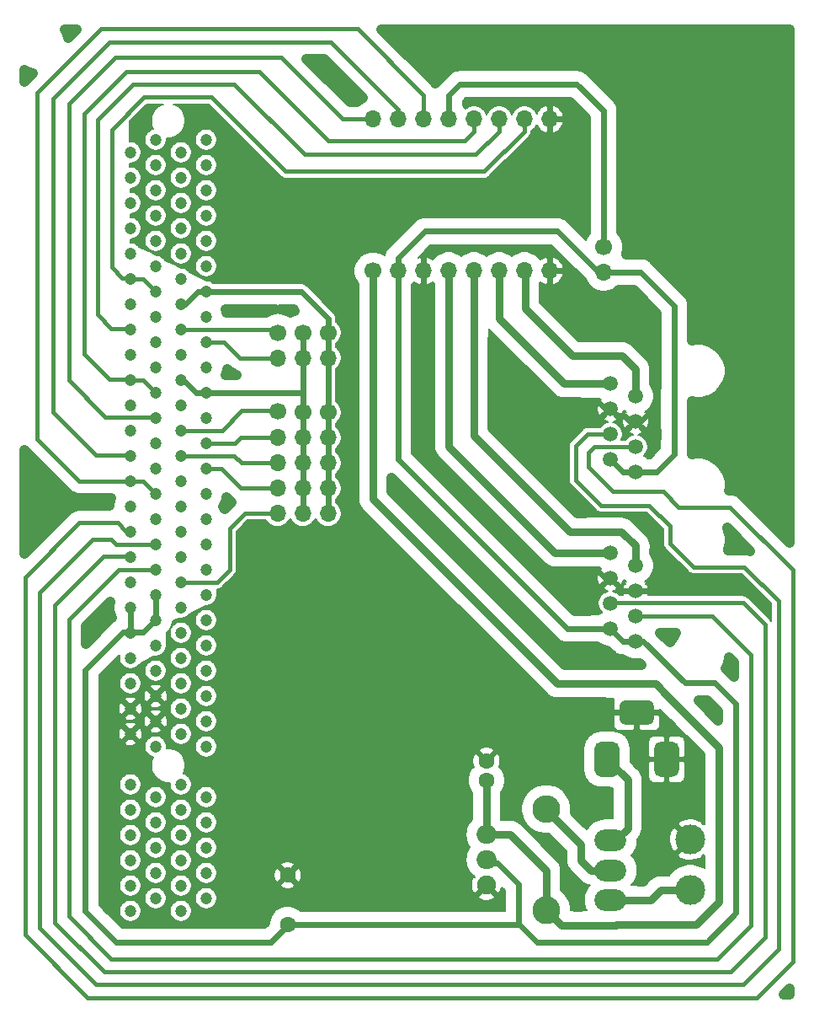
<source format=gbr>
G04 #@! TF.GenerationSoftware,KiCad,Pcbnew,(5.1.6)-1*
G04 #@! TF.CreationDate,2020-08-26T21:28:00-03:00*
G04 #@! TF.ProjectId,robo_descontrolado,726f626f-5f64-4657-9363-6f6e74726f6c,rev?*
G04 #@! TF.SameCoordinates,Original*
G04 #@! TF.FileFunction,Copper,L2,Bot*
G04 #@! TF.FilePolarity,Positive*
%FSLAX46Y46*%
G04 Gerber Fmt 4.6, Leading zero omitted, Abs format (unit mm)*
G04 Created by KiCad (PCBNEW (5.1.6)-1) date 2020-08-26 21:28:00*
%MOMM*%
%LPD*%
G01*
G04 APERTURE LIST*
G04 #@! TA.AperFunction,ComponentPad*
%ADD10O,1.700000X1.700000*%
G04 #@! TD*
G04 #@! TA.AperFunction,ComponentPad*
%ADD11C,1.700000*%
G04 #@! TD*
G04 #@! TA.AperFunction,ComponentPad*
%ADD12O,3.200000X2.200000*%
G04 #@! TD*
G04 #@! TA.AperFunction,ComponentPad*
%ADD13C,1.600000*%
G04 #@! TD*
G04 #@! TA.AperFunction,ComponentPad*
%ADD14O,2.800000X2.800000*%
G04 #@! TD*
G04 #@! TA.AperFunction,ComponentPad*
%ADD15C,2.800000*%
G04 #@! TD*
G04 #@! TA.AperFunction,ComponentPad*
%ADD16C,1.200000*%
G04 #@! TD*
G04 #@! TA.AperFunction,ComponentPad*
%ADD17O,2.000000X1.905000*%
G04 #@! TD*
G04 #@! TA.AperFunction,ComponentPad*
%ADD18C,1.905000*%
G04 #@! TD*
G04 #@! TA.AperFunction,ComponentPad*
%ADD19C,1.500000*%
G04 #@! TD*
G04 #@! TA.AperFunction,ComponentPad*
%ADD20C,3.000000*%
G04 #@! TD*
G04 #@! TA.AperFunction,Conductor*
%ADD21C,0.600000*%
G04 #@! TD*
G04 #@! TA.AperFunction,Conductor*
%ADD22C,0.760000*%
G04 #@! TD*
G04 #@! TA.AperFunction,Conductor*
%ADD23C,0.400000*%
G04 #@! TD*
G04 #@! TA.AperFunction,Conductor*
%ADD24C,0.200000*%
G04 #@! TD*
G04 #@! TA.AperFunction,NonConductor*
%ADD25C,1.000000*%
G04 #@! TD*
G04 APERTURE END LIST*
D10*
X127600000Y-93360000D03*
X127600000Y-90820000D03*
X127600000Y-88280000D03*
X127600000Y-85740000D03*
D11*
X127600000Y-83060000D03*
D10*
X132680000Y-93360000D03*
X132680000Y-90820000D03*
X132680000Y-88280000D03*
X132680000Y-85740000D03*
D11*
X132680000Y-83200000D03*
D10*
X130140000Y-93360000D03*
X130140000Y-90820000D03*
X130140000Y-88280000D03*
X130140000Y-85740000D03*
D11*
X130140000Y-83200000D03*
D10*
X132680000Y-77740000D03*
D11*
X132680000Y-75200000D03*
D10*
X130140000Y-77740000D03*
D11*
X130140000Y-75200000D03*
D12*
X161100000Y-132200000D03*
X161100000Y-129200000D03*
X161100000Y-126200000D03*
D13*
X148600000Y-118200000D03*
X148600000Y-120200000D03*
D14*
X154600000Y-123040000D03*
D15*
X154600000Y-133200000D03*
D13*
X128600000Y-129700000D03*
X128600000Y-134700000D03*
D16*
X120410000Y-55815000D03*
X115330000Y-55815000D03*
X117870000Y-57085000D03*
X112790000Y-57085000D03*
X120410000Y-58355000D03*
X120410000Y-60895000D03*
X120410000Y-63435000D03*
X120410000Y-65975000D03*
X120410000Y-68515000D03*
X120410000Y-71055000D03*
X120410000Y-73595000D03*
X120410000Y-76135000D03*
X120410000Y-78675000D03*
X120410000Y-81215000D03*
X120410000Y-83755000D03*
X120410000Y-86295000D03*
X120410000Y-88835000D03*
X120410000Y-91375000D03*
X120410000Y-93915000D03*
X117870000Y-59625000D03*
X117870000Y-62165000D03*
X117870000Y-64705000D03*
X117870000Y-67245000D03*
X117870000Y-69785000D03*
X117870000Y-72325000D03*
X117870000Y-74865000D03*
X117870000Y-77405000D03*
X117870000Y-79945000D03*
X117870000Y-82485000D03*
X117870000Y-85025000D03*
X117870000Y-87565000D03*
X117870000Y-90105000D03*
X117870000Y-92645000D03*
X117870000Y-95185000D03*
X120410000Y-96455000D03*
X117870000Y-97725000D03*
X120410000Y-98995000D03*
X117870000Y-100265000D03*
X120410000Y-101535000D03*
X117870000Y-102805000D03*
X120410000Y-104075000D03*
X117870000Y-105345000D03*
X120410000Y-106615000D03*
X117870000Y-107885000D03*
X120410000Y-109155000D03*
X117870000Y-110425000D03*
X120410000Y-111695000D03*
X117870000Y-112965000D03*
X120410000Y-114235000D03*
X117870000Y-115505000D03*
X120410000Y-116775000D03*
X117870000Y-120585000D03*
X120410000Y-121855000D03*
X117870000Y-123125000D03*
X120410000Y-124395000D03*
X117870000Y-125665000D03*
X120410000Y-126935000D03*
X117870000Y-128205000D03*
X120410000Y-129475000D03*
X117870000Y-130745000D03*
X120410000Y-132015000D03*
X117870000Y-133285000D03*
X115330000Y-58355000D03*
X112790000Y-59625000D03*
X115330000Y-60895000D03*
X112790000Y-62165000D03*
X115330000Y-63435000D03*
X112790000Y-64705000D03*
X115330000Y-65975000D03*
X112790000Y-67245000D03*
X115330000Y-68515000D03*
X112790000Y-69785000D03*
X115330000Y-71055000D03*
X112790000Y-72325000D03*
X115330000Y-73595000D03*
X112790000Y-74865000D03*
X115330000Y-76135000D03*
X112790000Y-77405000D03*
X115330000Y-78675000D03*
X112790000Y-79945000D03*
X115330000Y-81215000D03*
X112790000Y-82485000D03*
X115330000Y-83755000D03*
X112790000Y-85025000D03*
X115330000Y-86295000D03*
X112790000Y-87565000D03*
X115330000Y-88835000D03*
X112790000Y-90105000D03*
X115330000Y-91375000D03*
X112790000Y-92645000D03*
X115330000Y-93915000D03*
X112790000Y-95185000D03*
X115330000Y-96455000D03*
X112790000Y-97725000D03*
X115330000Y-98995000D03*
X112790000Y-100265000D03*
X115330000Y-101535000D03*
X112790000Y-102805000D03*
X115330000Y-104075000D03*
X112790000Y-105345000D03*
X115330000Y-106615000D03*
X112790000Y-107885000D03*
X115330000Y-109155000D03*
X112790000Y-110425000D03*
X115330000Y-111695000D03*
X112790000Y-112965000D03*
X115330000Y-114235000D03*
X112790000Y-115505000D03*
X115330000Y-116775000D03*
X112790000Y-120585000D03*
X115330000Y-121855000D03*
X112790000Y-123125000D03*
X115330000Y-124395000D03*
X112790000Y-125665000D03*
X115330000Y-126935000D03*
X112790000Y-128205000D03*
X115330000Y-129475000D03*
X112790000Y-130745000D03*
X115330000Y-132015000D03*
X112790000Y-133285000D03*
D17*
X148600000Y-125620000D03*
X148600000Y-128160000D03*
D18*
X148600000Y-130700000D03*
D10*
X127600000Y-77740000D03*
D11*
X127600000Y-75200000D03*
D10*
X154974000Y-53752000D03*
X154974000Y-68992000D03*
X152434000Y-53752000D03*
X152434000Y-68992000D03*
X149894000Y-53752000D03*
X149894000Y-68992000D03*
X147354000Y-53752000D03*
X147354000Y-68992000D03*
X144814000Y-53752000D03*
X144814000Y-68992000D03*
X142274000Y-53752000D03*
X142274000Y-68992000D03*
X139734000Y-53752000D03*
X139734000Y-68992000D03*
X137194000Y-53752000D03*
D11*
X137194000Y-68992000D03*
D10*
X160400000Y-69140000D03*
D11*
X160400000Y-66600000D03*
D19*
X161060000Y-80310000D03*
X163600000Y-81580000D03*
X161060000Y-82850000D03*
X163600000Y-84120000D03*
X161060000Y-85390000D03*
X163600000Y-86660000D03*
X161060000Y-87930000D03*
X163600000Y-89200000D03*
X161060000Y-97310000D03*
X163600000Y-98580000D03*
X161060000Y-99850000D03*
X163600000Y-101120000D03*
X161060000Y-102390000D03*
X163600000Y-103660000D03*
X161060000Y-104930000D03*
X163600000Y-106200000D03*
D20*
X169100000Y-126120000D03*
X169100000Y-131200000D03*
G04 #@! TA.AperFunction,ComponentPad*
G36*
G01*
X165470000Y-112731000D02*
X165470000Y-113981000D01*
G75*
G02*
X164845000Y-114606000I-625000J0D01*
G01*
X162595000Y-114606000D01*
G75*
G02*
X161970000Y-113981000I0J625000D01*
G01*
X161970000Y-112731000D01*
G75*
G02*
X162595000Y-112106000I625000J0D01*
G01*
X164845000Y-112106000D01*
G75*
G02*
X165470000Y-112731000I0J-625000D01*
G01*
G37*
G04 #@! TD.AperFunction*
G04 #@! TA.AperFunction,ComponentPad*
G36*
G01*
X167970000Y-116931000D02*
X167970000Y-119181000D01*
G75*
G02*
X167345000Y-119806000I-625000J0D01*
G01*
X166095000Y-119806000D01*
G75*
G02*
X165470000Y-119181000I0J625000D01*
G01*
X165470000Y-116931000D01*
G75*
G02*
X166095000Y-116306000I625000J0D01*
G01*
X167345000Y-116306000D01*
G75*
G02*
X167970000Y-116931000I0J-625000D01*
G01*
G37*
G04 #@! TD.AperFunction*
G04 #@! TA.AperFunction,ComponentPad*
G36*
G01*
X161970000Y-116931000D02*
X161970000Y-119181000D01*
G75*
G02*
X161345000Y-119806000I-625000J0D01*
G01*
X160095000Y-119806000D01*
G75*
G02*
X159470000Y-119181000I0J625000D01*
G01*
X159470000Y-116931000D01*
G75*
G02*
X160095000Y-116306000I625000J0D01*
G01*
X161345000Y-116306000D01*
G75*
G02*
X161970000Y-116931000I0J-625000D01*
G01*
G37*
G04 #@! TD.AperFunction*
D21*
X161060000Y-82850000D02*
X160565998Y-82850000D01*
X160565998Y-82850000D02*
X160075999Y-82360001D01*
X160075999Y-82360001D02*
X159706008Y-81990010D01*
X163600000Y-84120000D02*
X164094002Y-84120000D01*
X164094002Y-84120000D02*
X164584001Y-83630001D01*
X164584001Y-83630001D02*
X165182001Y-83032001D01*
X160565998Y-99850000D02*
X159706008Y-98990010D01*
X161060000Y-99850000D02*
X160565998Y-99850000D01*
X163600000Y-101120000D02*
X165570000Y-101120000D01*
X162330000Y-101120000D02*
X161060000Y-99850000D01*
X163600000Y-101120000D02*
X162330000Y-101120000D01*
X163600000Y-84120000D02*
X163105998Y-84120000D01*
X163600000Y-84120000D02*
X163070000Y-84120000D01*
X163070000Y-84120000D02*
X162450000Y-83500000D01*
X161710000Y-83500000D02*
X161060000Y-82850000D01*
X162450000Y-83500000D02*
X161710000Y-83500000D01*
D22*
X162800000Y-120136000D02*
X160720000Y-118056000D01*
X161600000Y-126200000D02*
X162800000Y-125000000D01*
X161100000Y-126200000D02*
X161600000Y-126200000D01*
X162800000Y-125000000D02*
X162800000Y-120136000D01*
D23*
X137194000Y-53752000D02*
X134152000Y-53752000D01*
X115275000Y-83700000D02*
X115330000Y-83755000D01*
X110300000Y-83700000D02*
X115275000Y-83700000D01*
X127950000Y-47550000D02*
X134152000Y-53752000D01*
X111250000Y-47550000D02*
X127950000Y-47550000D01*
X110300000Y-83700000D02*
X106600000Y-80000000D01*
X106600000Y-52200000D02*
X111250000Y-47550000D01*
X106600000Y-80000000D02*
X106600000Y-52200000D01*
X109315000Y-87465000D02*
X112790000Y-87465000D01*
X105000000Y-83150000D02*
X109315000Y-87465000D01*
X139734000Y-52794000D02*
X132940000Y-46000000D01*
X132940000Y-46000000D02*
X110700000Y-46000000D01*
X139734000Y-53752000D02*
X139734000Y-52794000D01*
X110700000Y-46000000D02*
X105000000Y-51700000D01*
X105000000Y-51700000D02*
X105000000Y-83150000D01*
X109820000Y-44700000D02*
X103420000Y-51100000D01*
X142274000Y-53752000D02*
X142274000Y-51334000D01*
X103420000Y-51100000D02*
X103420000Y-85870000D01*
X135640000Y-44700000D02*
X109820000Y-44700000D01*
X103420000Y-85870000D02*
X107655000Y-90105000D01*
X142274000Y-51334000D02*
X135640000Y-44700000D01*
X107655000Y-90105000D02*
X112790000Y-90105000D01*
X112790000Y-90105000D02*
X114060000Y-90105000D01*
X114060000Y-90105000D02*
X115330000Y-91375000D01*
X112790000Y-79945000D02*
X114060000Y-79945000D01*
X114060000Y-79945000D02*
X115330000Y-81215000D01*
X112370087Y-48950000D02*
X125729914Y-48950000D01*
X108100000Y-53220087D02*
X112370087Y-48950000D01*
X108100000Y-77300000D02*
X108100000Y-53220087D01*
X112790000Y-79845000D02*
X110645000Y-79845000D01*
X110645000Y-79845000D02*
X108100000Y-77300000D01*
X125729914Y-48950000D02*
X132679914Y-55900000D01*
X132679914Y-55900000D02*
X146408081Y-55900000D01*
X146408081Y-55900000D02*
X147354000Y-54954081D01*
X147354000Y-54954081D02*
X147354000Y-53752000D01*
X109500011Y-53799990D02*
X113049990Y-50250011D01*
X110865000Y-74765000D02*
X109500011Y-73400011D01*
X123250011Y-50250011D02*
X130300011Y-57300011D01*
X149894000Y-54954081D02*
X149894000Y-53752000D01*
X109500011Y-73400011D02*
X109500011Y-53799990D01*
X112790000Y-74765000D02*
X110865000Y-74765000D01*
X113049990Y-50250011D02*
X123250011Y-50250011D01*
X130300011Y-57300011D02*
X147548070Y-57300011D01*
X147548070Y-57300011D02*
X149894000Y-54954081D01*
X112790000Y-69785000D02*
X114060000Y-69785000D01*
X114060000Y-69785000D02*
X115330000Y-71055000D01*
X128400000Y-59000000D02*
X120950022Y-51550022D01*
X152434000Y-53752000D02*
X152434000Y-54954081D01*
X148388081Y-59000000D02*
X128400000Y-59000000D01*
X120950022Y-51550022D02*
X114149978Y-51550022D01*
X111941472Y-69685000D02*
X112790000Y-69685000D01*
X152434000Y-54954081D02*
X148388081Y-59000000D01*
X110900022Y-54799978D02*
X110900022Y-68643550D01*
X114149978Y-51550022D02*
X110900022Y-54799978D01*
X110900022Y-68643550D02*
X111941472Y-69685000D01*
D22*
X163600000Y-78900000D02*
X163600000Y-81580000D01*
X152434000Y-68992000D02*
X152500000Y-69058000D01*
X152500000Y-72798000D02*
X157230000Y-77528000D01*
X157230000Y-77528000D02*
X162228000Y-77528000D01*
X152500000Y-69058000D02*
X152500000Y-72798000D01*
X162228000Y-77528000D02*
X163600000Y-78900000D01*
X149900000Y-73798000D02*
X156412000Y-80310000D01*
X149900000Y-68998000D02*
X149900000Y-73798000D01*
X156412000Y-80310000D02*
X161060000Y-80310000D01*
X149894000Y-68992000D02*
X149900000Y-68998000D01*
X163600000Y-96600000D02*
X163600000Y-98580000D01*
X162102402Y-95200000D02*
X162200000Y-95200000D01*
X162082401Y-95179999D02*
X162102402Y-95200000D01*
X147354000Y-85554000D02*
X157000000Y-95200000D01*
X162200000Y-95200000D02*
X163600000Y-96600000D01*
X147354000Y-68992000D02*
X147354000Y-85554000D01*
X157000000Y-95200000D02*
X160017598Y-95200000D01*
X160037599Y-95179999D02*
X162082401Y-95179999D01*
X160017598Y-95200000D02*
X160037599Y-95179999D01*
X155510000Y-97310000D02*
X161060000Y-97310000D01*
X144814000Y-68992000D02*
X144814000Y-86614000D01*
X144814000Y-86614000D02*
X155510000Y-97310000D01*
X156119990Y-134719990D02*
X154600000Y-133200000D01*
X159555906Y-134719990D02*
X156119990Y-134719990D01*
X161670401Y-134710001D02*
X159565895Y-134710001D01*
X165585990Y-110475990D02*
X165602280Y-110475990D01*
X137194000Y-91924000D02*
X155730000Y-110460000D01*
X169704771Y-134698001D02*
X161682401Y-134698001D01*
X137194000Y-68992000D02*
X137194000Y-91924000D01*
X159565895Y-134710001D02*
X159555906Y-134719990D01*
X165570000Y-110460000D02*
X165585990Y-110475990D01*
X155730000Y-110460000D02*
X165570000Y-110460000D01*
X172000000Y-116890000D02*
X172000000Y-132402772D01*
X166850010Y-111740010D02*
X172000000Y-116890000D01*
X165602280Y-110475990D02*
X166850010Y-111723720D01*
X161682401Y-134698001D02*
X161670401Y-134710001D01*
X166850010Y-111723720D02*
X166850010Y-111740010D01*
X172000000Y-132402772D02*
X169704771Y-134698001D01*
X148600000Y-125620000D02*
X148600000Y-121200000D01*
X148600000Y-125620000D02*
X151020000Y-125620000D01*
X154600000Y-129200000D02*
X154600000Y-133200000D01*
X151020000Y-125620000D02*
X154600000Y-129200000D01*
X148600000Y-121200000D02*
X148600000Y-120380001D01*
D23*
X175200000Y-134750000D02*
X175200000Y-107598000D01*
X175200000Y-107598000D02*
X171262000Y-103660000D01*
X171850032Y-138099968D02*
X175200000Y-134750000D01*
X110878633Y-138099968D02*
X171850032Y-138099968D01*
X106600000Y-133821335D02*
X110878633Y-138099968D01*
X171262000Y-103660000D02*
X163600000Y-103660000D01*
X112445000Y-98995000D02*
X112420000Y-99020000D01*
X112420000Y-99020000D02*
X111580000Y-99020000D01*
X115294419Y-98995000D02*
X112445000Y-98995000D01*
X111580000Y-99020000D02*
X106600000Y-104000000D01*
X106600000Y-104000000D02*
X106600000Y-133821335D01*
X111355000Y-96455000D02*
X115330000Y-96455000D01*
X109000000Y-95950000D02*
X110850000Y-95950000D01*
X103650000Y-101300000D02*
X109000000Y-95950000D01*
X103650000Y-135000000D02*
X103650000Y-101300000D01*
X157600000Y-90030000D02*
X160130000Y-92560000D01*
X177950000Y-137150000D02*
X174400010Y-140699990D01*
X157600000Y-86586000D02*
X157600000Y-90030000D01*
X161060000Y-85390000D02*
X158796000Y-85390000D01*
X177950000Y-102148000D02*
X177950000Y-137150000D01*
X109349990Y-140699990D02*
X103650000Y-135000000D01*
X158796000Y-85390000D02*
X157600000Y-86586000D01*
X174400010Y-140699990D02*
X109349990Y-140699990D01*
X164970000Y-92560000D02*
X167050000Y-94640000D01*
X160130000Y-92560000D02*
X164970000Y-92560000D01*
X169420001Y-98740001D02*
X174542001Y-98740001D01*
X110850000Y-95950000D02*
X111355000Y-96455000D01*
X167050000Y-94640000D02*
X167050000Y-96370000D01*
X167050000Y-96370000D02*
X169420001Y-98740001D01*
X174542001Y-98740001D02*
X177950000Y-102148000D01*
X105200000Y-134450000D02*
X105200000Y-102540000D01*
X161060000Y-102390000D02*
X161158000Y-102292000D01*
X165494000Y-102292000D02*
X161158000Y-102292000D01*
X173200021Y-139399979D02*
X110149979Y-139399979D01*
X176649989Y-135950011D02*
X173200021Y-139399979D01*
X176649989Y-104547989D02*
X176649989Y-135950011D01*
X105200000Y-102540000D02*
X110115000Y-97625000D01*
X110115000Y-97625000D02*
X112790000Y-97625000D01*
X165494000Y-102292000D02*
X174394000Y-102292000D01*
X174394000Y-102292000D02*
X176649989Y-104547989D01*
X110149979Y-139399979D02*
X105200000Y-134450000D01*
D21*
X162330000Y-106200000D02*
X161060000Y-104930000D01*
X163600000Y-106200000D02*
X162330000Y-106200000D01*
X162330000Y-89200000D02*
X163600000Y-89200000D01*
X161060000Y-87930000D02*
X162330000Y-89200000D01*
X165686000Y-89200000D02*
X167494000Y-87392000D01*
X163600000Y-89200000D02*
X165686000Y-89200000D01*
X139734000Y-68992000D02*
X139694000Y-69032000D01*
X160400000Y-69140000D02*
X164140000Y-69140000D01*
X164140000Y-69140000D02*
X167494000Y-72494000D01*
X167494000Y-87392000D02*
X167494000Y-72494000D01*
X139700000Y-87900000D02*
X156730000Y-104930000D01*
X139734000Y-68992000D02*
X139700000Y-69026000D01*
X156730000Y-104930000D02*
X161060000Y-104930000D01*
X139700000Y-69026000D02*
X139700000Y-87900000D01*
X115330000Y-103975000D02*
X115330000Y-101435000D01*
X114060000Y-105245000D02*
X115330000Y-103975000D01*
X112790000Y-105245000D02*
X114060000Y-105245000D01*
X112790000Y-105245000D02*
X112790000Y-102805000D01*
X139734000Y-67666000D02*
X139734000Y-68992000D01*
X142400000Y-65000000D02*
X139734000Y-67666000D01*
X155710000Y-65000000D02*
X142400000Y-65000000D01*
X160400000Y-69140000D02*
X159850000Y-69140000D01*
X159850000Y-69140000D02*
X155710000Y-65000000D01*
X151850000Y-134600000D02*
X151950000Y-134700000D01*
X148600000Y-128200000D02*
X148847499Y-128447499D01*
X148600000Y-128160000D02*
X148600000Y-128200000D01*
X148847499Y-128447499D02*
X149681201Y-128447499D01*
X149681201Y-128447499D02*
X151850000Y-130616298D01*
X151950000Y-134700000D02*
X151250000Y-134700000D01*
X151850000Y-130616298D02*
X151850000Y-134600000D01*
X128600000Y-134700000D02*
X151950000Y-134700000D01*
X112055000Y-105245000D02*
X112790000Y-105245000D01*
X108250000Y-133300000D02*
X108250000Y-109050000D01*
X111350000Y-136400000D02*
X108250000Y-133300000D01*
X126900000Y-136400000D02*
X111350000Y-136400000D01*
X128600000Y-134700000D02*
X126900000Y-136400000D01*
X108250000Y-109050000D02*
X112055000Y-105245000D01*
X153650000Y-136400000D02*
X151950000Y-134700000D01*
X170800000Y-136400000D02*
X153650000Y-136400000D01*
X164387998Y-106200000D02*
X168557999Y-110370001D01*
X168557999Y-110370001D02*
X171570001Y-110370001D01*
X173700000Y-133500000D02*
X170800000Y-136400000D01*
X163600000Y-106200000D02*
X164387998Y-106200000D01*
X173700000Y-112500000D02*
X173700000Y-133500000D01*
X171570001Y-110370001D02*
X173700000Y-112500000D01*
D23*
X163600000Y-86660000D02*
X163532000Y-86592000D01*
X159450000Y-86660000D02*
X163600000Y-86660000D01*
X158890000Y-87220000D02*
X159450000Y-86660000D01*
X161352000Y-91150000D02*
X158890000Y-88688000D01*
X112790000Y-95085000D02*
X112285000Y-95085000D01*
X158890000Y-88688000D02*
X158890000Y-87220000D01*
X111500000Y-94300000D02*
X107650000Y-94300000D01*
X173122001Y-92720001D02*
X167920001Y-92720001D01*
X112285000Y-95085000D02*
X111500000Y-94300000D01*
X102200000Y-135700000D02*
X108500000Y-142000000D01*
X166350000Y-91150000D02*
X161352000Y-91150000D01*
X107650000Y-94300000D02*
X102200000Y-99750000D01*
X102200000Y-99750000D02*
X102200000Y-135700000D01*
X108500000Y-142000000D02*
X175800000Y-142000000D01*
X175800000Y-142000000D02*
X179400000Y-138400000D01*
X179400000Y-138400000D02*
X179400000Y-98998000D01*
X167920001Y-92720001D02*
X166350000Y-91150000D01*
X179400000Y-98998000D02*
X173122001Y-92720001D01*
D21*
X157700000Y-50210000D02*
X145930000Y-50210000D01*
X160400000Y-66600000D02*
X160400000Y-52910000D01*
X144814000Y-51326000D02*
X144814000Y-53752000D01*
X145930000Y-50210000D02*
X144814000Y-51326000D01*
X160400000Y-52910000D02*
X157700000Y-50210000D01*
D22*
X154600000Y-123150000D02*
X154600000Y-123040000D01*
X158100000Y-128200402D02*
X158100000Y-126650000D01*
X161100000Y-129200000D02*
X159099598Y-129200000D01*
X158100000Y-126650000D02*
X154600000Y-123150000D01*
X159099598Y-129200000D02*
X158100000Y-128200402D01*
X165100000Y-132200000D02*
X166100000Y-131200000D01*
X161100000Y-132200000D02*
X165100000Y-132200000D01*
X166100000Y-131200000D02*
X169100000Y-131200000D01*
D21*
X118275000Y-72325000D02*
X117870000Y-72325000D01*
X120410000Y-71055000D02*
X119545000Y-71055000D01*
X119545000Y-71055000D02*
X118275000Y-72325000D01*
X129955002Y-71055000D02*
X120410000Y-71055000D01*
X132680000Y-93360000D02*
X132680000Y-73779998D01*
X132680000Y-73779998D02*
X129955002Y-71055000D01*
X130150000Y-75200000D02*
X130150000Y-93360000D01*
X119365000Y-81215000D02*
X120410000Y-81215000D01*
X117870000Y-79945000D02*
X118095000Y-79945000D01*
X118095000Y-79945000D02*
X119365000Y-81215000D01*
X130140000Y-81215000D02*
X130140000Y-83200000D01*
X120410000Y-81215000D02*
X130140000Y-81215000D01*
D23*
X122205000Y-76155000D02*
X120430000Y-76155000D01*
X127600000Y-77740000D02*
X123790000Y-77740000D01*
X123790000Y-77740000D02*
X122205000Y-76155000D01*
X127560000Y-85700000D02*
X127600000Y-85740000D01*
X120410000Y-86295000D02*
X123305000Y-86295000D01*
X123900000Y-85700000D02*
X127560000Y-85700000D01*
X123305000Y-86295000D02*
X123900000Y-85700000D01*
X127580000Y-90800000D02*
X127600000Y-90820000D01*
X123900000Y-90800000D02*
X127580000Y-90800000D01*
X120410000Y-88835000D02*
X121935000Y-88835000D01*
X121935000Y-88835000D02*
X123900000Y-90800000D01*
X127265000Y-74865000D02*
X127600000Y-75200000D01*
X117870000Y-74865000D02*
X127265000Y-74865000D01*
X127590000Y-83050000D02*
X127600000Y-83060000D01*
X124000000Y-83050000D02*
X127590000Y-83050000D01*
X117870000Y-85025000D02*
X122025000Y-85025000D01*
X122025000Y-85025000D02*
X124000000Y-83050000D01*
X127580000Y-88300000D02*
X127600000Y-88280000D01*
X123950000Y-88300000D02*
X127580000Y-88300000D01*
X117870000Y-87565000D02*
X123215000Y-87565000D01*
X123215000Y-87565000D02*
X123950000Y-88300000D01*
X122750000Y-94900000D02*
X124290000Y-93360000D01*
X122750000Y-99050000D02*
X122750000Y-94900000D01*
X117870000Y-100265000D02*
X121535000Y-100265000D01*
X124290000Y-93360000D02*
X127600000Y-93360000D01*
X121535000Y-100265000D02*
X122750000Y-99050000D01*
D24*
G36*
X159000001Y-53489900D02*
G01*
X159000000Y-65242284D01*
X158885336Y-65356948D01*
X158671933Y-65676329D01*
X158582394Y-65892495D01*
X156748584Y-64058686D01*
X156704739Y-64005261D01*
X156491562Y-63830310D01*
X156248349Y-63700310D01*
X155984448Y-63620257D01*
X155778777Y-63600000D01*
X155778769Y-63600000D01*
X155710000Y-63593227D01*
X155641231Y-63600000D01*
X142468768Y-63600000D01*
X142399999Y-63593227D01*
X142331230Y-63600000D01*
X142331223Y-63600000D01*
X142152538Y-63617599D01*
X142125551Y-63620257D01*
X142045498Y-63644541D01*
X141861651Y-63700310D01*
X141618438Y-63830310D01*
X141405261Y-64005261D01*
X141361420Y-64058681D01*
X138792682Y-66627420D01*
X138739261Y-66671262D01*
X138564310Y-66884439D01*
X138434310Y-67127652D01*
X138354257Y-67391553D01*
X138351442Y-67420133D01*
X138117671Y-67263933D01*
X137762794Y-67116938D01*
X137386058Y-67042000D01*
X137001942Y-67042000D01*
X136625206Y-67116938D01*
X136270329Y-67263933D01*
X135950948Y-67477336D01*
X135679336Y-67748948D01*
X135465933Y-68068329D01*
X135318938Y-68423206D01*
X135244000Y-68799942D01*
X135244000Y-69184058D01*
X135318938Y-69560794D01*
X135465933Y-69915671D01*
X135679336Y-70235052D01*
X135714000Y-70269716D01*
X135714001Y-91851285D01*
X135706839Y-91924000D01*
X135732820Y-92187785D01*
X135735415Y-92214131D01*
X135798707Y-92422776D01*
X135820043Y-92493112D01*
X135957471Y-92750222D01*
X136045326Y-92857273D01*
X136142419Y-92975582D01*
X136198897Y-93021932D01*
X154632068Y-111455104D01*
X154678418Y-111511582D01*
X154734894Y-111557930D01*
X154903777Y-111696529D01*
X155099960Y-111801391D01*
X155160888Y-111833958D01*
X155439869Y-111918586D01*
X155657292Y-111940000D01*
X155657295Y-111940000D01*
X155730000Y-111947161D01*
X155802705Y-111940000D01*
X161393357Y-111940000D01*
X161378682Y-111988379D01*
X161367097Y-112106000D01*
X161370000Y-113006000D01*
X161520000Y-113156000D01*
X163520000Y-113156000D01*
X163520000Y-113136000D01*
X163920000Y-113136000D01*
X163920000Y-113156000D01*
X165920000Y-113156000D01*
X166046482Y-113029518D01*
X170520000Y-117503036D01*
X170520001Y-124556467D01*
X170450344Y-124486810D01*
X170337387Y-124599767D01*
X170172934Y-124302972D01*
X169797833Y-124128566D01*
X169395914Y-124030690D01*
X168982625Y-124013106D01*
X168573845Y-124076488D01*
X168185285Y-124218402D01*
X168027066Y-124302972D01*
X167862612Y-124599769D01*
X169100000Y-125837157D01*
X169114142Y-125823015D01*
X169396985Y-126105858D01*
X169382843Y-126120000D01*
X169396985Y-126134142D01*
X169114142Y-126416985D01*
X169100000Y-126402843D01*
X167862612Y-127640231D01*
X168027066Y-127937028D01*
X168402167Y-128111434D01*
X168804086Y-128209310D01*
X169217375Y-128226894D01*
X169626155Y-128163512D01*
X170014715Y-128021598D01*
X170172934Y-127937028D01*
X170337387Y-127640233D01*
X170450344Y-127753190D01*
X170520001Y-127683533D01*
X170520001Y-129021821D01*
X170331562Y-128895910D01*
X169858392Y-128699917D01*
X169356078Y-128600000D01*
X168843922Y-128600000D01*
X168341608Y-128699917D01*
X167868438Y-128895910D01*
X167442597Y-129180448D01*
X167080448Y-129542597D01*
X166961911Y-129720000D01*
X166172705Y-129720000D01*
X166100000Y-129712839D01*
X166027295Y-129720000D01*
X166027292Y-129720000D01*
X165809869Y-129741414D01*
X165530888Y-129826042D01*
X165273777Y-129963471D01*
X165156548Y-130059679D01*
X165048418Y-130148418D01*
X165002068Y-130204897D01*
X164486965Y-130720000D01*
X163231410Y-130720000D01*
X163214996Y-130700000D01*
X163438083Y-130428168D01*
X163642369Y-130045977D01*
X163768167Y-129631275D01*
X163810644Y-129200000D01*
X163768167Y-128768725D01*
X163642369Y-128354023D01*
X163438083Y-127971832D01*
X163214996Y-127700000D01*
X163438083Y-127428168D01*
X163642369Y-127045977D01*
X163768167Y-126631275D01*
X163806962Y-126237375D01*
X166993106Y-126237375D01*
X167056488Y-126646155D01*
X167198402Y-127034715D01*
X167282972Y-127192934D01*
X167579769Y-127357388D01*
X168817157Y-126120000D01*
X167579769Y-124882612D01*
X167282972Y-125047066D01*
X167108566Y-125422167D01*
X167010690Y-125824086D01*
X166993106Y-126237375D01*
X163806962Y-126237375D01*
X163810644Y-126200000D01*
X163800181Y-126093765D01*
X163851582Y-126051582D01*
X163967668Y-125910130D01*
X164036529Y-125826223D01*
X164140938Y-125630888D01*
X164173958Y-125569112D01*
X164258586Y-125290131D01*
X164280000Y-125072708D01*
X164280000Y-125072706D01*
X164287161Y-125000001D01*
X164280000Y-124927296D01*
X164280000Y-120208704D01*
X164287161Y-120135999D01*
X164275768Y-120020322D01*
X164258586Y-119845869D01*
X164246492Y-119806000D01*
X164867097Y-119806000D01*
X164878682Y-119923621D01*
X164912990Y-120036721D01*
X164968704Y-120140955D01*
X165043683Y-120232317D01*
X165135045Y-120307296D01*
X165239279Y-120363010D01*
X165352379Y-120397318D01*
X165470000Y-120408903D01*
X166370000Y-120406000D01*
X166520000Y-120256000D01*
X166520000Y-118256000D01*
X166920000Y-118256000D01*
X166920000Y-120256000D01*
X167070000Y-120406000D01*
X167970000Y-120408903D01*
X168087621Y-120397318D01*
X168200721Y-120363010D01*
X168304955Y-120307296D01*
X168396317Y-120232317D01*
X168471296Y-120140955D01*
X168527010Y-120036721D01*
X168561318Y-119923621D01*
X168572903Y-119806000D01*
X168570000Y-118406000D01*
X168420000Y-118256000D01*
X166920000Y-118256000D01*
X166520000Y-118256000D01*
X165020000Y-118256000D01*
X164870000Y-118406000D01*
X164867097Y-119806000D01*
X164246492Y-119806000D01*
X164173958Y-119566888D01*
X164046493Y-119328419D01*
X164036529Y-119309777D01*
X163940321Y-119192548D01*
X163851582Y-119084418D01*
X163795104Y-119038068D01*
X163075322Y-118318286D01*
X163075322Y-116931000D01*
X163042074Y-116593431D01*
X162954884Y-116306000D01*
X164867097Y-116306000D01*
X164870000Y-117706000D01*
X165020000Y-117856000D01*
X166520000Y-117856000D01*
X166520000Y-115856000D01*
X166920000Y-115856000D01*
X166920000Y-117856000D01*
X168420000Y-117856000D01*
X168570000Y-117706000D01*
X168572903Y-116306000D01*
X168561318Y-116188379D01*
X168527010Y-116075279D01*
X168471296Y-115971045D01*
X168396317Y-115879683D01*
X168304955Y-115804704D01*
X168200721Y-115748990D01*
X168087621Y-115714682D01*
X167970000Y-115703097D01*
X167070000Y-115706000D01*
X166920000Y-115856000D01*
X166520000Y-115856000D01*
X166370000Y-115706000D01*
X165470000Y-115703097D01*
X165352379Y-115714682D01*
X165239279Y-115748990D01*
X165135045Y-115804704D01*
X165043683Y-115879683D01*
X164968704Y-115971045D01*
X164912990Y-116075279D01*
X164878682Y-116188379D01*
X164867097Y-116306000D01*
X162954884Y-116306000D01*
X162943609Y-116268834D01*
X162783710Y-115969685D01*
X162568522Y-115707478D01*
X162306315Y-115492290D01*
X162007166Y-115332391D01*
X161682569Y-115233926D01*
X161345000Y-115200678D01*
X160095000Y-115200678D01*
X159757431Y-115233926D01*
X159432834Y-115332391D01*
X159133685Y-115492290D01*
X158871478Y-115707478D01*
X158656290Y-115969685D01*
X158496391Y-116268834D01*
X158397926Y-116593431D01*
X158364678Y-116931000D01*
X158364678Y-119181000D01*
X158397926Y-119518569D01*
X158496391Y-119843166D01*
X158656290Y-120142315D01*
X158871478Y-120404522D01*
X159133685Y-120619710D01*
X159432834Y-120779609D01*
X159757431Y-120878074D01*
X160095000Y-120911322D01*
X161320001Y-120911322D01*
X161320000Y-124000000D01*
X160491930Y-124000000D01*
X160168725Y-124031833D01*
X159754023Y-124157631D01*
X159371832Y-124361917D01*
X159036839Y-124636839D01*
X158761917Y-124971832D01*
X158675863Y-125132827D01*
X157055082Y-123512046D01*
X157100000Y-123286228D01*
X157100000Y-122793772D01*
X157003926Y-122310777D01*
X156815471Y-121855806D01*
X156541876Y-121446343D01*
X156193657Y-121098124D01*
X155784194Y-120824529D01*
X155329223Y-120636074D01*
X154846228Y-120540000D01*
X154353772Y-120540000D01*
X153870777Y-120636074D01*
X153415806Y-120824529D01*
X153006343Y-121098124D01*
X152658124Y-121446343D01*
X152384529Y-121855806D01*
X152196074Y-122310777D01*
X152100000Y-122793772D01*
X152100000Y-123286228D01*
X152196074Y-123769223D01*
X152384529Y-124224194D01*
X152658124Y-124633657D01*
X153006343Y-124981876D01*
X153415806Y-125255471D01*
X153870777Y-125443926D01*
X154353772Y-125540000D01*
X154846228Y-125540000D01*
X154888547Y-125531582D01*
X156620000Y-127263037D01*
X156620000Y-128127697D01*
X156612839Y-128200402D01*
X156620000Y-128273107D01*
X156620000Y-128273109D01*
X156641414Y-128490532D01*
X156726042Y-128769513D01*
X156726043Y-128769514D01*
X156863471Y-129026624D01*
X156926758Y-129103739D01*
X157048418Y-129251984D01*
X157104901Y-129298338D01*
X158001666Y-130195103D01*
X158048016Y-130251582D01*
X158104492Y-130297930D01*
X158273375Y-130436529D01*
X158410804Y-130509986D01*
X158530486Y-130573958D01*
X158809467Y-130658586D01*
X158963464Y-130673753D01*
X158985004Y-130700000D01*
X158761917Y-130971832D01*
X158557631Y-131354023D01*
X158431833Y-131768725D01*
X158389356Y-132200000D01*
X158431833Y-132631275D01*
X158557631Y-133045977D01*
X158661333Y-133239990D01*
X157100000Y-133239990D01*
X157100000Y-132953772D01*
X157003926Y-132470777D01*
X156815471Y-132015806D01*
X156541876Y-131606343D01*
X156193657Y-131258124D01*
X156080000Y-131182181D01*
X156080000Y-129272705D01*
X156087161Y-129200000D01*
X156080000Y-129127292D01*
X156058586Y-128909869D01*
X155973958Y-128630888D01*
X155904100Y-128500193D01*
X155836529Y-128373777D01*
X155697930Y-128204894D01*
X155651582Y-128148418D01*
X155595105Y-128102069D01*
X152117936Y-124624901D01*
X152071582Y-124568418D01*
X151846222Y-124383471D01*
X151589112Y-124246042D01*
X151310131Y-124161414D01*
X151092708Y-124140000D01*
X151092705Y-124140000D01*
X151020000Y-124132839D01*
X150947295Y-124140000D01*
X150080000Y-124140000D01*
X150080000Y-121404932D01*
X150283758Y-121099987D01*
X150426984Y-120754209D01*
X150500000Y-120387134D01*
X150500000Y-120012866D01*
X150426984Y-119645791D01*
X150283758Y-119300013D01*
X150075826Y-118988821D01*
X149872964Y-118785959D01*
X149948308Y-118601349D01*
X150000699Y-118330596D01*
X149999263Y-118054823D01*
X149944054Y-117784630D01*
X149844101Y-117543321D01*
X149618770Y-117464073D01*
X148882843Y-118200000D01*
X148896985Y-118214142D01*
X148807146Y-118303981D01*
X148787134Y-118300000D01*
X148412866Y-118300000D01*
X148392854Y-118303981D01*
X148303015Y-118214142D01*
X148317157Y-118200000D01*
X147581230Y-117464073D01*
X147355899Y-117543321D01*
X147251692Y-117798651D01*
X147199301Y-118069404D01*
X147200737Y-118345177D01*
X147255946Y-118615370D01*
X147326732Y-118786263D01*
X147124174Y-118988821D01*
X146916242Y-119300013D01*
X146773016Y-119645791D01*
X146700000Y-120012866D01*
X146700000Y-120387134D01*
X146773016Y-120754209D01*
X146916242Y-121099987D01*
X147120001Y-121404934D01*
X147120000Y-124140419D01*
X147094141Y-124161641D01*
X146837651Y-124474175D01*
X146647062Y-124830742D01*
X146529698Y-125217640D01*
X146490069Y-125620000D01*
X146529698Y-126022360D01*
X146647062Y-126409258D01*
X146837651Y-126765825D01*
X146939559Y-126890000D01*
X146837651Y-127014175D01*
X146647062Y-127370742D01*
X146529698Y-127757640D01*
X146490069Y-128160000D01*
X146529698Y-128562360D01*
X146647062Y-128949258D01*
X146837651Y-129305825D01*
X147094141Y-129618359D01*
X147406675Y-129874849D01*
X147413092Y-129878279D01*
X147230782Y-129952418D01*
X147111245Y-130233904D01*
X147048921Y-130533302D01*
X147046204Y-130839105D01*
X147103197Y-131139562D01*
X147217712Y-131423128D01*
X147230782Y-131447582D01*
X147471630Y-131545527D01*
X148317157Y-130700000D01*
X148303015Y-130685858D01*
X148585858Y-130403015D01*
X148600000Y-130417157D01*
X148614142Y-130403015D01*
X148896985Y-130685858D01*
X148882843Y-130700000D01*
X149728370Y-131545527D01*
X149969218Y-131447582D01*
X150088755Y-131166096D01*
X150145811Y-130892007D01*
X150450000Y-131196197D01*
X150450001Y-133300000D01*
X129887005Y-133300000D01*
X129811179Y-133224174D01*
X129499987Y-133016242D01*
X129154209Y-132873016D01*
X128787134Y-132800000D01*
X128412866Y-132800000D01*
X128045791Y-132873016D01*
X127700013Y-133016242D01*
X127388821Y-133224174D01*
X127124174Y-133488821D01*
X126916242Y-133800013D01*
X126773016Y-134145791D01*
X126700000Y-134512866D01*
X126700000Y-134620102D01*
X126320102Y-135000000D01*
X111929899Y-135000000D01*
X110106558Y-133176659D01*
X111690000Y-133176659D01*
X111690000Y-133393341D01*
X111732273Y-133605858D01*
X111815193Y-133806045D01*
X111935575Y-133986209D01*
X112088791Y-134139425D01*
X112268955Y-134259807D01*
X112469142Y-134342727D01*
X112681659Y-134385000D01*
X112898341Y-134385000D01*
X113110858Y-134342727D01*
X113311045Y-134259807D01*
X113491209Y-134139425D01*
X113644425Y-133986209D01*
X113764807Y-133806045D01*
X113847727Y-133605858D01*
X113890000Y-133393341D01*
X113890000Y-133176659D01*
X116770000Y-133176659D01*
X116770000Y-133393341D01*
X116812273Y-133605858D01*
X116895193Y-133806045D01*
X117015575Y-133986209D01*
X117168791Y-134139425D01*
X117348955Y-134259807D01*
X117549142Y-134342727D01*
X117761659Y-134385000D01*
X117978341Y-134385000D01*
X118190858Y-134342727D01*
X118391045Y-134259807D01*
X118571209Y-134139425D01*
X118724425Y-133986209D01*
X118844807Y-133806045D01*
X118927727Y-133605858D01*
X118970000Y-133393341D01*
X118970000Y-133176659D01*
X118927727Y-132964142D01*
X118844807Y-132763955D01*
X118724425Y-132583791D01*
X118571209Y-132430575D01*
X118391045Y-132310193D01*
X118190858Y-132227273D01*
X117978341Y-132185000D01*
X117761659Y-132185000D01*
X117549142Y-132227273D01*
X117348955Y-132310193D01*
X117168791Y-132430575D01*
X117015575Y-132583791D01*
X116895193Y-132763955D01*
X116812273Y-132964142D01*
X116770000Y-133176659D01*
X113890000Y-133176659D01*
X113847727Y-132964142D01*
X113764807Y-132763955D01*
X113644425Y-132583791D01*
X113491209Y-132430575D01*
X113311045Y-132310193D01*
X113110858Y-132227273D01*
X112898341Y-132185000D01*
X112681659Y-132185000D01*
X112469142Y-132227273D01*
X112268955Y-132310193D01*
X112088791Y-132430575D01*
X111935575Y-132583791D01*
X111815193Y-132763955D01*
X111732273Y-132964142D01*
X111690000Y-133176659D01*
X110106558Y-133176659D01*
X109650000Y-132720102D01*
X109650000Y-131906659D01*
X114230000Y-131906659D01*
X114230000Y-132123341D01*
X114272273Y-132335858D01*
X114355193Y-132536045D01*
X114475575Y-132716209D01*
X114628791Y-132869425D01*
X114808955Y-132989807D01*
X115009142Y-133072727D01*
X115221659Y-133115000D01*
X115438341Y-133115000D01*
X115650858Y-133072727D01*
X115851045Y-132989807D01*
X116031209Y-132869425D01*
X116184425Y-132716209D01*
X116304807Y-132536045D01*
X116387727Y-132335858D01*
X116430000Y-132123341D01*
X116430000Y-131906659D01*
X119310000Y-131906659D01*
X119310000Y-132123341D01*
X119352273Y-132335858D01*
X119435193Y-132536045D01*
X119555575Y-132716209D01*
X119708791Y-132869425D01*
X119888955Y-132989807D01*
X120089142Y-133072727D01*
X120301659Y-133115000D01*
X120518341Y-133115000D01*
X120730858Y-133072727D01*
X120931045Y-132989807D01*
X121111209Y-132869425D01*
X121264425Y-132716209D01*
X121384807Y-132536045D01*
X121467727Y-132335858D01*
X121510000Y-132123341D01*
X121510000Y-131906659D01*
X121494428Y-131828370D01*
X147754473Y-131828370D01*
X147852418Y-132069218D01*
X148133904Y-132188755D01*
X148433302Y-132251079D01*
X148739105Y-132253796D01*
X149039562Y-132196803D01*
X149323128Y-132082288D01*
X149347582Y-132069218D01*
X149445527Y-131828370D01*
X148600000Y-130982843D01*
X147754473Y-131828370D01*
X121494428Y-131828370D01*
X121467727Y-131694142D01*
X121384807Y-131493955D01*
X121264425Y-131313791D01*
X121111209Y-131160575D01*
X120931045Y-131040193D01*
X120730858Y-130957273D01*
X120518341Y-130915000D01*
X120301659Y-130915000D01*
X120089142Y-130957273D01*
X119888955Y-131040193D01*
X119708791Y-131160575D01*
X119555575Y-131313791D01*
X119435193Y-131493955D01*
X119352273Y-131694142D01*
X119310000Y-131906659D01*
X116430000Y-131906659D01*
X116387727Y-131694142D01*
X116304807Y-131493955D01*
X116184425Y-131313791D01*
X116031209Y-131160575D01*
X115851045Y-131040193D01*
X115650858Y-130957273D01*
X115438341Y-130915000D01*
X115221659Y-130915000D01*
X115009142Y-130957273D01*
X114808955Y-131040193D01*
X114628791Y-131160575D01*
X114475575Y-131313791D01*
X114355193Y-131493955D01*
X114272273Y-131694142D01*
X114230000Y-131906659D01*
X109650000Y-131906659D01*
X109650000Y-130636659D01*
X111690000Y-130636659D01*
X111690000Y-130853341D01*
X111732273Y-131065858D01*
X111815193Y-131266045D01*
X111935575Y-131446209D01*
X112088791Y-131599425D01*
X112268955Y-131719807D01*
X112469142Y-131802727D01*
X112681659Y-131845000D01*
X112898341Y-131845000D01*
X113110858Y-131802727D01*
X113311045Y-131719807D01*
X113491209Y-131599425D01*
X113644425Y-131446209D01*
X113764807Y-131266045D01*
X113847727Y-131065858D01*
X113890000Y-130853341D01*
X113890000Y-130636659D01*
X116770000Y-130636659D01*
X116770000Y-130853341D01*
X116812273Y-131065858D01*
X116895193Y-131266045D01*
X117015575Y-131446209D01*
X117168791Y-131599425D01*
X117348955Y-131719807D01*
X117549142Y-131802727D01*
X117761659Y-131845000D01*
X117978341Y-131845000D01*
X118190858Y-131802727D01*
X118391045Y-131719807D01*
X118571209Y-131599425D01*
X118724425Y-131446209D01*
X118844807Y-131266045D01*
X118927727Y-131065858D01*
X118970000Y-130853341D01*
X118970000Y-130718770D01*
X127864073Y-130718770D01*
X127943321Y-130944101D01*
X128198651Y-131048308D01*
X128469404Y-131100699D01*
X128745177Y-131099263D01*
X129015370Y-131044054D01*
X129256679Y-130944101D01*
X129335927Y-130718770D01*
X128600000Y-129982843D01*
X127864073Y-130718770D01*
X118970000Y-130718770D01*
X118970000Y-130636659D01*
X118927727Y-130424142D01*
X118844807Y-130223955D01*
X118724425Y-130043791D01*
X118571209Y-129890575D01*
X118391045Y-129770193D01*
X118190858Y-129687273D01*
X117978341Y-129645000D01*
X117761659Y-129645000D01*
X117549142Y-129687273D01*
X117348955Y-129770193D01*
X117168791Y-129890575D01*
X117015575Y-130043791D01*
X116895193Y-130223955D01*
X116812273Y-130424142D01*
X116770000Y-130636659D01*
X113890000Y-130636659D01*
X113847727Y-130424142D01*
X113764807Y-130223955D01*
X113644425Y-130043791D01*
X113491209Y-129890575D01*
X113311045Y-129770193D01*
X113110858Y-129687273D01*
X112898341Y-129645000D01*
X112681659Y-129645000D01*
X112469142Y-129687273D01*
X112268955Y-129770193D01*
X112088791Y-129890575D01*
X111935575Y-130043791D01*
X111815193Y-130223955D01*
X111732273Y-130424142D01*
X111690000Y-130636659D01*
X109650000Y-130636659D01*
X109650000Y-129366659D01*
X114230000Y-129366659D01*
X114230000Y-129583341D01*
X114272273Y-129795858D01*
X114355193Y-129996045D01*
X114475575Y-130176209D01*
X114628791Y-130329425D01*
X114808955Y-130449807D01*
X115009142Y-130532727D01*
X115221659Y-130575000D01*
X115438341Y-130575000D01*
X115650858Y-130532727D01*
X115851045Y-130449807D01*
X116031209Y-130329425D01*
X116184425Y-130176209D01*
X116304807Y-129996045D01*
X116387727Y-129795858D01*
X116430000Y-129583341D01*
X116430000Y-129366659D01*
X119310000Y-129366659D01*
X119310000Y-129583341D01*
X119352273Y-129795858D01*
X119435193Y-129996045D01*
X119555575Y-130176209D01*
X119708791Y-130329425D01*
X119888955Y-130449807D01*
X120089142Y-130532727D01*
X120301659Y-130575000D01*
X120518341Y-130575000D01*
X120730858Y-130532727D01*
X120931045Y-130449807D01*
X121111209Y-130329425D01*
X121264425Y-130176209D01*
X121384807Y-129996045D01*
X121467727Y-129795858D01*
X121510000Y-129583341D01*
X121510000Y-129569404D01*
X127199301Y-129569404D01*
X127200737Y-129845177D01*
X127255946Y-130115370D01*
X127355899Y-130356679D01*
X127581230Y-130435927D01*
X128317157Y-129700000D01*
X128882843Y-129700000D01*
X129618770Y-130435927D01*
X129844101Y-130356679D01*
X129948308Y-130101349D01*
X130000699Y-129830596D01*
X129999263Y-129554823D01*
X129944054Y-129284630D01*
X129844101Y-129043321D01*
X129618770Y-128964073D01*
X128882843Y-129700000D01*
X128317157Y-129700000D01*
X127581230Y-128964073D01*
X127355899Y-129043321D01*
X127251692Y-129298651D01*
X127199301Y-129569404D01*
X121510000Y-129569404D01*
X121510000Y-129366659D01*
X121467727Y-129154142D01*
X121384807Y-128953955D01*
X121264425Y-128773791D01*
X121171864Y-128681230D01*
X127864073Y-128681230D01*
X128600000Y-129417157D01*
X129335927Y-128681230D01*
X129256679Y-128455899D01*
X129001349Y-128351692D01*
X128730596Y-128299301D01*
X128454823Y-128300737D01*
X128184630Y-128355946D01*
X127943321Y-128455899D01*
X127864073Y-128681230D01*
X121171864Y-128681230D01*
X121111209Y-128620575D01*
X120931045Y-128500193D01*
X120730858Y-128417273D01*
X120518341Y-128375000D01*
X120301659Y-128375000D01*
X120089142Y-128417273D01*
X119888955Y-128500193D01*
X119708791Y-128620575D01*
X119555575Y-128773791D01*
X119435193Y-128953955D01*
X119352273Y-129154142D01*
X119310000Y-129366659D01*
X116430000Y-129366659D01*
X116387727Y-129154142D01*
X116304807Y-128953955D01*
X116184425Y-128773791D01*
X116031209Y-128620575D01*
X115851045Y-128500193D01*
X115650858Y-128417273D01*
X115438341Y-128375000D01*
X115221659Y-128375000D01*
X115009142Y-128417273D01*
X114808955Y-128500193D01*
X114628791Y-128620575D01*
X114475575Y-128773791D01*
X114355193Y-128953955D01*
X114272273Y-129154142D01*
X114230000Y-129366659D01*
X109650000Y-129366659D01*
X109650000Y-128096659D01*
X111690000Y-128096659D01*
X111690000Y-128313341D01*
X111732273Y-128525858D01*
X111815193Y-128726045D01*
X111935575Y-128906209D01*
X112088791Y-129059425D01*
X112268955Y-129179807D01*
X112469142Y-129262727D01*
X112681659Y-129305000D01*
X112898341Y-129305000D01*
X113110858Y-129262727D01*
X113311045Y-129179807D01*
X113491209Y-129059425D01*
X113644425Y-128906209D01*
X113764807Y-128726045D01*
X113847727Y-128525858D01*
X113890000Y-128313341D01*
X113890000Y-128096659D01*
X116770000Y-128096659D01*
X116770000Y-128313341D01*
X116812273Y-128525858D01*
X116895193Y-128726045D01*
X117015575Y-128906209D01*
X117168791Y-129059425D01*
X117348955Y-129179807D01*
X117549142Y-129262727D01*
X117761659Y-129305000D01*
X117978341Y-129305000D01*
X118190858Y-129262727D01*
X118391045Y-129179807D01*
X118571209Y-129059425D01*
X118724425Y-128906209D01*
X118844807Y-128726045D01*
X118927727Y-128525858D01*
X118970000Y-128313341D01*
X118970000Y-128096659D01*
X118927727Y-127884142D01*
X118844807Y-127683955D01*
X118724425Y-127503791D01*
X118571209Y-127350575D01*
X118391045Y-127230193D01*
X118190858Y-127147273D01*
X117978341Y-127105000D01*
X117761659Y-127105000D01*
X117549142Y-127147273D01*
X117348955Y-127230193D01*
X117168791Y-127350575D01*
X117015575Y-127503791D01*
X116895193Y-127683955D01*
X116812273Y-127884142D01*
X116770000Y-128096659D01*
X113890000Y-128096659D01*
X113847727Y-127884142D01*
X113764807Y-127683955D01*
X113644425Y-127503791D01*
X113491209Y-127350575D01*
X113311045Y-127230193D01*
X113110858Y-127147273D01*
X112898341Y-127105000D01*
X112681659Y-127105000D01*
X112469142Y-127147273D01*
X112268955Y-127230193D01*
X112088791Y-127350575D01*
X111935575Y-127503791D01*
X111815193Y-127683955D01*
X111732273Y-127884142D01*
X111690000Y-128096659D01*
X109650000Y-128096659D01*
X109650000Y-126826659D01*
X114230000Y-126826659D01*
X114230000Y-127043341D01*
X114272273Y-127255858D01*
X114355193Y-127456045D01*
X114475575Y-127636209D01*
X114628791Y-127789425D01*
X114808955Y-127909807D01*
X115009142Y-127992727D01*
X115221659Y-128035000D01*
X115438341Y-128035000D01*
X115650858Y-127992727D01*
X115851045Y-127909807D01*
X116031209Y-127789425D01*
X116184425Y-127636209D01*
X116304807Y-127456045D01*
X116387727Y-127255858D01*
X116430000Y-127043341D01*
X116430000Y-126826659D01*
X119310000Y-126826659D01*
X119310000Y-127043341D01*
X119352273Y-127255858D01*
X119435193Y-127456045D01*
X119555575Y-127636209D01*
X119708791Y-127789425D01*
X119888955Y-127909807D01*
X120089142Y-127992727D01*
X120301659Y-128035000D01*
X120518341Y-128035000D01*
X120730858Y-127992727D01*
X120931045Y-127909807D01*
X121111209Y-127789425D01*
X121264425Y-127636209D01*
X121384807Y-127456045D01*
X121467727Y-127255858D01*
X121510000Y-127043341D01*
X121510000Y-126826659D01*
X121467727Y-126614142D01*
X121384807Y-126413955D01*
X121264425Y-126233791D01*
X121111209Y-126080575D01*
X120931045Y-125960193D01*
X120730858Y-125877273D01*
X120518341Y-125835000D01*
X120301659Y-125835000D01*
X120089142Y-125877273D01*
X119888955Y-125960193D01*
X119708791Y-126080575D01*
X119555575Y-126233791D01*
X119435193Y-126413955D01*
X119352273Y-126614142D01*
X119310000Y-126826659D01*
X116430000Y-126826659D01*
X116387727Y-126614142D01*
X116304807Y-126413955D01*
X116184425Y-126233791D01*
X116031209Y-126080575D01*
X115851045Y-125960193D01*
X115650858Y-125877273D01*
X115438341Y-125835000D01*
X115221659Y-125835000D01*
X115009142Y-125877273D01*
X114808955Y-125960193D01*
X114628791Y-126080575D01*
X114475575Y-126233791D01*
X114355193Y-126413955D01*
X114272273Y-126614142D01*
X114230000Y-126826659D01*
X109650000Y-126826659D01*
X109650000Y-125556659D01*
X111690000Y-125556659D01*
X111690000Y-125773341D01*
X111732273Y-125985858D01*
X111815193Y-126186045D01*
X111935575Y-126366209D01*
X112088791Y-126519425D01*
X112268955Y-126639807D01*
X112469142Y-126722727D01*
X112681659Y-126765000D01*
X112898341Y-126765000D01*
X113110858Y-126722727D01*
X113311045Y-126639807D01*
X113491209Y-126519425D01*
X113644425Y-126366209D01*
X113764807Y-126186045D01*
X113847727Y-125985858D01*
X113890000Y-125773341D01*
X113890000Y-125556659D01*
X116770000Y-125556659D01*
X116770000Y-125773341D01*
X116812273Y-125985858D01*
X116895193Y-126186045D01*
X117015575Y-126366209D01*
X117168791Y-126519425D01*
X117348955Y-126639807D01*
X117549142Y-126722727D01*
X117761659Y-126765000D01*
X117978341Y-126765000D01*
X118190858Y-126722727D01*
X118391045Y-126639807D01*
X118571209Y-126519425D01*
X118724425Y-126366209D01*
X118844807Y-126186045D01*
X118927727Y-125985858D01*
X118970000Y-125773341D01*
X118970000Y-125556659D01*
X118927727Y-125344142D01*
X118844807Y-125143955D01*
X118724425Y-124963791D01*
X118571209Y-124810575D01*
X118391045Y-124690193D01*
X118190858Y-124607273D01*
X117978341Y-124565000D01*
X117761659Y-124565000D01*
X117549142Y-124607273D01*
X117348955Y-124690193D01*
X117168791Y-124810575D01*
X117015575Y-124963791D01*
X116895193Y-125143955D01*
X116812273Y-125344142D01*
X116770000Y-125556659D01*
X113890000Y-125556659D01*
X113847727Y-125344142D01*
X113764807Y-125143955D01*
X113644425Y-124963791D01*
X113491209Y-124810575D01*
X113311045Y-124690193D01*
X113110858Y-124607273D01*
X112898341Y-124565000D01*
X112681659Y-124565000D01*
X112469142Y-124607273D01*
X112268955Y-124690193D01*
X112088791Y-124810575D01*
X111935575Y-124963791D01*
X111815193Y-125143955D01*
X111732273Y-125344142D01*
X111690000Y-125556659D01*
X109650000Y-125556659D01*
X109650000Y-124286659D01*
X114230000Y-124286659D01*
X114230000Y-124503341D01*
X114272273Y-124715858D01*
X114355193Y-124916045D01*
X114475575Y-125096209D01*
X114628791Y-125249425D01*
X114808955Y-125369807D01*
X115009142Y-125452727D01*
X115221659Y-125495000D01*
X115438341Y-125495000D01*
X115650858Y-125452727D01*
X115851045Y-125369807D01*
X116031209Y-125249425D01*
X116184425Y-125096209D01*
X116304807Y-124916045D01*
X116387727Y-124715858D01*
X116430000Y-124503341D01*
X116430000Y-124286659D01*
X119310000Y-124286659D01*
X119310000Y-124503341D01*
X119352273Y-124715858D01*
X119435193Y-124916045D01*
X119555575Y-125096209D01*
X119708791Y-125249425D01*
X119888955Y-125369807D01*
X120089142Y-125452727D01*
X120301659Y-125495000D01*
X120518341Y-125495000D01*
X120730858Y-125452727D01*
X120931045Y-125369807D01*
X121111209Y-125249425D01*
X121264425Y-125096209D01*
X121384807Y-124916045D01*
X121467727Y-124715858D01*
X121510000Y-124503341D01*
X121510000Y-124286659D01*
X121467727Y-124074142D01*
X121384807Y-123873955D01*
X121264425Y-123693791D01*
X121111209Y-123540575D01*
X120931045Y-123420193D01*
X120730858Y-123337273D01*
X120518341Y-123295000D01*
X120301659Y-123295000D01*
X120089142Y-123337273D01*
X119888955Y-123420193D01*
X119708791Y-123540575D01*
X119555575Y-123693791D01*
X119435193Y-123873955D01*
X119352273Y-124074142D01*
X119310000Y-124286659D01*
X116430000Y-124286659D01*
X116387727Y-124074142D01*
X116304807Y-123873955D01*
X116184425Y-123693791D01*
X116031209Y-123540575D01*
X115851045Y-123420193D01*
X115650858Y-123337273D01*
X115438341Y-123295000D01*
X115221659Y-123295000D01*
X115009142Y-123337273D01*
X114808955Y-123420193D01*
X114628791Y-123540575D01*
X114475575Y-123693791D01*
X114355193Y-123873955D01*
X114272273Y-124074142D01*
X114230000Y-124286659D01*
X109650000Y-124286659D01*
X109650000Y-123016659D01*
X111690000Y-123016659D01*
X111690000Y-123233341D01*
X111732273Y-123445858D01*
X111815193Y-123646045D01*
X111935575Y-123826209D01*
X112088791Y-123979425D01*
X112268955Y-124099807D01*
X112469142Y-124182727D01*
X112681659Y-124225000D01*
X112898341Y-124225000D01*
X113110858Y-124182727D01*
X113311045Y-124099807D01*
X113491209Y-123979425D01*
X113644425Y-123826209D01*
X113764807Y-123646045D01*
X113847727Y-123445858D01*
X113890000Y-123233341D01*
X113890000Y-123016659D01*
X116770000Y-123016659D01*
X116770000Y-123233341D01*
X116812273Y-123445858D01*
X116895193Y-123646045D01*
X117015575Y-123826209D01*
X117168791Y-123979425D01*
X117348955Y-124099807D01*
X117549142Y-124182727D01*
X117761659Y-124225000D01*
X117978341Y-124225000D01*
X118190858Y-124182727D01*
X118391045Y-124099807D01*
X118571209Y-123979425D01*
X118724425Y-123826209D01*
X118844807Y-123646045D01*
X118927727Y-123445858D01*
X118970000Y-123233341D01*
X118970000Y-123016659D01*
X118927727Y-122804142D01*
X118844807Y-122603955D01*
X118724425Y-122423791D01*
X118571209Y-122270575D01*
X118391045Y-122150193D01*
X118190858Y-122067273D01*
X117978341Y-122025000D01*
X117761659Y-122025000D01*
X117549142Y-122067273D01*
X117348955Y-122150193D01*
X117168791Y-122270575D01*
X117015575Y-122423791D01*
X116895193Y-122603955D01*
X116812273Y-122804142D01*
X116770000Y-123016659D01*
X113890000Y-123016659D01*
X113847727Y-122804142D01*
X113764807Y-122603955D01*
X113644425Y-122423791D01*
X113491209Y-122270575D01*
X113311045Y-122150193D01*
X113110858Y-122067273D01*
X112898341Y-122025000D01*
X112681659Y-122025000D01*
X112469142Y-122067273D01*
X112268955Y-122150193D01*
X112088791Y-122270575D01*
X111935575Y-122423791D01*
X111815193Y-122603955D01*
X111732273Y-122804142D01*
X111690000Y-123016659D01*
X109650000Y-123016659D01*
X109650000Y-121746659D01*
X114230000Y-121746659D01*
X114230000Y-121963341D01*
X114272273Y-122175858D01*
X114355193Y-122376045D01*
X114475575Y-122556209D01*
X114628791Y-122709425D01*
X114808955Y-122829807D01*
X115009142Y-122912727D01*
X115221659Y-122955000D01*
X115438341Y-122955000D01*
X115650858Y-122912727D01*
X115851045Y-122829807D01*
X116031209Y-122709425D01*
X116184425Y-122556209D01*
X116304807Y-122376045D01*
X116387727Y-122175858D01*
X116430000Y-121963341D01*
X116430000Y-121746659D01*
X119310000Y-121746659D01*
X119310000Y-121963341D01*
X119352273Y-122175858D01*
X119435193Y-122376045D01*
X119555575Y-122556209D01*
X119708791Y-122709425D01*
X119888955Y-122829807D01*
X120089142Y-122912727D01*
X120301659Y-122955000D01*
X120518341Y-122955000D01*
X120730858Y-122912727D01*
X120931045Y-122829807D01*
X121111209Y-122709425D01*
X121264425Y-122556209D01*
X121384807Y-122376045D01*
X121467727Y-122175858D01*
X121510000Y-121963341D01*
X121510000Y-121746659D01*
X121467727Y-121534142D01*
X121384807Y-121333955D01*
X121264425Y-121153791D01*
X121111209Y-121000575D01*
X120931045Y-120880193D01*
X120730858Y-120797273D01*
X120518341Y-120755000D01*
X120301659Y-120755000D01*
X120089142Y-120797273D01*
X119888955Y-120880193D01*
X119708791Y-121000575D01*
X119555575Y-121153791D01*
X119435193Y-121333955D01*
X119352273Y-121534142D01*
X119310000Y-121746659D01*
X116430000Y-121746659D01*
X116387727Y-121534142D01*
X116304807Y-121333955D01*
X116184425Y-121153791D01*
X116031209Y-121000575D01*
X115851045Y-120880193D01*
X115650858Y-120797273D01*
X115438341Y-120755000D01*
X115221659Y-120755000D01*
X115009142Y-120797273D01*
X114808955Y-120880193D01*
X114628791Y-121000575D01*
X114475575Y-121153791D01*
X114355193Y-121333955D01*
X114272273Y-121534142D01*
X114230000Y-121746659D01*
X109650000Y-121746659D01*
X109650000Y-120476659D01*
X111690000Y-120476659D01*
X111690000Y-120693341D01*
X111732273Y-120905858D01*
X111815193Y-121106045D01*
X111935575Y-121286209D01*
X112088791Y-121439425D01*
X112268955Y-121559807D01*
X112469142Y-121642727D01*
X112681659Y-121685000D01*
X112898341Y-121685000D01*
X113110858Y-121642727D01*
X113311045Y-121559807D01*
X113491209Y-121439425D01*
X113644425Y-121286209D01*
X113764807Y-121106045D01*
X113847727Y-120905858D01*
X113890000Y-120693341D01*
X113890000Y-120476659D01*
X113847727Y-120264142D01*
X113764807Y-120063955D01*
X113644425Y-119883791D01*
X113491209Y-119730575D01*
X113311045Y-119610193D01*
X113110858Y-119527273D01*
X112898341Y-119485000D01*
X112681659Y-119485000D01*
X112469142Y-119527273D01*
X112268955Y-119610193D01*
X112088791Y-119730575D01*
X111935575Y-119883791D01*
X111815193Y-120063955D01*
X111732273Y-120264142D01*
X111690000Y-120476659D01*
X109650000Y-120476659D01*
X109650000Y-116379472D01*
X112198371Y-116379472D01*
X112252866Y-116584563D01*
X112473800Y-116668609D01*
X112706885Y-116707938D01*
X112943164Y-116701039D01*
X113093004Y-116666659D01*
X114230000Y-116666659D01*
X114230000Y-116883341D01*
X114272273Y-117095858D01*
X114355193Y-117296045D01*
X114475575Y-117476209D01*
X114628791Y-117629425D01*
X114808955Y-117749807D01*
X115009142Y-117832727D01*
X115081246Y-117847070D01*
X115070838Y-117862646D01*
X114940762Y-118176676D01*
X114874450Y-118510048D01*
X114874450Y-118849952D01*
X114940762Y-119183324D01*
X115070838Y-119497354D01*
X115259678Y-119779974D01*
X115500026Y-120020322D01*
X115782646Y-120209162D01*
X116096676Y-120339238D01*
X116430048Y-120405550D01*
X116769952Y-120405550D01*
X116784729Y-120402611D01*
X116770000Y-120476659D01*
X116770000Y-120693341D01*
X116812273Y-120905858D01*
X116895193Y-121106045D01*
X117015575Y-121286209D01*
X117168791Y-121439425D01*
X117348955Y-121559807D01*
X117549142Y-121642727D01*
X117761659Y-121685000D01*
X117978341Y-121685000D01*
X118190858Y-121642727D01*
X118391045Y-121559807D01*
X118571209Y-121439425D01*
X118724425Y-121286209D01*
X118844807Y-121106045D01*
X118927727Y-120905858D01*
X118970000Y-120693341D01*
X118970000Y-120476659D01*
X118927727Y-120264142D01*
X118844807Y-120063955D01*
X118724425Y-119883791D01*
X118571209Y-119730575D01*
X118391045Y-119610193D01*
X118190858Y-119527273D01*
X118118754Y-119512930D01*
X118129162Y-119497354D01*
X118259238Y-119183324D01*
X118325550Y-118849952D01*
X118325550Y-118510048D01*
X118259238Y-118176676D01*
X118129162Y-117862646D01*
X117940322Y-117580026D01*
X117699974Y-117339678D01*
X117417354Y-117150838D01*
X117103324Y-117020762D01*
X116769952Y-116954450D01*
X116430048Y-116954450D01*
X116415271Y-116957389D01*
X116430000Y-116883341D01*
X116430000Y-116666659D01*
X119310000Y-116666659D01*
X119310000Y-116883341D01*
X119352273Y-117095858D01*
X119435193Y-117296045D01*
X119555575Y-117476209D01*
X119708791Y-117629425D01*
X119888955Y-117749807D01*
X120089142Y-117832727D01*
X120301659Y-117875000D01*
X120518341Y-117875000D01*
X120730858Y-117832727D01*
X120931045Y-117749807D01*
X121111209Y-117629425D01*
X121264425Y-117476209D01*
X121384807Y-117296045D01*
X121432364Y-117181230D01*
X147864073Y-117181230D01*
X148600000Y-117917157D01*
X149335927Y-117181230D01*
X149256679Y-116955899D01*
X149001349Y-116851692D01*
X148730596Y-116799301D01*
X148454823Y-116800737D01*
X148184630Y-116855946D01*
X147943321Y-116955899D01*
X147864073Y-117181230D01*
X121432364Y-117181230D01*
X121467727Y-117095858D01*
X121510000Y-116883341D01*
X121510000Y-116666659D01*
X121467727Y-116454142D01*
X121384807Y-116253955D01*
X121264425Y-116073791D01*
X121111209Y-115920575D01*
X120931045Y-115800193D01*
X120730858Y-115717273D01*
X120518341Y-115675000D01*
X120301659Y-115675000D01*
X120089142Y-115717273D01*
X119888955Y-115800193D01*
X119708791Y-115920575D01*
X119555575Y-116073791D01*
X119435193Y-116253955D01*
X119352273Y-116454142D01*
X119310000Y-116666659D01*
X116430000Y-116666659D01*
X116387727Y-116454142D01*
X116304807Y-116253955D01*
X116184425Y-116073791D01*
X116031209Y-115920575D01*
X115851045Y-115800193D01*
X115650858Y-115717273D01*
X115438341Y-115675000D01*
X115221659Y-115675000D01*
X115009142Y-115717273D01*
X114808955Y-115800193D01*
X114628791Y-115920575D01*
X114475575Y-116073791D01*
X114355193Y-116253955D01*
X114272273Y-116454142D01*
X114230000Y-116666659D01*
X113093004Y-116666659D01*
X113173556Y-116648177D01*
X113327134Y-116584563D01*
X113381629Y-116379472D01*
X112790000Y-115787843D01*
X112198371Y-116379472D01*
X109650000Y-116379472D01*
X109650000Y-115421885D01*
X111587062Y-115421885D01*
X111593961Y-115658164D01*
X111646823Y-115888556D01*
X111710437Y-116042134D01*
X111915528Y-116096629D01*
X112507157Y-115505000D01*
X113072843Y-115505000D01*
X113664472Y-116096629D01*
X113869563Y-116042134D01*
X113953609Y-115821200D01*
X113992938Y-115588115D01*
X113986039Y-115351836D01*
X113933177Y-115121444D01*
X113928219Y-115109472D01*
X114738371Y-115109472D01*
X114792866Y-115314563D01*
X115013800Y-115398609D01*
X115246885Y-115437938D01*
X115483164Y-115431039D01*
X115633004Y-115396659D01*
X116770000Y-115396659D01*
X116770000Y-115613341D01*
X116812273Y-115825858D01*
X116895193Y-116026045D01*
X117015575Y-116206209D01*
X117168791Y-116359425D01*
X117348955Y-116479807D01*
X117549142Y-116562727D01*
X117761659Y-116605000D01*
X117978341Y-116605000D01*
X118190858Y-116562727D01*
X118391045Y-116479807D01*
X118571209Y-116359425D01*
X118724425Y-116206209D01*
X118844807Y-116026045D01*
X118927727Y-115825858D01*
X118970000Y-115613341D01*
X118970000Y-115396659D01*
X118927727Y-115184142D01*
X118844807Y-114983955D01*
X118724425Y-114803791D01*
X118571209Y-114650575D01*
X118391045Y-114530193D01*
X118190858Y-114447273D01*
X117978341Y-114405000D01*
X117761659Y-114405000D01*
X117549142Y-114447273D01*
X117348955Y-114530193D01*
X117168791Y-114650575D01*
X117015575Y-114803791D01*
X116895193Y-114983955D01*
X116812273Y-115184142D01*
X116770000Y-115396659D01*
X115633004Y-115396659D01*
X115713556Y-115378177D01*
X115867134Y-115314563D01*
X115921629Y-115109472D01*
X115330000Y-114517843D01*
X114738371Y-115109472D01*
X113928219Y-115109472D01*
X113869563Y-114967866D01*
X113664472Y-114913371D01*
X113072843Y-115505000D01*
X112507157Y-115505000D01*
X111915528Y-114913371D01*
X111710437Y-114967866D01*
X111626391Y-115188800D01*
X111587062Y-115421885D01*
X109650000Y-115421885D01*
X109650000Y-114630528D01*
X112198371Y-114630528D01*
X112790000Y-115222157D01*
X113381629Y-114630528D01*
X113327134Y-114425437D01*
X113106200Y-114341391D01*
X112873115Y-114302062D01*
X112636836Y-114308961D01*
X112406444Y-114361823D01*
X112252866Y-114425437D01*
X112198371Y-114630528D01*
X109650000Y-114630528D01*
X109650000Y-113839472D01*
X112198371Y-113839472D01*
X112252866Y-114044563D01*
X112473800Y-114128609D01*
X112706885Y-114167938D01*
X112943164Y-114161039D01*
X112983060Y-114151885D01*
X114127062Y-114151885D01*
X114133961Y-114388164D01*
X114186823Y-114618556D01*
X114250437Y-114772134D01*
X114455528Y-114826629D01*
X115047157Y-114235000D01*
X115612843Y-114235000D01*
X116204472Y-114826629D01*
X116409563Y-114772134D01*
X116493609Y-114551200D01*
X116532938Y-114318115D01*
X116527348Y-114126659D01*
X119310000Y-114126659D01*
X119310000Y-114343341D01*
X119352273Y-114555858D01*
X119435193Y-114756045D01*
X119555575Y-114936209D01*
X119708791Y-115089425D01*
X119888955Y-115209807D01*
X120089142Y-115292727D01*
X120301659Y-115335000D01*
X120518341Y-115335000D01*
X120730858Y-115292727D01*
X120931045Y-115209807D01*
X121111209Y-115089425D01*
X121264425Y-114936209D01*
X121384807Y-114756045D01*
X121446957Y-114606000D01*
X161367097Y-114606000D01*
X161378682Y-114723621D01*
X161412990Y-114836721D01*
X161468704Y-114940955D01*
X161543683Y-115032317D01*
X161635045Y-115107296D01*
X161739279Y-115163010D01*
X161852379Y-115197318D01*
X161970000Y-115208903D01*
X163370000Y-115206000D01*
X163520000Y-115056000D01*
X163520000Y-113556000D01*
X163920000Y-113556000D01*
X163920000Y-115056000D01*
X164070000Y-115206000D01*
X165470000Y-115208903D01*
X165587621Y-115197318D01*
X165700721Y-115163010D01*
X165804955Y-115107296D01*
X165896317Y-115032317D01*
X165971296Y-114940955D01*
X166027010Y-114836721D01*
X166061318Y-114723621D01*
X166072903Y-114606000D01*
X166070000Y-113706000D01*
X165920000Y-113556000D01*
X163920000Y-113556000D01*
X163520000Y-113556000D01*
X161520000Y-113556000D01*
X161370000Y-113706000D01*
X161367097Y-114606000D01*
X121446957Y-114606000D01*
X121467727Y-114555858D01*
X121510000Y-114343341D01*
X121510000Y-114126659D01*
X121467727Y-113914142D01*
X121384807Y-113713955D01*
X121264425Y-113533791D01*
X121111209Y-113380575D01*
X120931045Y-113260193D01*
X120730858Y-113177273D01*
X120518341Y-113135000D01*
X120301659Y-113135000D01*
X120089142Y-113177273D01*
X119888955Y-113260193D01*
X119708791Y-113380575D01*
X119555575Y-113533791D01*
X119435193Y-113713955D01*
X119352273Y-113914142D01*
X119310000Y-114126659D01*
X116527348Y-114126659D01*
X116526039Y-114081836D01*
X116473177Y-113851444D01*
X116409563Y-113697866D01*
X116204472Y-113643371D01*
X115612843Y-114235000D01*
X115047157Y-114235000D01*
X114455528Y-113643371D01*
X114250437Y-113697866D01*
X114166391Y-113918800D01*
X114127062Y-114151885D01*
X112983060Y-114151885D01*
X113173556Y-114108177D01*
X113327134Y-114044563D01*
X113381629Y-113839472D01*
X112790000Y-113247843D01*
X112198371Y-113839472D01*
X109650000Y-113839472D01*
X109650000Y-112881885D01*
X111587062Y-112881885D01*
X111593961Y-113118164D01*
X111646823Y-113348556D01*
X111710437Y-113502134D01*
X111915528Y-113556629D01*
X112507157Y-112965000D01*
X113072843Y-112965000D01*
X113664472Y-113556629D01*
X113869563Y-113502134D01*
X113923431Y-113360528D01*
X114738371Y-113360528D01*
X115330000Y-113952157D01*
X115921629Y-113360528D01*
X115867134Y-113155437D01*
X115646200Y-113071391D01*
X115413115Y-113032062D01*
X115176836Y-113038961D01*
X114946444Y-113091823D01*
X114792866Y-113155437D01*
X114738371Y-113360528D01*
X113923431Y-113360528D01*
X113953609Y-113281200D01*
X113992938Y-113048115D01*
X113986039Y-112811836D01*
X113933177Y-112581444D01*
X113928219Y-112569472D01*
X114738371Y-112569472D01*
X114792866Y-112774563D01*
X115013800Y-112858609D01*
X115246885Y-112897938D01*
X115483164Y-112891039D01*
X115633004Y-112856659D01*
X116770000Y-112856659D01*
X116770000Y-113073341D01*
X116812273Y-113285858D01*
X116895193Y-113486045D01*
X117015575Y-113666209D01*
X117168791Y-113819425D01*
X117348955Y-113939807D01*
X117549142Y-114022727D01*
X117761659Y-114065000D01*
X117978341Y-114065000D01*
X118190858Y-114022727D01*
X118391045Y-113939807D01*
X118571209Y-113819425D01*
X118724425Y-113666209D01*
X118844807Y-113486045D01*
X118927727Y-113285858D01*
X118970000Y-113073341D01*
X118970000Y-112856659D01*
X118927727Y-112644142D01*
X118844807Y-112443955D01*
X118724425Y-112263791D01*
X118571209Y-112110575D01*
X118391045Y-111990193D01*
X118190858Y-111907273D01*
X117978341Y-111865000D01*
X117761659Y-111865000D01*
X117549142Y-111907273D01*
X117348955Y-111990193D01*
X117168791Y-112110575D01*
X117015575Y-112263791D01*
X116895193Y-112443955D01*
X116812273Y-112644142D01*
X116770000Y-112856659D01*
X115633004Y-112856659D01*
X115713556Y-112838177D01*
X115867134Y-112774563D01*
X115921629Y-112569472D01*
X115330000Y-111977843D01*
X114738371Y-112569472D01*
X113928219Y-112569472D01*
X113869563Y-112427866D01*
X113664472Y-112373371D01*
X113072843Y-112965000D01*
X112507157Y-112965000D01*
X111915528Y-112373371D01*
X111710437Y-112427866D01*
X111626391Y-112648800D01*
X111587062Y-112881885D01*
X109650000Y-112881885D01*
X109650000Y-112090528D01*
X112198371Y-112090528D01*
X112790000Y-112682157D01*
X113381629Y-112090528D01*
X113327134Y-111885437D01*
X113106200Y-111801391D01*
X112873115Y-111762062D01*
X112636836Y-111768961D01*
X112406444Y-111821823D01*
X112252866Y-111885437D01*
X112198371Y-112090528D01*
X109650000Y-112090528D01*
X109650000Y-111611885D01*
X114127062Y-111611885D01*
X114133961Y-111848164D01*
X114186823Y-112078556D01*
X114250437Y-112232134D01*
X114455528Y-112286629D01*
X115047157Y-111695000D01*
X115612843Y-111695000D01*
X116204472Y-112286629D01*
X116409563Y-112232134D01*
X116493609Y-112011200D01*
X116532938Y-111778115D01*
X116527348Y-111586659D01*
X119310000Y-111586659D01*
X119310000Y-111803341D01*
X119352273Y-112015858D01*
X119435193Y-112216045D01*
X119555575Y-112396209D01*
X119708791Y-112549425D01*
X119888955Y-112669807D01*
X120089142Y-112752727D01*
X120301659Y-112795000D01*
X120518341Y-112795000D01*
X120730858Y-112752727D01*
X120931045Y-112669807D01*
X121111209Y-112549425D01*
X121264425Y-112396209D01*
X121384807Y-112216045D01*
X121467727Y-112015858D01*
X121510000Y-111803341D01*
X121510000Y-111586659D01*
X121467727Y-111374142D01*
X121384807Y-111173955D01*
X121264425Y-110993791D01*
X121111209Y-110840575D01*
X120931045Y-110720193D01*
X120730858Y-110637273D01*
X120518341Y-110595000D01*
X120301659Y-110595000D01*
X120089142Y-110637273D01*
X119888955Y-110720193D01*
X119708791Y-110840575D01*
X119555575Y-110993791D01*
X119435193Y-111173955D01*
X119352273Y-111374142D01*
X119310000Y-111586659D01*
X116527348Y-111586659D01*
X116526039Y-111541836D01*
X116473177Y-111311444D01*
X116409563Y-111157866D01*
X116204472Y-111103371D01*
X115612843Y-111695000D01*
X115047157Y-111695000D01*
X114455528Y-111103371D01*
X114250437Y-111157866D01*
X114166391Y-111378800D01*
X114127062Y-111611885D01*
X109650000Y-111611885D01*
X109650000Y-110316659D01*
X111690000Y-110316659D01*
X111690000Y-110533341D01*
X111732273Y-110745858D01*
X111815193Y-110946045D01*
X111935575Y-111126209D01*
X112088791Y-111279425D01*
X112268955Y-111399807D01*
X112469142Y-111482727D01*
X112681659Y-111525000D01*
X112898341Y-111525000D01*
X113110858Y-111482727D01*
X113311045Y-111399807D01*
X113491209Y-111279425D01*
X113644425Y-111126209D01*
X113764807Y-110946045D01*
X113816797Y-110820528D01*
X114738371Y-110820528D01*
X115330000Y-111412157D01*
X115921629Y-110820528D01*
X115867134Y-110615437D01*
X115646200Y-110531391D01*
X115413115Y-110492062D01*
X115176836Y-110498961D01*
X114946444Y-110551823D01*
X114792866Y-110615437D01*
X114738371Y-110820528D01*
X113816797Y-110820528D01*
X113847727Y-110745858D01*
X113890000Y-110533341D01*
X113890000Y-110316659D01*
X116770000Y-110316659D01*
X116770000Y-110533341D01*
X116812273Y-110745858D01*
X116895193Y-110946045D01*
X117015575Y-111126209D01*
X117168791Y-111279425D01*
X117348955Y-111399807D01*
X117549142Y-111482727D01*
X117761659Y-111525000D01*
X117978341Y-111525000D01*
X118190858Y-111482727D01*
X118391045Y-111399807D01*
X118571209Y-111279425D01*
X118724425Y-111126209D01*
X118844807Y-110946045D01*
X118927727Y-110745858D01*
X118970000Y-110533341D01*
X118970000Y-110316659D01*
X118927727Y-110104142D01*
X118844807Y-109903955D01*
X118724425Y-109723791D01*
X118571209Y-109570575D01*
X118391045Y-109450193D01*
X118190858Y-109367273D01*
X117978341Y-109325000D01*
X117761659Y-109325000D01*
X117549142Y-109367273D01*
X117348955Y-109450193D01*
X117168791Y-109570575D01*
X117015575Y-109723791D01*
X116895193Y-109903955D01*
X116812273Y-110104142D01*
X116770000Y-110316659D01*
X113890000Y-110316659D01*
X113847727Y-110104142D01*
X113764807Y-109903955D01*
X113644425Y-109723791D01*
X113491209Y-109570575D01*
X113311045Y-109450193D01*
X113110858Y-109367273D01*
X112898341Y-109325000D01*
X112681659Y-109325000D01*
X112469142Y-109367273D01*
X112268955Y-109450193D01*
X112088791Y-109570575D01*
X111935575Y-109723791D01*
X111815193Y-109903955D01*
X111732273Y-110104142D01*
X111690000Y-110316659D01*
X109650000Y-110316659D01*
X109650000Y-109629898D01*
X110233239Y-109046659D01*
X114230000Y-109046659D01*
X114230000Y-109263341D01*
X114272273Y-109475858D01*
X114355193Y-109676045D01*
X114475575Y-109856209D01*
X114628791Y-110009425D01*
X114808955Y-110129807D01*
X115009142Y-110212727D01*
X115221659Y-110255000D01*
X115438341Y-110255000D01*
X115650858Y-110212727D01*
X115851045Y-110129807D01*
X116031209Y-110009425D01*
X116184425Y-109856209D01*
X116304807Y-109676045D01*
X116387727Y-109475858D01*
X116430000Y-109263341D01*
X116430000Y-109046659D01*
X119310000Y-109046659D01*
X119310000Y-109263341D01*
X119352273Y-109475858D01*
X119435193Y-109676045D01*
X119555575Y-109856209D01*
X119708791Y-110009425D01*
X119888955Y-110129807D01*
X120089142Y-110212727D01*
X120301659Y-110255000D01*
X120518341Y-110255000D01*
X120730858Y-110212727D01*
X120931045Y-110129807D01*
X121111209Y-110009425D01*
X121264425Y-109856209D01*
X121384807Y-109676045D01*
X121467727Y-109475858D01*
X121510000Y-109263341D01*
X121510000Y-109046659D01*
X121467727Y-108834142D01*
X121384807Y-108633955D01*
X121264425Y-108453791D01*
X121111209Y-108300575D01*
X120931045Y-108180193D01*
X120730858Y-108097273D01*
X120518341Y-108055000D01*
X120301659Y-108055000D01*
X120089142Y-108097273D01*
X119888955Y-108180193D01*
X119708791Y-108300575D01*
X119555575Y-108453791D01*
X119435193Y-108633955D01*
X119352273Y-108834142D01*
X119310000Y-109046659D01*
X116430000Y-109046659D01*
X116387727Y-108834142D01*
X116304807Y-108633955D01*
X116184425Y-108453791D01*
X116031209Y-108300575D01*
X115851045Y-108180193D01*
X115650858Y-108097273D01*
X115438341Y-108055000D01*
X115221659Y-108055000D01*
X115009142Y-108097273D01*
X114808955Y-108180193D01*
X114628791Y-108300575D01*
X114475575Y-108453791D01*
X114355193Y-108633955D01*
X114272273Y-108834142D01*
X114230000Y-109046659D01*
X110233239Y-109046659D01*
X111700000Y-107579899D01*
X111700000Y-107726386D01*
X111690000Y-107776659D01*
X111690000Y-107993341D01*
X111732273Y-108205858D01*
X111815193Y-108406045D01*
X111935575Y-108586209D01*
X112088791Y-108739425D01*
X112268955Y-108859807D01*
X112469142Y-108942727D01*
X112681659Y-108985000D01*
X112898341Y-108985000D01*
X113110858Y-108942727D01*
X113311045Y-108859807D01*
X113491209Y-108739425D01*
X113644425Y-108586209D01*
X113716287Y-108478660D01*
X115120289Y-107776659D01*
X116770000Y-107776659D01*
X116770000Y-107993341D01*
X116812273Y-108205858D01*
X116895193Y-108406045D01*
X117015575Y-108586209D01*
X117168791Y-108739425D01*
X117348955Y-108859807D01*
X117549142Y-108942727D01*
X117761659Y-108985000D01*
X117978341Y-108985000D01*
X118190858Y-108942727D01*
X118391045Y-108859807D01*
X118571209Y-108739425D01*
X118724425Y-108586209D01*
X118844807Y-108406045D01*
X118927727Y-108205858D01*
X118970000Y-107993341D01*
X118970000Y-107776659D01*
X118927727Y-107564142D01*
X118844807Y-107363955D01*
X118724425Y-107183791D01*
X118571209Y-107030575D01*
X118391045Y-106910193D01*
X118190858Y-106827273D01*
X117978341Y-106785000D01*
X117761659Y-106785000D01*
X117549142Y-106827273D01*
X117348955Y-106910193D01*
X117168791Y-107030575D01*
X117015575Y-107183791D01*
X116895193Y-107363955D01*
X116812273Y-107564142D01*
X116770000Y-107776659D01*
X115120289Y-107776659D01*
X115243607Y-107715000D01*
X115438341Y-107715000D01*
X115650858Y-107672727D01*
X115851045Y-107589807D01*
X116031209Y-107469425D01*
X116184425Y-107316209D01*
X116304807Y-107136045D01*
X116387727Y-106935858D01*
X116430000Y-106723341D01*
X116430000Y-106506659D01*
X119310000Y-106506659D01*
X119310000Y-106723341D01*
X119352273Y-106935858D01*
X119435193Y-107136045D01*
X119555575Y-107316209D01*
X119708791Y-107469425D01*
X119888955Y-107589807D01*
X120089142Y-107672727D01*
X120301659Y-107715000D01*
X120518341Y-107715000D01*
X120730858Y-107672727D01*
X120931045Y-107589807D01*
X121111209Y-107469425D01*
X121264425Y-107316209D01*
X121384807Y-107136045D01*
X121467727Y-106935858D01*
X121510000Y-106723341D01*
X121510000Y-106506659D01*
X121467727Y-106294142D01*
X121384807Y-106093955D01*
X121264425Y-105913791D01*
X121111209Y-105760575D01*
X120931045Y-105640193D01*
X120730858Y-105557273D01*
X120518341Y-105515000D01*
X120301659Y-105515000D01*
X120089142Y-105557273D01*
X119888955Y-105640193D01*
X119708791Y-105760575D01*
X119555575Y-105913791D01*
X119435193Y-106093955D01*
X119352273Y-106294142D01*
X119310000Y-106506659D01*
X116430000Y-106506659D01*
X116400000Y-106355841D01*
X116400000Y-105404622D01*
X116413687Y-105395477D01*
X116572505Y-105236659D01*
X116770000Y-105236659D01*
X116770000Y-105453341D01*
X116812273Y-105665858D01*
X116895193Y-105866045D01*
X117015575Y-106046209D01*
X117168791Y-106199425D01*
X117348955Y-106319807D01*
X117549142Y-106402727D01*
X117761659Y-106445000D01*
X117978341Y-106445000D01*
X118190858Y-106402727D01*
X118391045Y-106319807D01*
X118571209Y-106199425D01*
X118724425Y-106046209D01*
X118844807Y-105866045D01*
X118927727Y-105665858D01*
X118970000Y-105453341D01*
X118970000Y-105236659D01*
X118927727Y-105024142D01*
X118844807Y-104823955D01*
X118724425Y-104643791D01*
X118571209Y-104490575D01*
X118391045Y-104370193D01*
X118190858Y-104287273D01*
X117978341Y-104245000D01*
X117761659Y-104245000D01*
X117549142Y-104287273D01*
X117348955Y-104370193D01*
X117168791Y-104490575D01*
X117015575Y-104643791D01*
X116895193Y-104823955D01*
X116812273Y-105024142D01*
X116770000Y-105236659D01*
X116572505Y-105236659D01*
X116650477Y-105158687D01*
X116836521Y-104880252D01*
X116964670Y-104570872D01*
X117030000Y-104242435D01*
X117030000Y-104180832D01*
X117604884Y-103966659D01*
X119310000Y-103966659D01*
X119310000Y-104183341D01*
X119352273Y-104395858D01*
X119435193Y-104596045D01*
X119555575Y-104776209D01*
X119708791Y-104929425D01*
X119888955Y-105049807D01*
X120089142Y-105132727D01*
X120301659Y-105175000D01*
X120518341Y-105175000D01*
X120730858Y-105132727D01*
X120931045Y-105049807D01*
X121111209Y-104929425D01*
X121264425Y-104776209D01*
X121384807Y-104596045D01*
X121467727Y-104395858D01*
X121510000Y-104183341D01*
X121510000Y-103966659D01*
X121467727Y-103754142D01*
X121384807Y-103553955D01*
X121264425Y-103373791D01*
X121111209Y-103220575D01*
X120931045Y-103100193D01*
X120730858Y-103017273D01*
X120518341Y-102975000D01*
X120301659Y-102975000D01*
X120089142Y-103017273D01*
X119888955Y-103100193D01*
X119708791Y-103220575D01*
X119555575Y-103373791D01*
X119435193Y-103553955D01*
X119352273Y-103754142D01*
X119310000Y-103966659D01*
X117604884Y-103966659D01*
X117770390Y-103905000D01*
X117978341Y-103905000D01*
X118190858Y-103862727D01*
X118391045Y-103779807D01*
X118571209Y-103659425D01*
X118724425Y-103506209D01*
X118781236Y-103421185D01*
X120350047Y-102636780D01*
X120354581Y-102639091D01*
X120380491Y-102648079D01*
X120400000Y-102650000D01*
X120419509Y-102648079D01*
X120438268Y-102642388D01*
X120452090Y-102635000D01*
X120518341Y-102635000D01*
X120730858Y-102592727D01*
X120931045Y-102509807D01*
X121111209Y-102389425D01*
X121264425Y-102236209D01*
X121384807Y-102056045D01*
X121467727Y-101855858D01*
X121510000Y-101643341D01*
X121510000Y-101426659D01*
X121500000Y-101376386D01*
X121500000Y-100965000D01*
X121500613Y-100965000D01*
X121535000Y-100968387D01*
X121569387Y-100965000D01*
X121569390Y-100965000D01*
X121672224Y-100954872D01*
X121804175Y-100914845D01*
X121925781Y-100849845D01*
X122032370Y-100762370D01*
X122054296Y-100735653D01*
X123220658Y-99569291D01*
X123247369Y-99547370D01*
X123334845Y-99440781D01*
X123399845Y-99319175D01*
X123439872Y-99187224D01*
X123450000Y-99084390D01*
X123450000Y-99084388D01*
X123453387Y-99050001D01*
X123450000Y-99015614D01*
X123450000Y-95189949D01*
X124579950Y-94060000D01*
X126444094Y-94060000D01*
X126551387Y-94220575D01*
X126739425Y-94408613D01*
X126960535Y-94556354D01*
X127206220Y-94658120D01*
X127467037Y-94710000D01*
X127732963Y-94710000D01*
X127993780Y-94658120D01*
X128239465Y-94556354D01*
X128460575Y-94408613D01*
X128648613Y-94220575D01*
X128796354Y-93999465D01*
X128870000Y-93821668D01*
X128943646Y-93999465D01*
X129091387Y-94220575D01*
X129279425Y-94408613D01*
X129500535Y-94556354D01*
X129746220Y-94658120D01*
X130007037Y-94710000D01*
X130272963Y-94710000D01*
X130533780Y-94658120D01*
X130779465Y-94556354D01*
X131000575Y-94408613D01*
X131188613Y-94220575D01*
X131336354Y-93999465D01*
X131410000Y-93821668D01*
X131483646Y-93999465D01*
X131631387Y-94220575D01*
X131819425Y-94408613D01*
X132040535Y-94556354D01*
X132286220Y-94658120D01*
X132547037Y-94710000D01*
X132812963Y-94710000D01*
X133073780Y-94658120D01*
X133319465Y-94556354D01*
X133540575Y-94408613D01*
X133728613Y-94220575D01*
X133876354Y-93999465D01*
X133978120Y-93753780D01*
X134030000Y-93492963D01*
X134030000Y-93227037D01*
X133978120Y-92966220D01*
X133876354Y-92720535D01*
X133728613Y-92499425D01*
X133540575Y-92311387D01*
X133480000Y-92270912D01*
X133480000Y-91909088D01*
X133540575Y-91868613D01*
X133728613Y-91680575D01*
X133876354Y-91459465D01*
X133978120Y-91213780D01*
X134030000Y-90952963D01*
X134030000Y-90687037D01*
X133978120Y-90426220D01*
X133876354Y-90180535D01*
X133728613Y-89959425D01*
X133540575Y-89771387D01*
X133480000Y-89730912D01*
X133480000Y-89369088D01*
X133540575Y-89328613D01*
X133728613Y-89140575D01*
X133876354Y-88919465D01*
X133978120Y-88673780D01*
X134030000Y-88412963D01*
X134030000Y-88147037D01*
X133978120Y-87886220D01*
X133876354Y-87640535D01*
X133728613Y-87419425D01*
X133540575Y-87231387D01*
X133480000Y-87190912D01*
X133480000Y-86829088D01*
X133540575Y-86788613D01*
X133728613Y-86600575D01*
X133876354Y-86379465D01*
X133978120Y-86133780D01*
X134030000Y-85872963D01*
X134030000Y-85607037D01*
X133978120Y-85346220D01*
X133876354Y-85100535D01*
X133728613Y-84879425D01*
X133540575Y-84691387D01*
X133480000Y-84650912D01*
X133480000Y-84289088D01*
X133540575Y-84248613D01*
X133728613Y-84060575D01*
X133876354Y-83839465D01*
X133978120Y-83593780D01*
X134030000Y-83332963D01*
X134030000Y-83067037D01*
X133978120Y-82806220D01*
X133876354Y-82560535D01*
X133728613Y-82339425D01*
X133540575Y-82151387D01*
X133480000Y-82110912D01*
X133480000Y-78829088D01*
X133540575Y-78788613D01*
X133728613Y-78600575D01*
X133876354Y-78379465D01*
X133978120Y-78133780D01*
X134030000Y-77872963D01*
X134030000Y-77607037D01*
X133978120Y-77346220D01*
X133876354Y-77100535D01*
X133728613Y-76879425D01*
X133540575Y-76691387D01*
X133480000Y-76650912D01*
X133480000Y-76289088D01*
X133540575Y-76248613D01*
X133728613Y-76060575D01*
X133876354Y-75839465D01*
X133978120Y-75593780D01*
X134030000Y-75332963D01*
X134030000Y-75067037D01*
X133978120Y-74806220D01*
X133876354Y-74560535D01*
X133728613Y-74339425D01*
X133540575Y-74151387D01*
X133480000Y-74110912D01*
X133480000Y-73819288D01*
X133483870Y-73779997D01*
X133476320Y-73703341D01*
X133468424Y-73623171D01*
X133422679Y-73472370D01*
X133402384Y-73434401D01*
X133348393Y-73333391D01*
X133273469Y-73242096D01*
X133248422Y-73211576D01*
X133217902Y-73186529D01*
X130548475Y-70517103D01*
X130523424Y-70486578D01*
X130401608Y-70386607D01*
X130262630Y-70312321D01*
X130111829Y-70266576D01*
X129994295Y-70255000D01*
X129994293Y-70255000D01*
X129955002Y-70251130D01*
X129915711Y-70255000D01*
X121165634Y-70255000D01*
X121111209Y-70200575D01*
X120931045Y-70080193D01*
X120730858Y-69997273D01*
X120518341Y-69955000D01*
X120433392Y-69955000D01*
X118757692Y-69133579D01*
X118724425Y-69083791D01*
X118571209Y-68930575D01*
X118391045Y-68810193D01*
X118190858Y-68727273D01*
X117978341Y-68685000D01*
X117842592Y-68685000D01*
X117274777Y-68406659D01*
X119310000Y-68406659D01*
X119310000Y-68623341D01*
X119352273Y-68835858D01*
X119435193Y-69036045D01*
X119555575Y-69216209D01*
X119708791Y-69369425D01*
X119888955Y-69489807D01*
X120089142Y-69572727D01*
X120301659Y-69615000D01*
X120518341Y-69615000D01*
X120730858Y-69572727D01*
X120931045Y-69489807D01*
X121111209Y-69369425D01*
X121264425Y-69216209D01*
X121384807Y-69036045D01*
X121467727Y-68835858D01*
X121510000Y-68623341D01*
X121510000Y-68406659D01*
X121467727Y-68194142D01*
X121384807Y-67993955D01*
X121264425Y-67813791D01*
X121111209Y-67660575D01*
X120931045Y-67540193D01*
X120730858Y-67457273D01*
X120518341Y-67415000D01*
X120301659Y-67415000D01*
X120089142Y-67457273D01*
X119888955Y-67540193D01*
X119708791Y-67660575D01*
X119555575Y-67813791D01*
X119435193Y-67993955D01*
X119352273Y-68194142D01*
X119310000Y-68406659D01*
X117274777Y-68406659D01*
X116242436Y-67900610D01*
X116184425Y-67813791D01*
X116031209Y-67660575D01*
X115851045Y-67540193D01*
X115650858Y-67457273D01*
X115438341Y-67415000D01*
X115401764Y-67415000D01*
X115394016Y-67410208D01*
X114835976Y-67136659D01*
X116770000Y-67136659D01*
X116770000Y-67353341D01*
X116812273Y-67565858D01*
X116895193Y-67766045D01*
X117015575Y-67946209D01*
X117168791Y-68099425D01*
X117348955Y-68219807D01*
X117549142Y-68302727D01*
X117761659Y-68345000D01*
X117978341Y-68345000D01*
X118190858Y-68302727D01*
X118391045Y-68219807D01*
X118571209Y-68099425D01*
X118724425Y-67946209D01*
X118844807Y-67766045D01*
X118927727Y-67565858D01*
X118970000Y-67353341D01*
X118970000Y-67136659D01*
X118927727Y-66924142D01*
X118844807Y-66723955D01*
X118724425Y-66543791D01*
X118571209Y-66390575D01*
X118391045Y-66270193D01*
X118190858Y-66187273D01*
X117978341Y-66145000D01*
X117761659Y-66145000D01*
X117549142Y-66187273D01*
X117348955Y-66270193D01*
X117168791Y-66390575D01*
X117015575Y-66543791D01*
X116895193Y-66723955D01*
X116812273Y-66924142D01*
X116770000Y-67136659D01*
X114835976Y-67136659D01*
X113653143Y-66556839D01*
X113644425Y-66543791D01*
X113491209Y-66390575D01*
X113311045Y-66270193D01*
X113110858Y-66187273D01*
X112898341Y-66145000D01*
X112784460Y-66145000D01*
X112783242Y-65866659D01*
X114230000Y-65866659D01*
X114230000Y-66083341D01*
X114272273Y-66295858D01*
X114355193Y-66496045D01*
X114475575Y-66676209D01*
X114628791Y-66829425D01*
X114808955Y-66949807D01*
X115009142Y-67032727D01*
X115221659Y-67075000D01*
X115438341Y-67075000D01*
X115650858Y-67032727D01*
X115851045Y-66949807D01*
X116031209Y-66829425D01*
X116184425Y-66676209D01*
X116304807Y-66496045D01*
X116387727Y-66295858D01*
X116430000Y-66083341D01*
X116430000Y-65866659D01*
X119310000Y-65866659D01*
X119310000Y-66083341D01*
X119352273Y-66295858D01*
X119435193Y-66496045D01*
X119555575Y-66676209D01*
X119708791Y-66829425D01*
X119888955Y-66949807D01*
X120089142Y-67032727D01*
X120301659Y-67075000D01*
X120518341Y-67075000D01*
X120730858Y-67032727D01*
X120931045Y-66949807D01*
X121111209Y-66829425D01*
X121264425Y-66676209D01*
X121384807Y-66496045D01*
X121467727Y-66295858D01*
X121510000Y-66083341D01*
X121510000Y-65866659D01*
X121467727Y-65654142D01*
X121384807Y-65453955D01*
X121264425Y-65273791D01*
X121111209Y-65120575D01*
X120931045Y-65000193D01*
X120730858Y-64917273D01*
X120518341Y-64875000D01*
X120301659Y-64875000D01*
X120089142Y-64917273D01*
X119888955Y-65000193D01*
X119708791Y-65120575D01*
X119555575Y-65273791D01*
X119435193Y-65453955D01*
X119352273Y-65654142D01*
X119310000Y-65866659D01*
X116430000Y-65866659D01*
X116387727Y-65654142D01*
X116304807Y-65453955D01*
X116184425Y-65273791D01*
X116031209Y-65120575D01*
X115851045Y-65000193D01*
X115650858Y-64917273D01*
X115438341Y-64875000D01*
X115221659Y-64875000D01*
X115009142Y-64917273D01*
X114808955Y-65000193D01*
X114628791Y-65120575D01*
X114475575Y-65273791D01*
X114355193Y-65453955D01*
X114272273Y-65654142D01*
X114230000Y-65866659D01*
X112783242Y-65866659D01*
X112782971Y-65805000D01*
X112898341Y-65805000D01*
X113110858Y-65762727D01*
X113311045Y-65679807D01*
X113491209Y-65559425D01*
X113644425Y-65406209D01*
X113764807Y-65226045D01*
X113847727Y-65025858D01*
X113890000Y-64813341D01*
X113890000Y-64596659D01*
X116770000Y-64596659D01*
X116770000Y-64813341D01*
X116812273Y-65025858D01*
X116895193Y-65226045D01*
X117015575Y-65406209D01*
X117168791Y-65559425D01*
X117348955Y-65679807D01*
X117549142Y-65762727D01*
X117761659Y-65805000D01*
X117978341Y-65805000D01*
X118190858Y-65762727D01*
X118391045Y-65679807D01*
X118571209Y-65559425D01*
X118724425Y-65406209D01*
X118844807Y-65226045D01*
X118927727Y-65025858D01*
X118970000Y-64813341D01*
X118970000Y-64596659D01*
X118927727Y-64384142D01*
X118844807Y-64183955D01*
X118724425Y-64003791D01*
X118571209Y-63850575D01*
X118391045Y-63730193D01*
X118190858Y-63647273D01*
X117978341Y-63605000D01*
X117761659Y-63605000D01*
X117549142Y-63647273D01*
X117348955Y-63730193D01*
X117168791Y-63850575D01*
X117015575Y-64003791D01*
X116895193Y-64183955D01*
X116812273Y-64384142D01*
X116770000Y-64596659D01*
X113890000Y-64596659D01*
X113847727Y-64384142D01*
X113764807Y-64183955D01*
X113644425Y-64003791D01*
X113491209Y-63850575D01*
X113311045Y-63730193D01*
X113110858Y-63647273D01*
X112898341Y-63605000D01*
X112773334Y-63605000D01*
X112772116Y-63326659D01*
X114230000Y-63326659D01*
X114230000Y-63543341D01*
X114272273Y-63755858D01*
X114355193Y-63956045D01*
X114475575Y-64136209D01*
X114628791Y-64289425D01*
X114808955Y-64409807D01*
X115009142Y-64492727D01*
X115221659Y-64535000D01*
X115438341Y-64535000D01*
X115650858Y-64492727D01*
X115851045Y-64409807D01*
X116031209Y-64289425D01*
X116184425Y-64136209D01*
X116304807Y-63956045D01*
X116387727Y-63755858D01*
X116430000Y-63543341D01*
X116430000Y-63326659D01*
X119310000Y-63326659D01*
X119310000Y-63543341D01*
X119352273Y-63755858D01*
X119435193Y-63956045D01*
X119555575Y-64136209D01*
X119708791Y-64289425D01*
X119888955Y-64409807D01*
X120089142Y-64492727D01*
X120301659Y-64535000D01*
X120518341Y-64535000D01*
X120730858Y-64492727D01*
X120931045Y-64409807D01*
X121111209Y-64289425D01*
X121264425Y-64136209D01*
X121384807Y-63956045D01*
X121467727Y-63755858D01*
X121510000Y-63543341D01*
X121510000Y-63326659D01*
X121467727Y-63114142D01*
X121384807Y-62913955D01*
X121264425Y-62733791D01*
X121111209Y-62580575D01*
X120931045Y-62460193D01*
X120730858Y-62377273D01*
X120518341Y-62335000D01*
X120301659Y-62335000D01*
X120089142Y-62377273D01*
X119888955Y-62460193D01*
X119708791Y-62580575D01*
X119555575Y-62733791D01*
X119435193Y-62913955D01*
X119352273Y-63114142D01*
X119310000Y-63326659D01*
X116430000Y-63326659D01*
X116387727Y-63114142D01*
X116304807Y-62913955D01*
X116184425Y-62733791D01*
X116031209Y-62580575D01*
X115851045Y-62460193D01*
X115650858Y-62377273D01*
X115438341Y-62335000D01*
X115221659Y-62335000D01*
X115009142Y-62377273D01*
X114808955Y-62460193D01*
X114628791Y-62580575D01*
X114475575Y-62733791D01*
X114355193Y-62913955D01*
X114272273Y-63114142D01*
X114230000Y-63326659D01*
X112772116Y-63326659D01*
X112771845Y-63265000D01*
X112898341Y-63265000D01*
X113110858Y-63222727D01*
X113311045Y-63139807D01*
X113491209Y-63019425D01*
X113644425Y-62866209D01*
X113764807Y-62686045D01*
X113847727Y-62485858D01*
X113890000Y-62273341D01*
X113890000Y-62056659D01*
X116770000Y-62056659D01*
X116770000Y-62273341D01*
X116812273Y-62485858D01*
X116895193Y-62686045D01*
X117015575Y-62866209D01*
X117168791Y-63019425D01*
X117348955Y-63139807D01*
X117549142Y-63222727D01*
X117761659Y-63265000D01*
X117978341Y-63265000D01*
X118190858Y-63222727D01*
X118391045Y-63139807D01*
X118571209Y-63019425D01*
X118724425Y-62866209D01*
X118844807Y-62686045D01*
X118927727Y-62485858D01*
X118970000Y-62273341D01*
X118970000Y-62056659D01*
X118927727Y-61844142D01*
X118844807Y-61643955D01*
X118724425Y-61463791D01*
X118571209Y-61310575D01*
X118391045Y-61190193D01*
X118190858Y-61107273D01*
X117978341Y-61065000D01*
X117761659Y-61065000D01*
X117549142Y-61107273D01*
X117348955Y-61190193D01*
X117168791Y-61310575D01*
X117015575Y-61463791D01*
X116895193Y-61643955D01*
X116812273Y-61844142D01*
X116770000Y-62056659D01*
X113890000Y-62056659D01*
X113847727Y-61844142D01*
X113764807Y-61643955D01*
X113644425Y-61463791D01*
X113491209Y-61310575D01*
X113311045Y-61190193D01*
X113110858Y-61107273D01*
X112898341Y-61065000D01*
X112762209Y-61065000D01*
X112760990Y-60786659D01*
X114230000Y-60786659D01*
X114230000Y-61003341D01*
X114272273Y-61215858D01*
X114355193Y-61416045D01*
X114475575Y-61596209D01*
X114628791Y-61749425D01*
X114808955Y-61869807D01*
X115009142Y-61952727D01*
X115221659Y-61995000D01*
X115438341Y-61995000D01*
X115650858Y-61952727D01*
X115851045Y-61869807D01*
X116031209Y-61749425D01*
X116184425Y-61596209D01*
X116304807Y-61416045D01*
X116387727Y-61215858D01*
X116430000Y-61003341D01*
X116430000Y-60786659D01*
X119310000Y-60786659D01*
X119310000Y-61003341D01*
X119352273Y-61215858D01*
X119435193Y-61416045D01*
X119555575Y-61596209D01*
X119708791Y-61749425D01*
X119888955Y-61869807D01*
X120089142Y-61952727D01*
X120301659Y-61995000D01*
X120518341Y-61995000D01*
X120730858Y-61952727D01*
X120931045Y-61869807D01*
X121111209Y-61749425D01*
X121264425Y-61596209D01*
X121384807Y-61416045D01*
X121467727Y-61215858D01*
X121510000Y-61003341D01*
X121510000Y-60786659D01*
X121467727Y-60574142D01*
X121384807Y-60373955D01*
X121264425Y-60193791D01*
X121111209Y-60040575D01*
X120931045Y-59920193D01*
X120730858Y-59837273D01*
X120518341Y-59795000D01*
X120301659Y-59795000D01*
X120089142Y-59837273D01*
X119888955Y-59920193D01*
X119708791Y-60040575D01*
X119555575Y-60193791D01*
X119435193Y-60373955D01*
X119352273Y-60574142D01*
X119310000Y-60786659D01*
X116430000Y-60786659D01*
X116387727Y-60574142D01*
X116304807Y-60373955D01*
X116184425Y-60193791D01*
X116031209Y-60040575D01*
X115851045Y-59920193D01*
X115650858Y-59837273D01*
X115438341Y-59795000D01*
X115221659Y-59795000D01*
X115009142Y-59837273D01*
X114808955Y-59920193D01*
X114628791Y-60040575D01*
X114475575Y-60193791D01*
X114355193Y-60373955D01*
X114272273Y-60574142D01*
X114230000Y-60786659D01*
X112760990Y-60786659D01*
X112760719Y-60725000D01*
X112898341Y-60725000D01*
X113110858Y-60682727D01*
X113311045Y-60599807D01*
X113491209Y-60479425D01*
X113644425Y-60326209D01*
X113764807Y-60146045D01*
X113847727Y-59945858D01*
X113890000Y-59733341D01*
X113890000Y-59516659D01*
X116770000Y-59516659D01*
X116770000Y-59733341D01*
X116812273Y-59945858D01*
X116895193Y-60146045D01*
X117015575Y-60326209D01*
X117168791Y-60479425D01*
X117348955Y-60599807D01*
X117549142Y-60682727D01*
X117761659Y-60725000D01*
X117978341Y-60725000D01*
X118190858Y-60682727D01*
X118391045Y-60599807D01*
X118571209Y-60479425D01*
X118724425Y-60326209D01*
X118844807Y-60146045D01*
X118927727Y-59945858D01*
X118970000Y-59733341D01*
X118970000Y-59516659D01*
X118927727Y-59304142D01*
X118844807Y-59103955D01*
X118724425Y-58923791D01*
X118571209Y-58770575D01*
X118391045Y-58650193D01*
X118190858Y-58567273D01*
X117978341Y-58525000D01*
X117761659Y-58525000D01*
X117549142Y-58567273D01*
X117348955Y-58650193D01*
X117168791Y-58770575D01*
X117015575Y-58923791D01*
X116895193Y-59103955D01*
X116812273Y-59304142D01*
X116770000Y-59516659D01*
X113890000Y-59516659D01*
X113847727Y-59304142D01*
X113764807Y-59103955D01*
X113644425Y-58923791D01*
X113491209Y-58770575D01*
X113311045Y-58650193D01*
X113110858Y-58567273D01*
X112898341Y-58525000D01*
X112751083Y-58525000D01*
X112749865Y-58246659D01*
X114230000Y-58246659D01*
X114230000Y-58463341D01*
X114272273Y-58675858D01*
X114355193Y-58876045D01*
X114475575Y-59056209D01*
X114628791Y-59209425D01*
X114808955Y-59329807D01*
X115009142Y-59412727D01*
X115221659Y-59455000D01*
X115438341Y-59455000D01*
X115650858Y-59412727D01*
X115851045Y-59329807D01*
X116031209Y-59209425D01*
X116184425Y-59056209D01*
X116304807Y-58876045D01*
X116387727Y-58675858D01*
X116430000Y-58463341D01*
X116430000Y-58246659D01*
X119310000Y-58246659D01*
X119310000Y-58463341D01*
X119352273Y-58675858D01*
X119435193Y-58876045D01*
X119555575Y-59056209D01*
X119708791Y-59209425D01*
X119888955Y-59329807D01*
X120089142Y-59412727D01*
X120301659Y-59455000D01*
X120518341Y-59455000D01*
X120730858Y-59412727D01*
X120931045Y-59329807D01*
X121111209Y-59209425D01*
X121264425Y-59056209D01*
X121384807Y-58876045D01*
X121467727Y-58675858D01*
X121510000Y-58463341D01*
X121510000Y-58246659D01*
X121467727Y-58034142D01*
X121384807Y-57833955D01*
X121264425Y-57653791D01*
X121111209Y-57500575D01*
X120931045Y-57380193D01*
X120730858Y-57297273D01*
X120518341Y-57255000D01*
X120301659Y-57255000D01*
X120089142Y-57297273D01*
X119888955Y-57380193D01*
X119708791Y-57500575D01*
X119555575Y-57653791D01*
X119435193Y-57833955D01*
X119352273Y-58034142D01*
X119310000Y-58246659D01*
X116430000Y-58246659D01*
X116387727Y-58034142D01*
X116304807Y-57833955D01*
X116184425Y-57653791D01*
X116031209Y-57500575D01*
X115851045Y-57380193D01*
X115650858Y-57297273D01*
X115438341Y-57255000D01*
X115221659Y-57255000D01*
X115009142Y-57297273D01*
X114808955Y-57380193D01*
X114628791Y-57500575D01*
X114475575Y-57653791D01*
X114355193Y-57833955D01*
X114272273Y-58034142D01*
X114230000Y-58246659D01*
X112749865Y-58246659D01*
X112749594Y-58185000D01*
X112898341Y-58185000D01*
X113110858Y-58142727D01*
X113311045Y-58059807D01*
X113491209Y-57939425D01*
X113644425Y-57786209D01*
X113764807Y-57606045D01*
X113847727Y-57405858D01*
X113890000Y-57193341D01*
X113890000Y-56976659D01*
X116770000Y-56976659D01*
X116770000Y-57193341D01*
X116812273Y-57405858D01*
X116895193Y-57606045D01*
X117015575Y-57786209D01*
X117168791Y-57939425D01*
X117348955Y-58059807D01*
X117549142Y-58142727D01*
X117761659Y-58185000D01*
X117978341Y-58185000D01*
X118190858Y-58142727D01*
X118391045Y-58059807D01*
X118571209Y-57939425D01*
X118724425Y-57786209D01*
X118844807Y-57606045D01*
X118927727Y-57405858D01*
X118970000Y-57193341D01*
X118970000Y-56976659D01*
X118927727Y-56764142D01*
X118844807Y-56563955D01*
X118724425Y-56383791D01*
X118571209Y-56230575D01*
X118391045Y-56110193D01*
X118190858Y-56027273D01*
X117978341Y-55985000D01*
X117761659Y-55985000D01*
X117549142Y-56027273D01*
X117348955Y-56110193D01*
X117168791Y-56230575D01*
X117015575Y-56383791D01*
X116895193Y-56563955D01*
X116812273Y-56764142D01*
X116770000Y-56976659D01*
X113890000Y-56976659D01*
X113847727Y-56764142D01*
X113764807Y-56563955D01*
X113644425Y-56383791D01*
X113491209Y-56230575D01*
X113311045Y-56110193D01*
X113110858Y-56027273D01*
X112898341Y-55985000D01*
X112739957Y-55985000D01*
X112731082Y-53958867D01*
X114439928Y-52250022D01*
X116100396Y-52250022D01*
X116096676Y-52250762D01*
X115782646Y-52380838D01*
X115500026Y-52569678D01*
X115259678Y-52810026D01*
X115070838Y-53092646D01*
X114940762Y-53406676D01*
X114874450Y-53740048D01*
X114874450Y-54079952D01*
X114940762Y-54413324D01*
X115070838Y-54727354D01*
X115081246Y-54742930D01*
X115009142Y-54757273D01*
X114808955Y-54840193D01*
X114628791Y-54960575D01*
X114475575Y-55113791D01*
X114355193Y-55293955D01*
X114272273Y-55494142D01*
X114230000Y-55706659D01*
X114230000Y-55923341D01*
X114272273Y-56135858D01*
X114355193Y-56336045D01*
X114475575Y-56516209D01*
X114628791Y-56669425D01*
X114808955Y-56789807D01*
X115009142Y-56872727D01*
X115221659Y-56915000D01*
X115438341Y-56915000D01*
X115650858Y-56872727D01*
X115851045Y-56789807D01*
X116031209Y-56669425D01*
X116184425Y-56516209D01*
X116304807Y-56336045D01*
X116387727Y-56135858D01*
X116430000Y-55923341D01*
X116430000Y-55706659D01*
X119310000Y-55706659D01*
X119310000Y-55923341D01*
X119352273Y-56135858D01*
X119435193Y-56336045D01*
X119555575Y-56516209D01*
X119708791Y-56669425D01*
X119888955Y-56789807D01*
X120089142Y-56872727D01*
X120301659Y-56915000D01*
X120518341Y-56915000D01*
X120730858Y-56872727D01*
X120931045Y-56789807D01*
X121111209Y-56669425D01*
X121264425Y-56516209D01*
X121384807Y-56336045D01*
X121467727Y-56135858D01*
X121510000Y-55923341D01*
X121510000Y-55706659D01*
X121467727Y-55494142D01*
X121384807Y-55293955D01*
X121264425Y-55113791D01*
X121111209Y-54960575D01*
X120931045Y-54840193D01*
X120730858Y-54757273D01*
X120518341Y-54715000D01*
X120301659Y-54715000D01*
X120089142Y-54757273D01*
X119888955Y-54840193D01*
X119708791Y-54960575D01*
X119555575Y-55113791D01*
X119435193Y-55293955D01*
X119352273Y-55494142D01*
X119310000Y-55706659D01*
X116430000Y-55706659D01*
X116415271Y-55632611D01*
X116430048Y-55635550D01*
X116769952Y-55635550D01*
X117103324Y-55569238D01*
X117417354Y-55439162D01*
X117699974Y-55250322D01*
X117940322Y-55009974D01*
X118129162Y-54727354D01*
X118259238Y-54413324D01*
X118325550Y-54079952D01*
X118325550Y-53740048D01*
X118259238Y-53406676D01*
X118129162Y-53092646D01*
X117940322Y-52810026D01*
X117699974Y-52569678D01*
X117417354Y-52380838D01*
X117103324Y-52250762D01*
X117099604Y-52250022D01*
X120660073Y-52250022D01*
X127880709Y-59470659D01*
X127902630Y-59497370D01*
X127929341Y-59519291D01*
X127929342Y-59519292D01*
X128009218Y-59584845D01*
X128130825Y-59649845D01*
X128262776Y-59689872D01*
X128365610Y-59700000D01*
X128365613Y-59700000D01*
X128400000Y-59703387D01*
X128434387Y-59700000D01*
X148353694Y-59700000D01*
X148388081Y-59703387D01*
X148422468Y-59700000D01*
X148422471Y-59700000D01*
X148525305Y-59689872D01*
X148657256Y-59649845D01*
X148778862Y-59584845D01*
X148885451Y-59497370D01*
X148907377Y-59470653D01*
X152904659Y-55473372D01*
X152931370Y-55451451D01*
X153018845Y-55344862D01*
X153083845Y-55223256D01*
X153123872Y-55091305D01*
X153134000Y-54988471D01*
X153134000Y-54988470D01*
X153137387Y-54954081D01*
X153134000Y-54919691D01*
X153134000Y-54907906D01*
X153294575Y-54800613D01*
X153482613Y-54612575D01*
X153630354Y-54391465D01*
X153653671Y-54335172D01*
X153695842Y-54436714D01*
X153853983Y-54672914D01*
X154055165Y-54873723D01*
X154291657Y-55031425D01*
X154551800Y-55139173D01*
X154774000Y-55036523D01*
X154774000Y-53952000D01*
X155174000Y-53952000D01*
X155174000Y-55036523D01*
X155396200Y-55139173D01*
X155656343Y-55031425D01*
X155892835Y-54873723D01*
X156094017Y-54672914D01*
X156252158Y-54436714D01*
X156361180Y-54174201D01*
X156260148Y-53952000D01*
X155174000Y-53952000D01*
X154774000Y-53952000D01*
X154754000Y-53952000D01*
X154754000Y-53552000D01*
X154774000Y-53552000D01*
X154774000Y-52467477D01*
X155174000Y-52467477D01*
X155174000Y-53552000D01*
X156260148Y-53552000D01*
X156361180Y-53329799D01*
X156252158Y-53067286D01*
X156094017Y-52831086D01*
X155892835Y-52630277D01*
X155656343Y-52472575D01*
X155396200Y-52364827D01*
X155174000Y-52467477D01*
X154774000Y-52467477D01*
X154551800Y-52364827D01*
X154291657Y-52472575D01*
X154055165Y-52630277D01*
X153853983Y-52831086D01*
X153695842Y-53067286D01*
X153653671Y-53168828D01*
X153630354Y-53112535D01*
X153482613Y-52891425D01*
X153294575Y-52703387D01*
X153073465Y-52555646D01*
X152827780Y-52453880D01*
X152566963Y-52402000D01*
X152301037Y-52402000D01*
X152040220Y-52453880D01*
X151794535Y-52555646D01*
X151573425Y-52703387D01*
X151385387Y-52891425D01*
X151237646Y-53112535D01*
X151164000Y-53290332D01*
X151090354Y-53112535D01*
X150942613Y-52891425D01*
X150754575Y-52703387D01*
X150533465Y-52555646D01*
X150287780Y-52453880D01*
X150026963Y-52402000D01*
X149761037Y-52402000D01*
X149500220Y-52453880D01*
X149254535Y-52555646D01*
X149033425Y-52703387D01*
X148845387Y-52891425D01*
X148697646Y-53112535D01*
X148624000Y-53290332D01*
X148550354Y-53112535D01*
X148402613Y-52891425D01*
X148214575Y-52703387D01*
X147993465Y-52555646D01*
X147747780Y-52453880D01*
X147486963Y-52402000D01*
X147221037Y-52402000D01*
X146960220Y-52453880D01*
X146714535Y-52555646D01*
X146493425Y-52703387D01*
X146472539Y-52724273D01*
X146328664Y-52508948D01*
X146214000Y-52394284D01*
X146214000Y-51905898D01*
X146509899Y-51610000D01*
X157120102Y-51610000D01*
X159000001Y-53489900D01*
G37*
X159000001Y-53489900D02*
X159000000Y-65242284D01*
X158885336Y-65356948D01*
X158671933Y-65676329D01*
X158582394Y-65892495D01*
X156748584Y-64058686D01*
X156704739Y-64005261D01*
X156491562Y-63830310D01*
X156248349Y-63700310D01*
X155984448Y-63620257D01*
X155778777Y-63600000D01*
X155778769Y-63600000D01*
X155710000Y-63593227D01*
X155641231Y-63600000D01*
X142468768Y-63600000D01*
X142399999Y-63593227D01*
X142331230Y-63600000D01*
X142331223Y-63600000D01*
X142152538Y-63617599D01*
X142125551Y-63620257D01*
X142045498Y-63644541D01*
X141861651Y-63700310D01*
X141618438Y-63830310D01*
X141405261Y-64005261D01*
X141361420Y-64058681D01*
X138792682Y-66627420D01*
X138739261Y-66671262D01*
X138564310Y-66884439D01*
X138434310Y-67127652D01*
X138354257Y-67391553D01*
X138351442Y-67420133D01*
X138117671Y-67263933D01*
X137762794Y-67116938D01*
X137386058Y-67042000D01*
X137001942Y-67042000D01*
X136625206Y-67116938D01*
X136270329Y-67263933D01*
X135950948Y-67477336D01*
X135679336Y-67748948D01*
X135465933Y-68068329D01*
X135318938Y-68423206D01*
X135244000Y-68799942D01*
X135244000Y-69184058D01*
X135318938Y-69560794D01*
X135465933Y-69915671D01*
X135679336Y-70235052D01*
X135714000Y-70269716D01*
X135714001Y-91851285D01*
X135706839Y-91924000D01*
X135732820Y-92187785D01*
X135735415Y-92214131D01*
X135798707Y-92422776D01*
X135820043Y-92493112D01*
X135957471Y-92750222D01*
X136045326Y-92857273D01*
X136142419Y-92975582D01*
X136198897Y-93021932D01*
X154632068Y-111455104D01*
X154678418Y-111511582D01*
X154734894Y-111557930D01*
X154903777Y-111696529D01*
X155099960Y-111801391D01*
X155160888Y-111833958D01*
X155439869Y-111918586D01*
X155657292Y-111940000D01*
X155657295Y-111940000D01*
X155730000Y-111947161D01*
X155802705Y-111940000D01*
X161393357Y-111940000D01*
X161378682Y-111988379D01*
X161367097Y-112106000D01*
X161370000Y-113006000D01*
X161520000Y-113156000D01*
X163520000Y-113156000D01*
X163520000Y-113136000D01*
X163920000Y-113136000D01*
X163920000Y-113156000D01*
X165920000Y-113156000D01*
X166046482Y-113029518D01*
X170520000Y-117503036D01*
X170520001Y-124556467D01*
X170450344Y-124486810D01*
X170337387Y-124599767D01*
X170172934Y-124302972D01*
X169797833Y-124128566D01*
X169395914Y-124030690D01*
X168982625Y-124013106D01*
X168573845Y-124076488D01*
X168185285Y-124218402D01*
X168027066Y-124302972D01*
X167862612Y-124599769D01*
X169100000Y-125837157D01*
X169114142Y-125823015D01*
X169396985Y-126105858D01*
X169382843Y-126120000D01*
X169396985Y-126134142D01*
X169114142Y-126416985D01*
X169100000Y-126402843D01*
X167862612Y-127640231D01*
X168027066Y-127937028D01*
X168402167Y-128111434D01*
X168804086Y-128209310D01*
X169217375Y-128226894D01*
X169626155Y-128163512D01*
X170014715Y-128021598D01*
X170172934Y-127937028D01*
X170337387Y-127640233D01*
X170450344Y-127753190D01*
X170520001Y-127683533D01*
X170520001Y-129021821D01*
X170331562Y-128895910D01*
X169858392Y-128699917D01*
X169356078Y-128600000D01*
X168843922Y-128600000D01*
X168341608Y-128699917D01*
X167868438Y-128895910D01*
X167442597Y-129180448D01*
X167080448Y-129542597D01*
X166961911Y-129720000D01*
X166172705Y-129720000D01*
X166100000Y-129712839D01*
X166027295Y-129720000D01*
X166027292Y-129720000D01*
X165809869Y-129741414D01*
X165530888Y-129826042D01*
X165273777Y-129963471D01*
X165156548Y-130059679D01*
X165048418Y-130148418D01*
X165002068Y-130204897D01*
X164486965Y-130720000D01*
X163231410Y-130720000D01*
X163214996Y-130700000D01*
X163438083Y-130428168D01*
X163642369Y-130045977D01*
X163768167Y-129631275D01*
X163810644Y-129200000D01*
X163768167Y-128768725D01*
X163642369Y-128354023D01*
X163438083Y-127971832D01*
X163214996Y-127700000D01*
X163438083Y-127428168D01*
X163642369Y-127045977D01*
X163768167Y-126631275D01*
X163806962Y-126237375D01*
X166993106Y-126237375D01*
X167056488Y-126646155D01*
X167198402Y-127034715D01*
X167282972Y-127192934D01*
X167579769Y-127357388D01*
X168817157Y-126120000D01*
X167579769Y-124882612D01*
X167282972Y-125047066D01*
X167108566Y-125422167D01*
X167010690Y-125824086D01*
X166993106Y-126237375D01*
X163806962Y-126237375D01*
X163810644Y-126200000D01*
X163800181Y-126093765D01*
X163851582Y-126051582D01*
X163967668Y-125910130D01*
X164036529Y-125826223D01*
X164140938Y-125630888D01*
X164173958Y-125569112D01*
X164258586Y-125290131D01*
X164280000Y-125072708D01*
X164280000Y-125072706D01*
X164287161Y-125000001D01*
X164280000Y-124927296D01*
X164280000Y-120208704D01*
X164287161Y-120135999D01*
X164275768Y-120020322D01*
X164258586Y-119845869D01*
X164246492Y-119806000D01*
X164867097Y-119806000D01*
X164878682Y-119923621D01*
X164912990Y-120036721D01*
X164968704Y-120140955D01*
X165043683Y-120232317D01*
X165135045Y-120307296D01*
X165239279Y-120363010D01*
X165352379Y-120397318D01*
X165470000Y-120408903D01*
X166370000Y-120406000D01*
X166520000Y-120256000D01*
X166520000Y-118256000D01*
X166920000Y-118256000D01*
X166920000Y-120256000D01*
X167070000Y-120406000D01*
X167970000Y-120408903D01*
X168087621Y-120397318D01*
X168200721Y-120363010D01*
X168304955Y-120307296D01*
X168396317Y-120232317D01*
X168471296Y-120140955D01*
X168527010Y-120036721D01*
X168561318Y-119923621D01*
X168572903Y-119806000D01*
X168570000Y-118406000D01*
X168420000Y-118256000D01*
X166920000Y-118256000D01*
X166520000Y-118256000D01*
X165020000Y-118256000D01*
X164870000Y-118406000D01*
X164867097Y-119806000D01*
X164246492Y-119806000D01*
X164173958Y-119566888D01*
X164046493Y-119328419D01*
X164036529Y-119309777D01*
X163940321Y-119192548D01*
X163851582Y-119084418D01*
X163795104Y-119038068D01*
X163075322Y-118318286D01*
X163075322Y-116931000D01*
X163042074Y-116593431D01*
X162954884Y-116306000D01*
X164867097Y-116306000D01*
X164870000Y-117706000D01*
X165020000Y-117856000D01*
X166520000Y-117856000D01*
X166520000Y-115856000D01*
X166920000Y-115856000D01*
X166920000Y-117856000D01*
X168420000Y-117856000D01*
X168570000Y-117706000D01*
X168572903Y-116306000D01*
X168561318Y-116188379D01*
X168527010Y-116075279D01*
X168471296Y-115971045D01*
X168396317Y-115879683D01*
X168304955Y-115804704D01*
X168200721Y-115748990D01*
X168087621Y-115714682D01*
X167970000Y-115703097D01*
X167070000Y-115706000D01*
X166920000Y-115856000D01*
X166520000Y-115856000D01*
X166370000Y-115706000D01*
X165470000Y-115703097D01*
X165352379Y-115714682D01*
X165239279Y-115748990D01*
X165135045Y-115804704D01*
X165043683Y-115879683D01*
X164968704Y-115971045D01*
X164912990Y-116075279D01*
X164878682Y-116188379D01*
X164867097Y-116306000D01*
X162954884Y-116306000D01*
X162943609Y-116268834D01*
X162783710Y-115969685D01*
X162568522Y-115707478D01*
X162306315Y-115492290D01*
X162007166Y-115332391D01*
X161682569Y-115233926D01*
X161345000Y-115200678D01*
X160095000Y-115200678D01*
X159757431Y-115233926D01*
X159432834Y-115332391D01*
X159133685Y-115492290D01*
X158871478Y-115707478D01*
X158656290Y-115969685D01*
X158496391Y-116268834D01*
X158397926Y-116593431D01*
X158364678Y-116931000D01*
X158364678Y-119181000D01*
X158397926Y-119518569D01*
X158496391Y-119843166D01*
X158656290Y-120142315D01*
X158871478Y-120404522D01*
X159133685Y-120619710D01*
X159432834Y-120779609D01*
X159757431Y-120878074D01*
X160095000Y-120911322D01*
X161320001Y-120911322D01*
X161320000Y-124000000D01*
X160491930Y-124000000D01*
X160168725Y-124031833D01*
X159754023Y-124157631D01*
X159371832Y-124361917D01*
X159036839Y-124636839D01*
X158761917Y-124971832D01*
X158675863Y-125132827D01*
X157055082Y-123512046D01*
X157100000Y-123286228D01*
X157100000Y-122793772D01*
X157003926Y-122310777D01*
X156815471Y-121855806D01*
X156541876Y-121446343D01*
X156193657Y-121098124D01*
X155784194Y-120824529D01*
X155329223Y-120636074D01*
X154846228Y-120540000D01*
X154353772Y-120540000D01*
X153870777Y-120636074D01*
X153415806Y-120824529D01*
X153006343Y-121098124D01*
X152658124Y-121446343D01*
X152384529Y-121855806D01*
X152196074Y-122310777D01*
X152100000Y-122793772D01*
X152100000Y-123286228D01*
X152196074Y-123769223D01*
X152384529Y-124224194D01*
X152658124Y-124633657D01*
X153006343Y-124981876D01*
X153415806Y-125255471D01*
X153870777Y-125443926D01*
X154353772Y-125540000D01*
X154846228Y-125540000D01*
X154888547Y-125531582D01*
X156620000Y-127263037D01*
X156620000Y-128127697D01*
X156612839Y-128200402D01*
X156620000Y-128273107D01*
X156620000Y-128273109D01*
X156641414Y-128490532D01*
X156726042Y-128769513D01*
X156726043Y-128769514D01*
X156863471Y-129026624D01*
X156926758Y-129103739D01*
X157048418Y-129251984D01*
X157104901Y-129298338D01*
X158001666Y-130195103D01*
X158048016Y-130251582D01*
X158104492Y-130297930D01*
X158273375Y-130436529D01*
X158410804Y-130509986D01*
X158530486Y-130573958D01*
X158809467Y-130658586D01*
X158963464Y-130673753D01*
X158985004Y-130700000D01*
X158761917Y-130971832D01*
X158557631Y-131354023D01*
X158431833Y-131768725D01*
X158389356Y-132200000D01*
X158431833Y-132631275D01*
X158557631Y-133045977D01*
X158661333Y-133239990D01*
X157100000Y-133239990D01*
X157100000Y-132953772D01*
X157003926Y-132470777D01*
X156815471Y-132015806D01*
X156541876Y-131606343D01*
X156193657Y-131258124D01*
X156080000Y-131182181D01*
X156080000Y-129272705D01*
X156087161Y-129200000D01*
X156080000Y-129127292D01*
X156058586Y-128909869D01*
X155973958Y-128630888D01*
X155904100Y-128500193D01*
X155836529Y-128373777D01*
X155697930Y-128204894D01*
X155651582Y-128148418D01*
X155595105Y-128102069D01*
X152117936Y-124624901D01*
X152071582Y-124568418D01*
X151846222Y-124383471D01*
X151589112Y-124246042D01*
X151310131Y-124161414D01*
X151092708Y-124140000D01*
X151092705Y-124140000D01*
X151020000Y-124132839D01*
X150947295Y-124140000D01*
X150080000Y-124140000D01*
X150080000Y-121404932D01*
X150283758Y-121099987D01*
X150426984Y-120754209D01*
X150500000Y-120387134D01*
X150500000Y-120012866D01*
X150426984Y-119645791D01*
X150283758Y-119300013D01*
X150075826Y-118988821D01*
X149872964Y-118785959D01*
X149948308Y-118601349D01*
X150000699Y-118330596D01*
X149999263Y-118054823D01*
X149944054Y-117784630D01*
X149844101Y-117543321D01*
X149618770Y-117464073D01*
X148882843Y-118200000D01*
X148896985Y-118214142D01*
X148807146Y-118303981D01*
X148787134Y-118300000D01*
X148412866Y-118300000D01*
X148392854Y-118303981D01*
X148303015Y-118214142D01*
X148317157Y-118200000D01*
X147581230Y-117464073D01*
X147355899Y-117543321D01*
X147251692Y-117798651D01*
X147199301Y-118069404D01*
X147200737Y-118345177D01*
X147255946Y-118615370D01*
X147326732Y-118786263D01*
X147124174Y-118988821D01*
X146916242Y-119300013D01*
X146773016Y-119645791D01*
X146700000Y-120012866D01*
X146700000Y-120387134D01*
X146773016Y-120754209D01*
X146916242Y-121099987D01*
X147120001Y-121404934D01*
X147120000Y-124140419D01*
X147094141Y-124161641D01*
X146837651Y-124474175D01*
X146647062Y-124830742D01*
X146529698Y-125217640D01*
X146490069Y-125620000D01*
X146529698Y-126022360D01*
X146647062Y-126409258D01*
X146837651Y-126765825D01*
X146939559Y-126890000D01*
X146837651Y-127014175D01*
X146647062Y-127370742D01*
X146529698Y-127757640D01*
X146490069Y-128160000D01*
X146529698Y-128562360D01*
X146647062Y-128949258D01*
X146837651Y-129305825D01*
X147094141Y-129618359D01*
X147406675Y-129874849D01*
X147413092Y-129878279D01*
X147230782Y-129952418D01*
X147111245Y-130233904D01*
X147048921Y-130533302D01*
X147046204Y-130839105D01*
X147103197Y-131139562D01*
X147217712Y-131423128D01*
X147230782Y-131447582D01*
X147471630Y-131545527D01*
X148317157Y-130700000D01*
X148303015Y-130685858D01*
X148585858Y-130403015D01*
X148600000Y-130417157D01*
X148614142Y-130403015D01*
X148896985Y-130685858D01*
X148882843Y-130700000D01*
X149728370Y-131545527D01*
X149969218Y-131447582D01*
X150088755Y-131166096D01*
X150145811Y-130892007D01*
X150450000Y-131196197D01*
X150450001Y-133300000D01*
X129887005Y-133300000D01*
X129811179Y-133224174D01*
X129499987Y-133016242D01*
X129154209Y-132873016D01*
X128787134Y-132800000D01*
X128412866Y-132800000D01*
X128045791Y-132873016D01*
X127700013Y-133016242D01*
X127388821Y-133224174D01*
X127124174Y-133488821D01*
X126916242Y-133800013D01*
X126773016Y-134145791D01*
X126700000Y-134512866D01*
X126700000Y-134620102D01*
X126320102Y-135000000D01*
X111929899Y-135000000D01*
X110106558Y-133176659D01*
X111690000Y-133176659D01*
X111690000Y-133393341D01*
X111732273Y-133605858D01*
X111815193Y-133806045D01*
X111935575Y-133986209D01*
X112088791Y-134139425D01*
X112268955Y-134259807D01*
X112469142Y-134342727D01*
X112681659Y-134385000D01*
X112898341Y-134385000D01*
X113110858Y-134342727D01*
X113311045Y-134259807D01*
X113491209Y-134139425D01*
X113644425Y-133986209D01*
X113764807Y-133806045D01*
X113847727Y-133605858D01*
X113890000Y-133393341D01*
X113890000Y-133176659D01*
X116770000Y-133176659D01*
X116770000Y-133393341D01*
X116812273Y-133605858D01*
X116895193Y-133806045D01*
X117015575Y-133986209D01*
X117168791Y-134139425D01*
X117348955Y-134259807D01*
X117549142Y-134342727D01*
X117761659Y-134385000D01*
X117978341Y-134385000D01*
X118190858Y-134342727D01*
X118391045Y-134259807D01*
X118571209Y-134139425D01*
X118724425Y-133986209D01*
X118844807Y-133806045D01*
X118927727Y-133605858D01*
X118970000Y-133393341D01*
X118970000Y-133176659D01*
X118927727Y-132964142D01*
X118844807Y-132763955D01*
X118724425Y-132583791D01*
X118571209Y-132430575D01*
X118391045Y-132310193D01*
X118190858Y-132227273D01*
X117978341Y-132185000D01*
X117761659Y-132185000D01*
X117549142Y-132227273D01*
X117348955Y-132310193D01*
X117168791Y-132430575D01*
X117015575Y-132583791D01*
X116895193Y-132763955D01*
X116812273Y-132964142D01*
X116770000Y-133176659D01*
X113890000Y-133176659D01*
X113847727Y-132964142D01*
X113764807Y-132763955D01*
X113644425Y-132583791D01*
X113491209Y-132430575D01*
X113311045Y-132310193D01*
X113110858Y-132227273D01*
X112898341Y-132185000D01*
X112681659Y-132185000D01*
X112469142Y-132227273D01*
X112268955Y-132310193D01*
X112088791Y-132430575D01*
X111935575Y-132583791D01*
X111815193Y-132763955D01*
X111732273Y-132964142D01*
X111690000Y-133176659D01*
X110106558Y-133176659D01*
X109650000Y-132720102D01*
X109650000Y-131906659D01*
X114230000Y-131906659D01*
X114230000Y-132123341D01*
X114272273Y-132335858D01*
X114355193Y-132536045D01*
X114475575Y-132716209D01*
X114628791Y-132869425D01*
X114808955Y-132989807D01*
X115009142Y-133072727D01*
X115221659Y-133115000D01*
X115438341Y-133115000D01*
X115650858Y-133072727D01*
X115851045Y-132989807D01*
X116031209Y-132869425D01*
X116184425Y-132716209D01*
X116304807Y-132536045D01*
X116387727Y-132335858D01*
X116430000Y-132123341D01*
X116430000Y-131906659D01*
X119310000Y-131906659D01*
X119310000Y-132123341D01*
X119352273Y-132335858D01*
X119435193Y-132536045D01*
X119555575Y-132716209D01*
X119708791Y-132869425D01*
X119888955Y-132989807D01*
X120089142Y-133072727D01*
X120301659Y-133115000D01*
X120518341Y-133115000D01*
X120730858Y-133072727D01*
X120931045Y-132989807D01*
X121111209Y-132869425D01*
X121264425Y-132716209D01*
X121384807Y-132536045D01*
X121467727Y-132335858D01*
X121510000Y-132123341D01*
X121510000Y-131906659D01*
X121494428Y-131828370D01*
X147754473Y-131828370D01*
X147852418Y-132069218D01*
X148133904Y-132188755D01*
X148433302Y-132251079D01*
X148739105Y-132253796D01*
X149039562Y-132196803D01*
X149323128Y-132082288D01*
X149347582Y-132069218D01*
X149445527Y-131828370D01*
X148600000Y-130982843D01*
X147754473Y-131828370D01*
X121494428Y-131828370D01*
X121467727Y-131694142D01*
X121384807Y-131493955D01*
X121264425Y-131313791D01*
X121111209Y-131160575D01*
X120931045Y-131040193D01*
X120730858Y-130957273D01*
X120518341Y-130915000D01*
X120301659Y-130915000D01*
X120089142Y-130957273D01*
X119888955Y-131040193D01*
X119708791Y-131160575D01*
X119555575Y-131313791D01*
X119435193Y-131493955D01*
X119352273Y-131694142D01*
X119310000Y-131906659D01*
X116430000Y-131906659D01*
X116387727Y-131694142D01*
X116304807Y-131493955D01*
X116184425Y-131313791D01*
X116031209Y-131160575D01*
X115851045Y-131040193D01*
X115650858Y-130957273D01*
X115438341Y-130915000D01*
X115221659Y-130915000D01*
X115009142Y-130957273D01*
X114808955Y-131040193D01*
X114628791Y-131160575D01*
X114475575Y-131313791D01*
X114355193Y-131493955D01*
X114272273Y-131694142D01*
X114230000Y-131906659D01*
X109650000Y-131906659D01*
X109650000Y-130636659D01*
X111690000Y-130636659D01*
X111690000Y-130853341D01*
X111732273Y-131065858D01*
X111815193Y-131266045D01*
X111935575Y-131446209D01*
X112088791Y-131599425D01*
X112268955Y-131719807D01*
X112469142Y-131802727D01*
X112681659Y-131845000D01*
X112898341Y-131845000D01*
X113110858Y-131802727D01*
X113311045Y-131719807D01*
X113491209Y-131599425D01*
X113644425Y-131446209D01*
X113764807Y-131266045D01*
X113847727Y-131065858D01*
X113890000Y-130853341D01*
X113890000Y-130636659D01*
X116770000Y-130636659D01*
X116770000Y-130853341D01*
X116812273Y-131065858D01*
X116895193Y-131266045D01*
X117015575Y-131446209D01*
X117168791Y-131599425D01*
X117348955Y-131719807D01*
X117549142Y-131802727D01*
X117761659Y-131845000D01*
X117978341Y-131845000D01*
X118190858Y-131802727D01*
X118391045Y-131719807D01*
X118571209Y-131599425D01*
X118724425Y-131446209D01*
X118844807Y-131266045D01*
X118927727Y-131065858D01*
X118970000Y-130853341D01*
X118970000Y-130718770D01*
X127864073Y-130718770D01*
X127943321Y-130944101D01*
X128198651Y-131048308D01*
X128469404Y-131100699D01*
X128745177Y-131099263D01*
X129015370Y-131044054D01*
X129256679Y-130944101D01*
X129335927Y-130718770D01*
X128600000Y-129982843D01*
X127864073Y-130718770D01*
X118970000Y-130718770D01*
X118970000Y-130636659D01*
X118927727Y-130424142D01*
X118844807Y-130223955D01*
X118724425Y-130043791D01*
X118571209Y-129890575D01*
X118391045Y-129770193D01*
X118190858Y-129687273D01*
X117978341Y-129645000D01*
X117761659Y-129645000D01*
X117549142Y-129687273D01*
X117348955Y-129770193D01*
X117168791Y-129890575D01*
X117015575Y-130043791D01*
X116895193Y-130223955D01*
X116812273Y-130424142D01*
X116770000Y-130636659D01*
X113890000Y-130636659D01*
X113847727Y-130424142D01*
X113764807Y-130223955D01*
X113644425Y-130043791D01*
X113491209Y-129890575D01*
X113311045Y-129770193D01*
X113110858Y-129687273D01*
X112898341Y-129645000D01*
X112681659Y-129645000D01*
X112469142Y-129687273D01*
X112268955Y-129770193D01*
X112088791Y-129890575D01*
X111935575Y-130043791D01*
X111815193Y-130223955D01*
X111732273Y-130424142D01*
X111690000Y-130636659D01*
X109650000Y-130636659D01*
X109650000Y-129366659D01*
X114230000Y-129366659D01*
X114230000Y-129583341D01*
X114272273Y-129795858D01*
X114355193Y-129996045D01*
X114475575Y-130176209D01*
X114628791Y-130329425D01*
X114808955Y-130449807D01*
X115009142Y-130532727D01*
X115221659Y-130575000D01*
X115438341Y-130575000D01*
X115650858Y-130532727D01*
X115851045Y-130449807D01*
X116031209Y-130329425D01*
X116184425Y-130176209D01*
X116304807Y-129996045D01*
X116387727Y-129795858D01*
X116430000Y-129583341D01*
X116430000Y-129366659D01*
X119310000Y-129366659D01*
X119310000Y-129583341D01*
X119352273Y-129795858D01*
X119435193Y-129996045D01*
X119555575Y-130176209D01*
X119708791Y-130329425D01*
X119888955Y-130449807D01*
X120089142Y-130532727D01*
X120301659Y-130575000D01*
X120518341Y-130575000D01*
X120730858Y-130532727D01*
X120931045Y-130449807D01*
X121111209Y-130329425D01*
X121264425Y-130176209D01*
X121384807Y-129996045D01*
X121467727Y-129795858D01*
X121510000Y-129583341D01*
X121510000Y-129569404D01*
X127199301Y-129569404D01*
X127200737Y-129845177D01*
X127255946Y-130115370D01*
X127355899Y-130356679D01*
X127581230Y-130435927D01*
X128317157Y-129700000D01*
X128882843Y-129700000D01*
X129618770Y-130435927D01*
X129844101Y-130356679D01*
X129948308Y-130101349D01*
X130000699Y-129830596D01*
X129999263Y-129554823D01*
X129944054Y-129284630D01*
X129844101Y-129043321D01*
X129618770Y-128964073D01*
X128882843Y-129700000D01*
X128317157Y-129700000D01*
X127581230Y-128964073D01*
X127355899Y-129043321D01*
X127251692Y-129298651D01*
X127199301Y-129569404D01*
X121510000Y-129569404D01*
X121510000Y-129366659D01*
X121467727Y-129154142D01*
X121384807Y-128953955D01*
X121264425Y-128773791D01*
X121171864Y-128681230D01*
X127864073Y-128681230D01*
X128600000Y-129417157D01*
X129335927Y-128681230D01*
X129256679Y-128455899D01*
X129001349Y-128351692D01*
X128730596Y-128299301D01*
X128454823Y-128300737D01*
X128184630Y-128355946D01*
X127943321Y-128455899D01*
X127864073Y-128681230D01*
X121171864Y-128681230D01*
X121111209Y-128620575D01*
X120931045Y-128500193D01*
X120730858Y-128417273D01*
X120518341Y-128375000D01*
X120301659Y-128375000D01*
X120089142Y-128417273D01*
X119888955Y-128500193D01*
X119708791Y-128620575D01*
X119555575Y-128773791D01*
X119435193Y-128953955D01*
X119352273Y-129154142D01*
X119310000Y-129366659D01*
X116430000Y-129366659D01*
X116387727Y-129154142D01*
X116304807Y-128953955D01*
X116184425Y-128773791D01*
X116031209Y-128620575D01*
X115851045Y-128500193D01*
X115650858Y-128417273D01*
X115438341Y-128375000D01*
X115221659Y-128375000D01*
X115009142Y-128417273D01*
X114808955Y-128500193D01*
X114628791Y-128620575D01*
X114475575Y-128773791D01*
X114355193Y-128953955D01*
X114272273Y-129154142D01*
X114230000Y-129366659D01*
X109650000Y-129366659D01*
X109650000Y-128096659D01*
X111690000Y-128096659D01*
X111690000Y-128313341D01*
X111732273Y-128525858D01*
X111815193Y-128726045D01*
X111935575Y-128906209D01*
X112088791Y-129059425D01*
X112268955Y-129179807D01*
X112469142Y-129262727D01*
X112681659Y-129305000D01*
X112898341Y-129305000D01*
X113110858Y-129262727D01*
X113311045Y-129179807D01*
X113491209Y-129059425D01*
X113644425Y-128906209D01*
X113764807Y-128726045D01*
X113847727Y-128525858D01*
X113890000Y-128313341D01*
X113890000Y-128096659D01*
X116770000Y-128096659D01*
X116770000Y-128313341D01*
X116812273Y-128525858D01*
X116895193Y-128726045D01*
X117015575Y-128906209D01*
X117168791Y-129059425D01*
X117348955Y-129179807D01*
X117549142Y-129262727D01*
X117761659Y-129305000D01*
X117978341Y-129305000D01*
X118190858Y-129262727D01*
X118391045Y-129179807D01*
X118571209Y-129059425D01*
X118724425Y-128906209D01*
X118844807Y-128726045D01*
X118927727Y-128525858D01*
X118970000Y-128313341D01*
X118970000Y-128096659D01*
X118927727Y-127884142D01*
X118844807Y-127683955D01*
X118724425Y-127503791D01*
X118571209Y-127350575D01*
X118391045Y-127230193D01*
X118190858Y-127147273D01*
X117978341Y-127105000D01*
X117761659Y-127105000D01*
X117549142Y-127147273D01*
X117348955Y-127230193D01*
X117168791Y-127350575D01*
X117015575Y-127503791D01*
X116895193Y-127683955D01*
X116812273Y-127884142D01*
X116770000Y-128096659D01*
X113890000Y-128096659D01*
X113847727Y-127884142D01*
X113764807Y-127683955D01*
X113644425Y-127503791D01*
X113491209Y-127350575D01*
X113311045Y-127230193D01*
X113110858Y-127147273D01*
X112898341Y-127105000D01*
X112681659Y-127105000D01*
X112469142Y-127147273D01*
X112268955Y-127230193D01*
X112088791Y-127350575D01*
X111935575Y-127503791D01*
X111815193Y-127683955D01*
X111732273Y-127884142D01*
X111690000Y-128096659D01*
X109650000Y-128096659D01*
X109650000Y-126826659D01*
X114230000Y-126826659D01*
X114230000Y-127043341D01*
X114272273Y-127255858D01*
X114355193Y-127456045D01*
X114475575Y-127636209D01*
X114628791Y-127789425D01*
X114808955Y-127909807D01*
X115009142Y-127992727D01*
X115221659Y-128035000D01*
X115438341Y-128035000D01*
X115650858Y-127992727D01*
X115851045Y-127909807D01*
X116031209Y-127789425D01*
X116184425Y-127636209D01*
X116304807Y-127456045D01*
X116387727Y-127255858D01*
X116430000Y-127043341D01*
X116430000Y-126826659D01*
X119310000Y-126826659D01*
X119310000Y-127043341D01*
X119352273Y-127255858D01*
X119435193Y-127456045D01*
X119555575Y-127636209D01*
X119708791Y-127789425D01*
X119888955Y-127909807D01*
X120089142Y-127992727D01*
X120301659Y-128035000D01*
X120518341Y-128035000D01*
X120730858Y-127992727D01*
X120931045Y-127909807D01*
X121111209Y-127789425D01*
X121264425Y-127636209D01*
X121384807Y-127456045D01*
X121467727Y-127255858D01*
X121510000Y-127043341D01*
X121510000Y-126826659D01*
X121467727Y-126614142D01*
X121384807Y-126413955D01*
X121264425Y-126233791D01*
X121111209Y-126080575D01*
X120931045Y-125960193D01*
X120730858Y-125877273D01*
X120518341Y-125835000D01*
X120301659Y-125835000D01*
X120089142Y-125877273D01*
X119888955Y-125960193D01*
X119708791Y-126080575D01*
X119555575Y-126233791D01*
X119435193Y-126413955D01*
X119352273Y-126614142D01*
X119310000Y-126826659D01*
X116430000Y-126826659D01*
X116387727Y-126614142D01*
X116304807Y-126413955D01*
X116184425Y-126233791D01*
X116031209Y-126080575D01*
X115851045Y-125960193D01*
X115650858Y-125877273D01*
X115438341Y-125835000D01*
X115221659Y-125835000D01*
X115009142Y-125877273D01*
X114808955Y-125960193D01*
X114628791Y-126080575D01*
X114475575Y-126233791D01*
X114355193Y-126413955D01*
X114272273Y-126614142D01*
X114230000Y-126826659D01*
X109650000Y-126826659D01*
X109650000Y-125556659D01*
X111690000Y-125556659D01*
X111690000Y-125773341D01*
X111732273Y-125985858D01*
X111815193Y-126186045D01*
X111935575Y-126366209D01*
X112088791Y-126519425D01*
X112268955Y-126639807D01*
X112469142Y-126722727D01*
X112681659Y-126765000D01*
X112898341Y-126765000D01*
X113110858Y-126722727D01*
X113311045Y-126639807D01*
X113491209Y-126519425D01*
X113644425Y-126366209D01*
X113764807Y-126186045D01*
X113847727Y-125985858D01*
X113890000Y-125773341D01*
X113890000Y-125556659D01*
X116770000Y-125556659D01*
X116770000Y-125773341D01*
X116812273Y-125985858D01*
X116895193Y-126186045D01*
X117015575Y-126366209D01*
X117168791Y-126519425D01*
X117348955Y-126639807D01*
X117549142Y-126722727D01*
X117761659Y-126765000D01*
X117978341Y-126765000D01*
X118190858Y-126722727D01*
X118391045Y-126639807D01*
X118571209Y-126519425D01*
X118724425Y-126366209D01*
X118844807Y-126186045D01*
X118927727Y-125985858D01*
X118970000Y-125773341D01*
X118970000Y-125556659D01*
X118927727Y-125344142D01*
X118844807Y-125143955D01*
X118724425Y-124963791D01*
X118571209Y-124810575D01*
X118391045Y-124690193D01*
X118190858Y-124607273D01*
X117978341Y-124565000D01*
X117761659Y-124565000D01*
X117549142Y-124607273D01*
X117348955Y-124690193D01*
X117168791Y-124810575D01*
X117015575Y-124963791D01*
X116895193Y-125143955D01*
X116812273Y-125344142D01*
X116770000Y-125556659D01*
X113890000Y-125556659D01*
X113847727Y-125344142D01*
X113764807Y-125143955D01*
X113644425Y-124963791D01*
X113491209Y-124810575D01*
X113311045Y-124690193D01*
X113110858Y-124607273D01*
X112898341Y-124565000D01*
X112681659Y-124565000D01*
X112469142Y-124607273D01*
X112268955Y-124690193D01*
X112088791Y-124810575D01*
X111935575Y-124963791D01*
X111815193Y-125143955D01*
X111732273Y-125344142D01*
X111690000Y-125556659D01*
X109650000Y-125556659D01*
X109650000Y-124286659D01*
X114230000Y-124286659D01*
X114230000Y-124503341D01*
X114272273Y-124715858D01*
X114355193Y-124916045D01*
X114475575Y-125096209D01*
X114628791Y-125249425D01*
X114808955Y-125369807D01*
X115009142Y-125452727D01*
X115221659Y-125495000D01*
X115438341Y-125495000D01*
X115650858Y-125452727D01*
X115851045Y-125369807D01*
X116031209Y-125249425D01*
X116184425Y-125096209D01*
X116304807Y-124916045D01*
X116387727Y-124715858D01*
X116430000Y-124503341D01*
X116430000Y-124286659D01*
X119310000Y-124286659D01*
X119310000Y-124503341D01*
X119352273Y-124715858D01*
X119435193Y-124916045D01*
X119555575Y-125096209D01*
X119708791Y-125249425D01*
X119888955Y-125369807D01*
X120089142Y-125452727D01*
X120301659Y-125495000D01*
X120518341Y-125495000D01*
X120730858Y-125452727D01*
X120931045Y-125369807D01*
X121111209Y-125249425D01*
X121264425Y-125096209D01*
X121384807Y-124916045D01*
X121467727Y-124715858D01*
X121510000Y-124503341D01*
X121510000Y-124286659D01*
X121467727Y-124074142D01*
X121384807Y-123873955D01*
X121264425Y-123693791D01*
X121111209Y-123540575D01*
X120931045Y-123420193D01*
X120730858Y-123337273D01*
X120518341Y-123295000D01*
X120301659Y-123295000D01*
X120089142Y-123337273D01*
X119888955Y-123420193D01*
X119708791Y-123540575D01*
X119555575Y-123693791D01*
X119435193Y-123873955D01*
X119352273Y-124074142D01*
X119310000Y-124286659D01*
X116430000Y-124286659D01*
X116387727Y-124074142D01*
X116304807Y-123873955D01*
X116184425Y-123693791D01*
X116031209Y-123540575D01*
X115851045Y-123420193D01*
X115650858Y-123337273D01*
X115438341Y-123295000D01*
X115221659Y-123295000D01*
X115009142Y-123337273D01*
X114808955Y-123420193D01*
X114628791Y-123540575D01*
X114475575Y-123693791D01*
X114355193Y-123873955D01*
X114272273Y-124074142D01*
X114230000Y-124286659D01*
X109650000Y-124286659D01*
X109650000Y-123016659D01*
X111690000Y-123016659D01*
X111690000Y-123233341D01*
X111732273Y-123445858D01*
X111815193Y-123646045D01*
X111935575Y-123826209D01*
X112088791Y-123979425D01*
X112268955Y-124099807D01*
X112469142Y-124182727D01*
X112681659Y-124225000D01*
X112898341Y-124225000D01*
X113110858Y-124182727D01*
X113311045Y-124099807D01*
X113491209Y-123979425D01*
X113644425Y-123826209D01*
X113764807Y-123646045D01*
X113847727Y-123445858D01*
X113890000Y-123233341D01*
X113890000Y-123016659D01*
X116770000Y-123016659D01*
X116770000Y-123233341D01*
X116812273Y-123445858D01*
X116895193Y-123646045D01*
X117015575Y-123826209D01*
X117168791Y-123979425D01*
X117348955Y-124099807D01*
X117549142Y-124182727D01*
X117761659Y-124225000D01*
X117978341Y-124225000D01*
X118190858Y-124182727D01*
X118391045Y-124099807D01*
X118571209Y-123979425D01*
X118724425Y-123826209D01*
X118844807Y-123646045D01*
X118927727Y-123445858D01*
X118970000Y-123233341D01*
X118970000Y-123016659D01*
X118927727Y-122804142D01*
X118844807Y-122603955D01*
X118724425Y-122423791D01*
X118571209Y-122270575D01*
X118391045Y-122150193D01*
X118190858Y-122067273D01*
X117978341Y-122025000D01*
X117761659Y-122025000D01*
X117549142Y-122067273D01*
X117348955Y-122150193D01*
X117168791Y-122270575D01*
X117015575Y-122423791D01*
X116895193Y-122603955D01*
X116812273Y-122804142D01*
X116770000Y-123016659D01*
X113890000Y-123016659D01*
X113847727Y-122804142D01*
X113764807Y-122603955D01*
X113644425Y-122423791D01*
X113491209Y-122270575D01*
X113311045Y-122150193D01*
X113110858Y-122067273D01*
X112898341Y-122025000D01*
X112681659Y-122025000D01*
X112469142Y-122067273D01*
X112268955Y-122150193D01*
X112088791Y-122270575D01*
X111935575Y-122423791D01*
X111815193Y-122603955D01*
X111732273Y-122804142D01*
X111690000Y-123016659D01*
X109650000Y-123016659D01*
X109650000Y-121746659D01*
X114230000Y-121746659D01*
X114230000Y-121963341D01*
X114272273Y-122175858D01*
X114355193Y-122376045D01*
X114475575Y-122556209D01*
X114628791Y-122709425D01*
X114808955Y-122829807D01*
X115009142Y-122912727D01*
X115221659Y-122955000D01*
X115438341Y-122955000D01*
X115650858Y-122912727D01*
X115851045Y-122829807D01*
X116031209Y-122709425D01*
X116184425Y-122556209D01*
X116304807Y-122376045D01*
X116387727Y-122175858D01*
X116430000Y-121963341D01*
X116430000Y-121746659D01*
X119310000Y-121746659D01*
X119310000Y-121963341D01*
X119352273Y-122175858D01*
X119435193Y-122376045D01*
X119555575Y-122556209D01*
X119708791Y-122709425D01*
X119888955Y-122829807D01*
X120089142Y-122912727D01*
X120301659Y-122955000D01*
X120518341Y-122955000D01*
X120730858Y-122912727D01*
X120931045Y-122829807D01*
X121111209Y-122709425D01*
X121264425Y-122556209D01*
X121384807Y-122376045D01*
X121467727Y-122175858D01*
X121510000Y-121963341D01*
X121510000Y-121746659D01*
X121467727Y-121534142D01*
X121384807Y-121333955D01*
X121264425Y-121153791D01*
X121111209Y-121000575D01*
X120931045Y-120880193D01*
X120730858Y-120797273D01*
X120518341Y-120755000D01*
X120301659Y-120755000D01*
X120089142Y-120797273D01*
X119888955Y-120880193D01*
X119708791Y-121000575D01*
X119555575Y-121153791D01*
X119435193Y-121333955D01*
X119352273Y-121534142D01*
X119310000Y-121746659D01*
X116430000Y-121746659D01*
X116387727Y-121534142D01*
X116304807Y-121333955D01*
X116184425Y-121153791D01*
X116031209Y-121000575D01*
X115851045Y-120880193D01*
X115650858Y-120797273D01*
X115438341Y-120755000D01*
X115221659Y-120755000D01*
X115009142Y-120797273D01*
X114808955Y-120880193D01*
X114628791Y-121000575D01*
X114475575Y-121153791D01*
X114355193Y-121333955D01*
X114272273Y-121534142D01*
X114230000Y-121746659D01*
X109650000Y-121746659D01*
X109650000Y-120476659D01*
X111690000Y-120476659D01*
X111690000Y-120693341D01*
X111732273Y-120905858D01*
X111815193Y-121106045D01*
X111935575Y-121286209D01*
X112088791Y-121439425D01*
X112268955Y-121559807D01*
X112469142Y-121642727D01*
X112681659Y-121685000D01*
X112898341Y-121685000D01*
X113110858Y-121642727D01*
X113311045Y-121559807D01*
X113491209Y-121439425D01*
X113644425Y-121286209D01*
X113764807Y-121106045D01*
X113847727Y-120905858D01*
X113890000Y-120693341D01*
X113890000Y-120476659D01*
X113847727Y-120264142D01*
X113764807Y-120063955D01*
X113644425Y-119883791D01*
X113491209Y-119730575D01*
X113311045Y-119610193D01*
X113110858Y-119527273D01*
X112898341Y-119485000D01*
X112681659Y-119485000D01*
X112469142Y-119527273D01*
X112268955Y-119610193D01*
X112088791Y-119730575D01*
X111935575Y-119883791D01*
X111815193Y-120063955D01*
X111732273Y-120264142D01*
X111690000Y-120476659D01*
X109650000Y-120476659D01*
X109650000Y-116379472D01*
X112198371Y-116379472D01*
X112252866Y-116584563D01*
X112473800Y-116668609D01*
X112706885Y-116707938D01*
X112943164Y-116701039D01*
X113093004Y-116666659D01*
X114230000Y-116666659D01*
X114230000Y-116883341D01*
X114272273Y-117095858D01*
X114355193Y-117296045D01*
X114475575Y-117476209D01*
X114628791Y-117629425D01*
X114808955Y-117749807D01*
X115009142Y-117832727D01*
X115081246Y-117847070D01*
X115070838Y-117862646D01*
X114940762Y-118176676D01*
X114874450Y-118510048D01*
X114874450Y-118849952D01*
X114940762Y-119183324D01*
X115070838Y-119497354D01*
X115259678Y-119779974D01*
X115500026Y-120020322D01*
X115782646Y-120209162D01*
X116096676Y-120339238D01*
X116430048Y-120405550D01*
X116769952Y-120405550D01*
X116784729Y-120402611D01*
X116770000Y-120476659D01*
X116770000Y-120693341D01*
X116812273Y-120905858D01*
X116895193Y-121106045D01*
X117015575Y-121286209D01*
X117168791Y-121439425D01*
X117348955Y-121559807D01*
X117549142Y-121642727D01*
X117761659Y-121685000D01*
X117978341Y-121685000D01*
X118190858Y-121642727D01*
X118391045Y-121559807D01*
X118571209Y-121439425D01*
X118724425Y-121286209D01*
X118844807Y-121106045D01*
X118927727Y-120905858D01*
X118970000Y-120693341D01*
X118970000Y-120476659D01*
X118927727Y-120264142D01*
X118844807Y-120063955D01*
X118724425Y-119883791D01*
X118571209Y-119730575D01*
X118391045Y-119610193D01*
X118190858Y-119527273D01*
X118118754Y-119512930D01*
X118129162Y-119497354D01*
X118259238Y-119183324D01*
X118325550Y-118849952D01*
X118325550Y-118510048D01*
X118259238Y-118176676D01*
X118129162Y-117862646D01*
X117940322Y-117580026D01*
X117699974Y-117339678D01*
X117417354Y-117150838D01*
X117103324Y-117020762D01*
X116769952Y-116954450D01*
X116430048Y-116954450D01*
X116415271Y-116957389D01*
X116430000Y-116883341D01*
X116430000Y-116666659D01*
X119310000Y-116666659D01*
X119310000Y-116883341D01*
X119352273Y-117095858D01*
X119435193Y-117296045D01*
X119555575Y-117476209D01*
X119708791Y-117629425D01*
X119888955Y-117749807D01*
X120089142Y-117832727D01*
X120301659Y-117875000D01*
X120518341Y-117875000D01*
X120730858Y-117832727D01*
X120931045Y-117749807D01*
X121111209Y-117629425D01*
X121264425Y-117476209D01*
X121384807Y-117296045D01*
X121432364Y-117181230D01*
X147864073Y-117181230D01*
X148600000Y-117917157D01*
X149335927Y-117181230D01*
X149256679Y-116955899D01*
X149001349Y-116851692D01*
X148730596Y-116799301D01*
X148454823Y-116800737D01*
X148184630Y-116855946D01*
X147943321Y-116955899D01*
X147864073Y-117181230D01*
X121432364Y-117181230D01*
X121467727Y-117095858D01*
X121510000Y-116883341D01*
X121510000Y-116666659D01*
X121467727Y-116454142D01*
X121384807Y-116253955D01*
X121264425Y-116073791D01*
X121111209Y-115920575D01*
X120931045Y-115800193D01*
X120730858Y-115717273D01*
X120518341Y-115675000D01*
X120301659Y-115675000D01*
X120089142Y-115717273D01*
X119888955Y-115800193D01*
X119708791Y-115920575D01*
X119555575Y-116073791D01*
X119435193Y-116253955D01*
X119352273Y-116454142D01*
X119310000Y-116666659D01*
X116430000Y-116666659D01*
X116387727Y-116454142D01*
X116304807Y-116253955D01*
X116184425Y-116073791D01*
X116031209Y-115920575D01*
X115851045Y-115800193D01*
X115650858Y-115717273D01*
X115438341Y-115675000D01*
X115221659Y-115675000D01*
X115009142Y-115717273D01*
X114808955Y-115800193D01*
X114628791Y-115920575D01*
X114475575Y-116073791D01*
X114355193Y-116253955D01*
X114272273Y-116454142D01*
X114230000Y-116666659D01*
X113093004Y-116666659D01*
X113173556Y-116648177D01*
X113327134Y-116584563D01*
X113381629Y-116379472D01*
X112790000Y-115787843D01*
X112198371Y-116379472D01*
X109650000Y-116379472D01*
X109650000Y-115421885D01*
X111587062Y-115421885D01*
X111593961Y-115658164D01*
X111646823Y-115888556D01*
X111710437Y-116042134D01*
X111915528Y-116096629D01*
X112507157Y-115505000D01*
X113072843Y-115505000D01*
X113664472Y-116096629D01*
X113869563Y-116042134D01*
X113953609Y-115821200D01*
X113992938Y-115588115D01*
X113986039Y-115351836D01*
X113933177Y-115121444D01*
X113928219Y-115109472D01*
X114738371Y-115109472D01*
X114792866Y-115314563D01*
X115013800Y-115398609D01*
X115246885Y-115437938D01*
X115483164Y-115431039D01*
X115633004Y-115396659D01*
X116770000Y-115396659D01*
X116770000Y-115613341D01*
X116812273Y-115825858D01*
X116895193Y-116026045D01*
X117015575Y-116206209D01*
X117168791Y-116359425D01*
X117348955Y-116479807D01*
X117549142Y-116562727D01*
X117761659Y-116605000D01*
X117978341Y-116605000D01*
X118190858Y-116562727D01*
X118391045Y-116479807D01*
X118571209Y-116359425D01*
X118724425Y-116206209D01*
X118844807Y-116026045D01*
X118927727Y-115825858D01*
X118970000Y-115613341D01*
X118970000Y-115396659D01*
X118927727Y-115184142D01*
X118844807Y-114983955D01*
X118724425Y-114803791D01*
X118571209Y-114650575D01*
X118391045Y-114530193D01*
X118190858Y-114447273D01*
X117978341Y-114405000D01*
X117761659Y-114405000D01*
X117549142Y-114447273D01*
X117348955Y-114530193D01*
X117168791Y-114650575D01*
X117015575Y-114803791D01*
X116895193Y-114983955D01*
X116812273Y-115184142D01*
X116770000Y-115396659D01*
X115633004Y-115396659D01*
X115713556Y-115378177D01*
X115867134Y-115314563D01*
X115921629Y-115109472D01*
X115330000Y-114517843D01*
X114738371Y-115109472D01*
X113928219Y-115109472D01*
X113869563Y-114967866D01*
X113664472Y-114913371D01*
X113072843Y-115505000D01*
X112507157Y-115505000D01*
X111915528Y-114913371D01*
X111710437Y-114967866D01*
X111626391Y-115188800D01*
X111587062Y-115421885D01*
X109650000Y-115421885D01*
X109650000Y-114630528D01*
X112198371Y-114630528D01*
X112790000Y-115222157D01*
X113381629Y-114630528D01*
X113327134Y-114425437D01*
X113106200Y-114341391D01*
X112873115Y-114302062D01*
X112636836Y-114308961D01*
X112406444Y-114361823D01*
X112252866Y-114425437D01*
X112198371Y-114630528D01*
X109650000Y-114630528D01*
X109650000Y-113839472D01*
X112198371Y-113839472D01*
X112252866Y-114044563D01*
X112473800Y-114128609D01*
X112706885Y-114167938D01*
X112943164Y-114161039D01*
X112983060Y-114151885D01*
X114127062Y-114151885D01*
X114133961Y-114388164D01*
X114186823Y-114618556D01*
X114250437Y-114772134D01*
X114455528Y-114826629D01*
X115047157Y-114235000D01*
X115612843Y-114235000D01*
X116204472Y-114826629D01*
X116409563Y-114772134D01*
X116493609Y-114551200D01*
X116532938Y-114318115D01*
X116527348Y-114126659D01*
X119310000Y-114126659D01*
X119310000Y-114343341D01*
X119352273Y-114555858D01*
X119435193Y-114756045D01*
X119555575Y-114936209D01*
X119708791Y-115089425D01*
X119888955Y-115209807D01*
X120089142Y-115292727D01*
X120301659Y-115335000D01*
X120518341Y-115335000D01*
X120730858Y-115292727D01*
X120931045Y-115209807D01*
X121111209Y-115089425D01*
X121264425Y-114936209D01*
X121384807Y-114756045D01*
X121446957Y-114606000D01*
X161367097Y-114606000D01*
X161378682Y-114723621D01*
X161412990Y-114836721D01*
X161468704Y-114940955D01*
X161543683Y-115032317D01*
X161635045Y-115107296D01*
X161739279Y-115163010D01*
X161852379Y-115197318D01*
X161970000Y-115208903D01*
X163370000Y-115206000D01*
X163520000Y-115056000D01*
X163520000Y-113556000D01*
X163920000Y-113556000D01*
X163920000Y-115056000D01*
X164070000Y-115206000D01*
X165470000Y-115208903D01*
X165587621Y-115197318D01*
X165700721Y-115163010D01*
X165804955Y-115107296D01*
X165896317Y-115032317D01*
X165971296Y-114940955D01*
X166027010Y-114836721D01*
X166061318Y-114723621D01*
X166072903Y-114606000D01*
X166070000Y-113706000D01*
X165920000Y-113556000D01*
X163920000Y-113556000D01*
X163520000Y-113556000D01*
X161520000Y-113556000D01*
X161370000Y-113706000D01*
X161367097Y-114606000D01*
X121446957Y-114606000D01*
X121467727Y-114555858D01*
X121510000Y-114343341D01*
X121510000Y-114126659D01*
X121467727Y-113914142D01*
X121384807Y-113713955D01*
X121264425Y-113533791D01*
X121111209Y-113380575D01*
X120931045Y-113260193D01*
X120730858Y-113177273D01*
X120518341Y-113135000D01*
X120301659Y-113135000D01*
X120089142Y-113177273D01*
X119888955Y-113260193D01*
X119708791Y-113380575D01*
X119555575Y-113533791D01*
X119435193Y-113713955D01*
X119352273Y-113914142D01*
X119310000Y-114126659D01*
X116527348Y-114126659D01*
X116526039Y-114081836D01*
X116473177Y-113851444D01*
X116409563Y-113697866D01*
X116204472Y-113643371D01*
X115612843Y-114235000D01*
X115047157Y-114235000D01*
X114455528Y-113643371D01*
X114250437Y-113697866D01*
X114166391Y-113918800D01*
X114127062Y-114151885D01*
X112983060Y-114151885D01*
X113173556Y-114108177D01*
X113327134Y-114044563D01*
X113381629Y-113839472D01*
X112790000Y-113247843D01*
X112198371Y-113839472D01*
X109650000Y-113839472D01*
X109650000Y-112881885D01*
X111587062Y-112881885D01*
X111593961Y-113118164D01*
X111646823Y-113348556D01*
X111710437Y-113502134D01*
X111915528Y-113556629D01*
X112507157Y-112965000D01*
X113072843Y-112965000D01*
X113664472Y-113556629D01*
X113869563Y-113502134D01*
X113923431Y-113360528D01*
X114738371Y-113360528D01*
X115330000Y-113952157D01*
X115921629Y-113360528D01*
X115867134Y-113155437D01*
X115646200Y-113071391D01*
X115413115Y-113032062D01*
X115176836Y-113038961D01*
X114946444Y-113091823D01*
X114792866Y-113155437D01*
X114738371Y-113360528D01*
X113923431Y-113360528D01*
X113953609Y-113281200D01*
X113992938Y-113048115D01*
X113986039Y-112811836D01*
X113933177Y-112581444D01*
X113928219Y-112569472D01*
X114738371Y-112569472D01*
X114792866Y-112774563D01*
X115013800Y-112858609D01*
X115246885Y-112897938D01*
X115483164Y-112891039D01*
X115633004Y-112856659D01*
X116770000Y-112856659D01*
X116770000Y-113073341D01*
X116812273Y-113285858D01*
X116895193Y-113486045D01*
X117015575Y-113666209D01*
X117168791Y-113819425D01*
X117348955Y-113939807D01*
X117549142Y-114022727D01*
X117761659Y-114065000D01*
X117978341Y-114065000D01*
X118190858Y-114022727D01*
X118391045Y-113939807D01*
X118571209Y-113819425D01*
X118724425Y-113666209D01*
X118844807Y-113486045D01*
X118927727Y-113285858D01*
X118970000Y-113073341D01*
X118970000Y-112856659D01*
X118927727Y-112644142D01*
X118844807Y-112443955D01*
X118724425Y-112263791D01*
X118571209Y-112110575D01*
X118391045Y-111990193D01*
X118190858Y-111907273D01*
X117978341Y-111865000D01*
X117761659Y-111865000D01*
X117549142Y-111907273D01*
X117348955Y-111990193D01*
X117168791Y-112110575D01*
X117015575Y-112263791D01*
X116895193Y-112443955D01*
X116812273Y-112644142D01*
X116770000Y-112856659D01*
X115633004Y-112856659D01*
X115713556Y-112838177D01*
X115867134Y-112774563D01*
X115921629Y-112569472D01*
X115330000Y-111977843D01*
X114738371Y-112569472D01*
X113928219Y-112569472D01*
X113869563Y-112427866D01*
X113664472Y-112373371D01*
X113072843Y-112965000D01*
X112507157Y-112965000D01*
X111915528Y-112373371D01*
X111710437Y-112427866D01*
X111626391Y-112648800D01*
X111587062Y-112881885D01*
X109650000Y-112881885D01*
X109650000Y-112090528D01*
X112198371Y-112090528D01*
X112790000Y-112682157D01*
X113381629Y-112090528D01*
X113327134Y-111885437D01*
X113106200Y-111801391D01*
X112873115Y-111762062D01*
X112636836Y-111768961D01*
X112406444Y-111821823D01*
X112252866Y-111885437D01*
X112198371Y-112090528D01*
X109650000Y-112090528D01*
X109650000Y-111611885D01*
X114127062Y-111611885D01*
X114133961Y-111848164D01*
X114186823Y-112078556D01*
X114250437Y-112232134D01*
X114455528Y-112286629D01*
X115047157Y-111695000D01*
X115612843Y-111695000D01*
X116204472Y-112286629D01*
X116409563Y-112232134D01*
X116493609Y-112011200D01*
X116532938Y-111778115D01*
X116527348Y-111586659D01*
X119310000Y-111586659D01*
X119310000Y-111803341D01*
X119352273Y-112015858D01*
X119435193Y-112216045D01*
X119555575Y-112396209D01*
X119708791Y-112549425D01*
X119888955Y-112669807D01*
X120089142Y-112752727D01*
X120301659Y-112795000D01*
X120518341Y-112795000D01*
X120730858Y-112752727D01*
X120931045Y-112669807D01*
X121111209Y-112549425D01*
X121264425Y-112396209D01*
X121384807Y-112216045D01*
X121467727Y-112015858D01*
X121510000Y-111803341D01*
X121510000Y-111586659D01*
X121467727Y-111374142D01*
X121384807Y-111173955D01*
X121264425Y-110993791D01*
X121111209Y-110840575D01*
X120931045Y-110720193D01*
X120730858Y-110637273D01*
X120518341Y-110595000D01*
X120301659Y-110595000D01*
X120089142Y-110637273D01*
X119888955Y-110720193D01*
X119708791Y-110840575D01*
X119555575Y-110993791D01*
X119435193Y-111173955D01*
X119352273Y-111374142D01*
X119310000Y-111586659D01*
X116527348Y-111586659D01*
X116526039Y-111541836D01*
X116473177Y-111311444D01*
X116409563Y-111157866D01*
X116204472Y-111103371D01*
X115612843Y-111695000D01*
X115047157Y-111695000D01*
X114455528Y-111103371D01*
X114250437Y-111157866D01*
X114166391Y-111378800D01*
X114127062Y-111611885D01*
X109650000Y-111611885D01*
X109650000Y-110316659D01*
X111690000Y-110316659D01*
X111690000Y-110533341D01*
X111732273Y-110745858D01*
X111815193Y-110946045D01*
X111935575Y-111126209D01*
X112088791Y-111279425D01*
X112268955Y-111399807D01*
X112469142Y-111482727D01*
X112681659Y-111525000D01*
X112898341Y-111525000D01*
X113110858Y-111482727D01*
X113311045Y-111399807D01*
X113491209Y-111279425D01*
X113644425Y-111126209D01*
X113764807Y-110946045D01*
X113816797Y-110820528D01*
X114738371Y-110820528D01*
X115330000Y-111412157D01*
X115921629Y-110820528D01*
X115867134Y-110615437D01*
X115646200Y-110531391D01*
X115413115Y-110492062D01*
X115176836Y-110498961D01*
X114946444Y-110551823D01*
X114792866Y-110615437D01*
X114738371Y-110820528D01*
X113816797Y-110820528D01*
X113847727Y-110745858D01*
X113890000Y-110533341D01*
X113890000Y-110316659D01*
X116770000Y-110316659D01*
X116770000Y-110533341D01*
X116812273Y-110745858D01*
X116895193Y-110946045D01*
X117015575Y-111126209D01*
X117168791Y-111279425D01*
X117348955Y-111399807D01*
X117549142Y-111482727D01*
X117761659Y-111525000D01*
X117978341Y-111525000D01*
X118190858Y-111482727D01*
X118391045Y-111399807D01*
X118571209Y-111279425D01*
X118724425Y-111126209D01*
X118844807Y-110946045D01*
X118927727Y-110745858D01*
X118970000Y-110533341D01*
X118970000Y-110316659D01*
X118927727Y-110104142D01*
X118844807Y-109903955D01*
X118724425Y-109723791D01*
X118571209Y-109570575D01*
X118391045Y-109450193D01*
X118190858Y-109367273D01*
X117978341Y-109325000D01*
X117761659Y-109325000D01*
X117549142Y-109367273D01*
X117348955Y-109450193D01*
X117168791Y-109570575D01*
X117015575Y-109723791D01*
X116895193Y-109903955D01*
X116812273Y-110104142D01*
X116770000Y-110316659D01*
X113890000Y-110316659D01*
X113847727Y-110104142D01*
X113764807Y-109903955D01*
X113644425Y-109723791D01*
X113491209Y-109570575D01*
X113311045Y-109450193D01*
X113110858Y-109367273D01*
X112898341Y-109325000D01*
X112681659Y-109325000D01*
X112469142Y-109367273D01*
X112268955Y-109450193D01*
X112088791Y-109570575D01*
X111935575Y-109723791D01*
X111815193Y-109903955D01*
X111732273Y-110104142D01*
X111690000Y-110316659D01*
X109650000Y-110316659D01*
X109650000Y-109629898D01*
X110233239Y-109046659D01*
X114230000Y-109046659D01*
X114230000Y-109263341D01*
X114272273Y-109475858D01*
X114355193Y-109676045D01*
X114475575Y-109856209D01*
X114628791Y-110009425D01*
X114808955Y-110129807D01*
X115009142Y-110212727D01*
X115221659Y-110255000D01*
X115438341Y-110255000D01*
X115650858Y-110212727D01*
X115851045Y-110129807D01*
X116031209Y-110009425D01*
X116184425Y-109856209D01*
X116304807Y-109676045D01*
X116387727Y-109475858D01*
X116430000Y-109263341D01*
X116430000Y-109046659D01*
X119310000Y-109046659D01*
X119310000Y-109263341D01*
X119352273Y-109475858D01*
X119435193Y-109676045D01*
X119555575Y-109856209D01*
X119708791Y-110009425D01*
X119888955Y-110129807D01*
X120089142Y-110212727D01*
X120301659Y-110255000D01*
X120518341Y-110255000D01*
X120730858Y-110212727D01*
X120931045Y-110129807D01*
X121111209Y-110009425D01*
X121264425Y-109856209D01*
X121384807Y-109676045D01*
X121467727Y-109475858D01*
X121510000Y-109263341D01*
X121510000Y-109046659D01*
X121467727Y-108834142D01*
X121384807Y-108633955D01*
X121264425Y-108453791D01*
X121111209Y-108300575D01*
X120931045Y-108180193D01*
X120730858Y-108097273D01*
X120518341Y-108055000D01*
X120301659Y-108055000D01*
X120089142Y-108097273D01*
X119888955Y-108180193D01*
X119708791Y-108300575D01*
X119555575Y-108453791D01*
X119435193Y-108633955D01*
X119352273Y-108834142D01*
X119310000Y-109046659D01*
X116430000Y-109046659D01*
X116387727Y-108834142D01*
X116304807Y-108633955D01*
X116184425Y-108453791D01*
X116031209Y-108300575D01*
X115851045Y-108180193D01*
X115650858Y-108097273D01*
X115438341Y-108055000D01*
X115221659Y-108055000D01*
X115009142Y-108097273D01*
X114808955Y-108180193D01*
X114628791Y-108300575D01*
X114475575Y-108453791D01*
X114355193Y-108633955D01*
X114272273Y-108834142D01*
X114230000Y-109046659D01*
X110233239Y-109046659D01*
X111700000Y-107579899D01*
X111700000Y-107726386D01*
X111690000Y-107776659D01*
X111690000Y-107993341D01*
X111732273Y-108205858D01*
X111815193Y-108406045D01*
X111935575Y-108586209D01*
X112088791Y-108739425D01*
X112268955Y-108859807D01*
X112469142Y-108942727D01*
X112681659Y-108985000D01*
X112898341Y-108985000D01*
X113110858Y-108942727D01*
X113311045Y-108859807D01*
X113491209Y-108739425D01*
X113644425Y-108586209D01*
X113716287Y-108478660D01*
X115120289Y-107776659D01*
X116770000Y-107776659D01*
X116770000Y-107993341D01*
X116812273Y-108205858D01*
X116895193Y-108406045D01*
X117015575Y-108586209D01*
X117168791Y-108739425D01*
X117348955Y-108859807D01*
X117549142Y-108942727D01*
X117761659Y-108985000D01*
X117978341Y-108985000D01*
X118190858Y-108942727D01*
X118391045Y-108859807D01*
X118571209Y-108739425D01*
X118724425Y-108586209D01*
X118844807Y-108406045D01*
X118927727Y-108205858D01*
X118970000Y-107993341D01*
X118970000Y-107776659D01*
X118927727Y-107564142D01*
X118844807Y-107363955D01*
X118724425Y-107183791D01*
X118571209Y-107030575D01*
X118391045Y-106910193D01*
X118190858Y-106827273D01*
X117978341Y-106785000D01*
X117761659Y-106785000D01*
X117549142Y-106827273D01*
X117348955Y-106910193D01*
X117168791Y-107030575D01*
X117015575Y-107183791D01*
X116895193Y-107363955D01*
X116812273Y-107564142D01*
X116770000Y-107776659D01*
X115120289Y-107776659D01*
X115243607Y-107715000D01*
X115438341Y-107715000D01*
X115650858Y-107672727D01*
X115851045Y-107589807D01*
X116031209Y-107469425D01*
X116184425Y-107316209D01*
X116304807Y-107136045D01*
X116387727Y-106935858D01*
X116430000Y-106723341D01*
X116430000Y-106506659D01*
X119310000Y-106506659D01*
X119310000Y-106723341D01*
X119352273Y-106935858D01*
X119435193Y-107136045D01*
X119555575Y-107316209D01*
X119708791Y-107469425D01*
X119888955Y-107589807D01*
X120089142Y-107672727D01*
X120301659Y-107715000D01*
X120518341Y-107715000D01*
X120730858Y-107672727D01*
X120931045Y-107589807D01*
X121111209Y-107469425D01*
X121264425Y-107316209D01*
X121384807Y-107136045D01*
X121467727Y-106935858D01*
X121510000Y-106723341D01*
X121510000Y-106506659D01*
X121467727Y-106294142D01*
X121384807Y-106093955D01*
X121264425Y-105913791D01*
X121111209Y-105760575D01*
X120931045Y-105640193D01*
X120730858Y-105557273D01*
X120518341Y-105515000D01*
X120301659Y-105515000D01*
X120089142Y-105557273D01*
X119888955Y-105640193D01*
X119708791Y-105760575D01*
X119555575Y-105913791D01*
X119435193Y-106093955D01*
X119352273Y-106294142D01*
X119310000Y-106506659D01*
X116430000Y-106506659D01*
X116400000Y-106355841D01*
X116400000Y-105404622D01*
X116413687Y-105395477D01*
X116572505Y-105236659D01*
X116770000Y-105236659D01*
X116770000Y-105453341D01*
X116812273Y-105665858D01*
X116895193Y-105866045D01*
X117015575Y-106046209D01*
X117168791Y-106199425D01*
X117348955Y-106319807D01*
X117549142Y-106402727D01*
X117761659Y-106445000D01*
X117978341Y-106445000D01*
X118190858Y-106402727D01*
X118391045Y-106319807D01*
X118571209Y-106199425D01*
X118724425Y-106046209D01*
X118844807Y-105866045D01*
X118927727Y-105665858D01*
X118970000Y-105453341D01*
X118970000Y-105236659D01*
X118927727Y-105024142D01*
X118844807Y-104823955D01*
X118724425Y-104643791D01*
X118571209Y-104490575D01*
X118391045Y-104370193D01*
X118190858Y-104287273D01*
X117978341Y-104245000D01*
X117761659Y-104245000D01*
X117549142Y-104287273D01*
X117348955Y-104370193D01*
X117168791Y-104490575D01*
X117015575Y-104643791D01*
X116895193Y-104823955D01*
X116812273Y-105024142D01*
X116770000Y-105236659D01*
X116572505Y-105236659D01*
X116650477Y-105158687D01*
X116836521Y-104880252D01*
X116964670Y-104570872D01*
X117030000Y-104242435D01*
X117030000Y-104180832D01*
X117604884Y-103966659D01*
X119310000Y-103966659D01*
X119310000Y-104183341D01*
X119352273Y-104395858D01*
X119435193Y-104596045D01*
X119555575Y-104776209D01*
X119708791Y-104929425D01*
X119888955Y-105049807D01*
X120089142Y-105132727D01*
X120301659Y-105175000D01*
X120518341Y-105175000D01*
X120730858Y-105132727D01*
X120931045Y-105049807D01*
X121111209Y-104929425D01*
X121264425Y-104776209D01*
X121384807Y-104596045D01*
X121467727Y-104395858D01*
X121510000Y-104183341D01*
X121510000Y-103966659D01*
X121467727Y-103754142D01*
X121384807Y-103553955D01*
X121264425Y-103373791D01*
X121111209Y-103220575D01*
X120931045Y-103100193D01*
X120730858Y-103017273D01*
X120518341Y-102975000D01*
X120301659Y-102975000D01*
X120089142Y-103017273D01*
X119888955Y-103100193D01*
X119708791Y-103220575D01*
X119555575Y-103373791D01*
X119435193Y-103553955D01*
X119352273Y-103754142D01*
X119310000Y-103966659D01*
X117604884Y-103966659D01*
X117770390Y-103905000D01*
X117978341Y-103905000D01*
X118190858Y-103862727D01*
X118391045Y-103779807D01*
X118571209Y-103659425D01*
X118724425Y-103506209D01*
X118781236Y-103421185D01*
X120350047Y-102636780D01*
X120354581Y-102639091D01*
X120380491Y-102648079D01*
X120400000Y-102650000D01*
X120419509Y-102648079D01*
X120438268Y-102642388D01*
X120452090Y-102635000D01*
X120518341Y-102635000D01*
X120730858Y-102592727D01*
X120931045Y-102509807D01*
X121111209Y-102389425D01*
X121264425Y-102236209D01*
X121384807Y-102056045D01*
X121467727Y-101855858D01*
X121510000Y-101643341D01*
X121510000Y-101426659D01*
X121500000Y-101376386D01*
X121500000Y-100965000D01*
X121500613Y-100965000D01*
X121535000Y-100968387D01*
X121569387Y-100965000D01*
X121569390Y-100965000D01*
X121672224Y-100954872D01*
X121804175Y-100914845D01*
X121925781Y-100849845D01*
X122032370Y-100762370D01*
X122054296Y-100735653D01*
X123220658Y-99569291D01*
X123247369Y-99547370D01*
X123334845Y-99440781D01*
X123399845Y-99319175D01*
X123439872Y-99187224D01*
X123450000Y-99084390D01*
X123450000Y-99084388D01*
X123453387Y-99050001D01*
X123450000Y-99015614D01*
X123450000Y-95189949D01*
X124579950Y-94060000D01*
X126444094Y-94060000D01*
X126551387Y-94220575D01*
X126739425Y-94408613D01*
X126960535Y-94556354D01*
X127206220Y-94658120D01*
X127467037Y-94710000D01*
X127732963Y-94710000D01*
X127993780Y-94658120D01*
X128239465Y-94556354D01*
X128460575Y-94408613D01*
X128648613Y-94220575D01*
X128796354Y-93999465D01*
X128870000Y-93821668D01*
X128943646Y-93999465D01*
X129091387Y-94220575D01*
X129279425Y-94408613D01*
X129500535Y-94556354D01*
X129746220Y-94658120D01*
X130007037Y-94710000D01*
X130272963Y-94710000D01*
X130533780Y-94658120D01*
X130779465Y-94556354D01*
X131000575Y-94408613D01*
X131188613Y-94220575D01*
X131336354Y-93999465D01*
X131410000Y-93821668D01*
X131483646Y-93999465D01*
X131631387Y-94220575D01*
X131819425Y-94408613D01*
X132040535Y-94556354D01*
X132286220Y-94658120D01*
X132547037Y-94710000D01*
X132812963Y-94710000D01*
X133073780Y-94658120D01*
X133319465Y-94556354D01*
X133540575Y-94408613D01*
X133728613Y-94220575D01*
X133876354Y-93999465D01*
X133978120Y-93753780D01*
X134030000Y-93492963D01*
X134030000Y-93227037D01*
X133978120Y-92966220D01*
X133876354Y-92720535D01*
X133728613Y-92499425D01*
X133540575Y-92311387D01*
X133480000Y-92270912D01*
X133480000Y-91909088D01*
X133540575Y-91868613D01*
X133728613Y-91680575D01*
X133876354Y-91459465D01*
X133978120Y-91213780D01*
X134030000Y-90952963D01*
X134030000Y-90687037D01*
X133978120Y-90426220D01*
X133876354Y-90180535D01*
X133728613Y-89959425D01*
X133540575Y-89771387D01*
X133480000Y-89730912D01*
X133480000Y-89369088D01*
X133540575Y-89328613D01*
X133728613Y-89140575D01*
X133876354Y-88919465D01*
X133978120Y-88673780D01*
X134030000Y-88412963D01*
X134030000Y-88147037D01*
X133978120Y-87886220D01*
X133876354Y-87640535D01*
X133728613Y-87419425D01*
X133540575Y-87231387D01*
X133480000Y-87190912D01*
X133480000Y-86829088D01*
X133540575Y-86788613D01*
X133728613Y-86600575D01*
X133876354Y-86379465D01*
X133978120Y-86133780D01*
X134030000Y-85872963D01*
X134030000Y-85607037D01*
X133978120Y-85346220D01*
X133876354Y-85100535D01*
X133728613Y-84879425D01*
X133540575Y-84691387D01*
X133480000Y-84650912D01*
X133480000Y-84289088D01*
X133540575Y-84248613D01*
X133728613Y-84060575D01*
X133876354Y-83839465D01*
X133978120Y-83593780D01*
X134030000Y-83332963D01*
X134030000Y-83067037D01*
X133978120Y-82806220D01*
X133876354Y-82560535D01*
X133728613Y-82339425D01*
X133540575Y-82151387D01*
X133480000Y-82110912D01*
X133480000Y-78829088D01*
X133540575Y-78788613D01*
X133728613Y-78600575D01*
X133876354Y-78379465D01*
X133978120Y-78133780D01*
X134030000Y-77872963D01*
X134030000Y-77607037D01*
X133978120Y-77346220D01*
X133876354Y-77100535D01*
X133728613Y-76879425D01*
X133540575Y-76691387D01*
X133480000Y-76650912D01*
X133480000Y-76289088D01*
X133540575Y-76248613D01*
X133728613Y-76060575D01*
X133876354Y-75839465D01*
X133978120Y-75593780D01*
X134030000Y-75332963D01*
X134030000Y-75067037D01*
X133978120Y-74806220D01*
X133876354Y-74560535D01*
X133728613Y-74339425D01*
X133540575Y-74151387D01*
X133480000Y-74110912D01*
X133480000Y-73819288D01*
X133483870Y-73779997D01*
X133476320Y-73703341D01*
X133468424Y-73623171D01*
X133422679Y-73472370D01*
X133402384Y-73434401D01*
X133348393Y-73333391D01*
X133273469Y-73242096D01*
X133248422Y-73211576D01*
X133217902Y-73186529D01*
X130548475Y-70517103D01*
X130523424Y-70486578D01*
X130401608Y-70386607D01*
X130262630Y-70312321D01*
X130111829Y-70266576D01*
X129994295Y-70255000D01*
X129994293Y-70255000D01*
X129955002Y-70251130D01*
X129915711Y-70255000D01*
X121165634Y-70255000D01*
X121111209Y-70200575D01*
X120931045Y-70080193D01*
X120730858Y-69997273D01*
X120518341Y-69955000D01*
X120433392Y-69955000D01*
X118757692Y-69133579D01*
X118724425Y-69083791D01*
X118571209Y-68930575D01*
X118391045Y-68810193D01*
X118190858Y-68727273D01*
X117978341Y-68685000D01*
X117842592Y-68685000D01*
X117274777Y-68406659D01*
X119310000Y-68406659D01*
X119310000Y-68623341D01*
X119352273Y-68835858D01*
X119435193Y-69036045D01*
X119555575Y-69216209D01*
X119708791Y-69369425D01*
X119888955Y-69489807D01*
X120089142Y-69572727D01*
X120301659Y-69615000D01*
X120518341Y-69615000D01*
X120730858Y-69572727D01*
X120931045Y-69489807D01*
X121111209Y-69369425D01*
X121264425Y-69216209D01*
X121384807Y-69036045D01*
X121467727Y-68835858D01*
X121510000Y-68623341D01*
X121510000Y-68406659D01*
X121467727Y-68194142D01*
X121384807Y-67993955D01*
X121264425Y-67813791D01*
X121111209Y-67660575D01*
X120931045Y-67540193D01*
X120730858Y-67457273D01*
X120518341Y-67415000D01*
X120301659Y-67415000D01*
X120089142Y-67457273D01*
X119888955Y-67540193D01*
X119708791Y-67660575D01*
X119555575Y-67813791D01*
X119435193Y-67993955D01*
X119352273Y-68194142D01*
X119310000Y-68406659D01*
X117274777Y-68406659D01*
X116242436Y-67900610D01*
X116184425Y-67813791D01*
X116031209Y-67660575D01*
X115851045Y-67540193D01*
X115650858Y-67457273D01*
X115438341Y-67415000D01*
X115401764Y-67415000D01*
X115394016Y-67410208D01*
X114835976Y-67136659D01*
X116770000Y-67136659D01*
X116770000Y-67353341D01*
X116812273Y-67565858D01*
X116895193Y-67766045D01*
X117015575Y-67946209D01*
X117168791Y-68099425D01*
X117348955Y-68219807D01*
X117549142Y-68302727D01*
X117761659Y-68345000D01*
X117978341Y-68345000D01*
X118190858Y-68302727D01*
X118391045Y-68219807D01*
X118571209Y-68099425D01*
X118724425Y-67946209D01*
X118844807Y-67766045D01*
X118927727Y-67565858D01*
X118970000Y-67353341D01*
X118970000Y-67136659D01*
X118927727Y-66924142D01*
X118844807Y-66723955D01*
X118724425Y-66543791D01*
X118571209Y-66390575D01*
X118391045Y-66270193D01*
X118190858Y-66187273D01*
X117978341Y-66145000D01*
X117761659Y-66145000D01*
X117549142Y-66187273D01*
X117348955Y-66270193D01*
X117168791Y-66390575D01*
X117015575Y-66543791D01*
X116895193Y-66723955D01*
X116812273Y-66924142D01*
X116770000Y-67136659D01*
X114835976Y-67136659D01*
X113653143Y-66556839D01*
X113644425Y-66543791D01*
X113491209Y-66390575D01*
X113311045Y-66270193D01*
X113110858Y-66187273D01*
X112898341Y-66145000D01*
X112784460Y-66145000D01*
X112783242Y-65866659D01*
X114230000Y-65866659D01*
X114230000Y-66083341D01*
X114272273Y-66295858D01*
X114355193Y-66496045D01*
X114475575Y-66676209D01*
X114628791Y-66829425D01*
X114808955Y-66949807D01*
X115009142Y-67032727D01*
X115221659Y-67075000D01*
X115438341Y-67075000D01*
X115650858Y-67032727D01*
X115851045Y-66949807D01*
X116031209Y-66829425D01*
X116184425Y-66676209D01*
X116304807Y-66496045D01*
X116387727Y-66295858D01*
X116430000Y-66083341D01*
X116430000Y-65866659D01*
X119310000Y-65866659D01*
X119310000Y-66083341D01*
X119352273Y-66295858D01*
X119435193Y-66496045D01*
X119555575Y-66676209D01*
X119708791Y-66829425D01*
X119888955Y-66949807D01*
X120089142Y-67032727D01*
X120301659Y-67075000D01*
X120518341Y-67075000D01*
X120730858Y-67032727D01*
X120931045Y-66949807D01*
X121111209Y-66829425D01*
X121264425Y-66676209D01*
X121384807Y-66496045D01*
X121467727Y-66295858D01*
X121510000Y-66083341D01*
X121510000Y-65866659D01*
X121467727Y-65654142D01*
X121384807Y-65453955D01*
X121264425Y-65273791D01*
X121111209Y-65120575D01*
X120931045Y-65000193D01*
X120730858Y-64917273D01*
X120518341Y-64875000D01*
X120301659Y-64875000D01*
X120089142Y-64917273D01*
X119888955Y-65000193D01*
X119708791Y-65120575D01*
X119555575Y-65273791D01*
X119435193Y-65453955D01*
X119352273Y-65654142D01*
X119310000Y-65866659D01*
X116430000Y-65866659D01*
X116387727Y-65654142D01*
X116304807Y-65453955D01*
X116184425Y-65273791D01*
X116031209Y-65120575D01*
X115851045Y-65000193D01*
X115650858Y-64917273D01*
X115438341Y-64875000D01*
X115221659Y-64875000D01*
X115009142Y-64917273D01*
X114808955Y-65000193D01*
X114628791Y-65120575D01*
X114475575Y-65273791D01*
X114355193Y-65453955D01*
X114272273Y-65654142D01*
X114230000Y-65866659D01*
X112783242Y-65866659D01*
X112782971Y-65805000D01*
X112898341Y-65805000D01*
X113110858Y-65762727D01*
X113311045Y-65679807D01*
X113491209Y-65559425D01*
X113644425Y-65406209D01*
X113764807Y-65226045D01*
X113847727Y-65025858D01*
X113890000Y-64813341D01*
X113890000Y-64596659D01*
X116770000Y-64596659D01*
X116770000Y-64813341D01*
X116812273Y-65025858D01*
X116895193Y-65226045D01*
X117015575Y-65406209D01*
X117168791Y-65559425D01*
X117348955Y-65679807D01*
X117549142Y-65762727D01*
X117761659Y-65805000D01*
X117978341Y-65805000D01*
X118190858Y-65762727D01*
X118391045Y-65679807D01*
X118571209Y-65559425D01*
X118724425Y-65406209D01*
X118844807Y-65226045D01*
X118927727Y-65025858D01*
X118970000Y-64813341D01*
X118970000Y-64596659D01*
X118927727Y-64384142D01*
X118844807Y-64183955D01*
X118724425Y-64003791D01*
X118571209Y-63850575D01*
X118391045Y-63730193D01*
X118190858Y-63647273D01*
X117978341Y-63605000D01*
X117761659Y-63605000D01*
X117549142Y-63647273D01*
X117348955Y-63730193D01*
X117168791Y-63850575D01*
X117015575Y-64003791D01*
X116895193Y-64183955D01*
X116812273Y-64384142D01*
X116770000Y-64596659D01*
X113890000Y-64596659D01*
X113847727Y-64384142D01*
X113764807Y-64183955D01*
X113644425Y-64003791D01*
X113491209Y-63850575D01*
X113311045Y-63730193D01*
X113110858Y-63647273D01*
X112898341Y-63605000D01*
X112773334Y-63605000D01*
X112772116Y-63326659D01*
X114230000Y-63326659D01*
X114230000Y-63543341D01*
X114272273Y-63755858D01*
X114355193Y-63956045D01*
X114475575Y-64136209D01*
X114628791Y-64289425D01*
X114808955Y-64409807D01*
X115009142Y-64492727D01*
X115221659Y-64535000D01*
X115438341Y-64535000D01*
X115650858Y-64492727D01*
X115851045Y-64409807D01*
X116031209Y-64289425D01*
X116184425Y-64136209D01*
X116304807Y-63956045D01*
X116387727Y-63755858D01*
X116430000Y-63543341D01*
X116430000Y-63326659D01*
X119310000Y-63326659D01*
X119310000Y-63543341D01*
X119352273Y-63755858D01*
X119435193Y-63956045D01*
X119555575Y-64136209D01*
X119708791Y-64289425D01*
X119888955Y-64409807D01*
X120089142Y-64492727D01*
X120301659Y-64535000D01*
X120518341Y-64535000D01*
X120730858Y-64492727D01*
X120931045Y-64409807D01*
X121111209Y-64289425D01*
X121264425Y-64136209D01*
X121384807Y-63956045D01*
X121467727Y-63755858D01*
X121510000Y-63543341D01*
X121510000Y-63326659D01*
X121467727Y-63114142D01*
X121384807Y-62913955D01*
X121264425Y-62733791D01*
X121111209Y-62580575D01*
X120931045Y-62460193D01*
X120730858Y-62377273D01*
X120518341Y-62335000D01*
X120301659Y-62335000D01*
X120089142Y-62377273D01*
X119888955Y-62460193D01*
X119708791Y-62580575D01*
X119555575Y-62733791D01*
X119435193Y-62913955D01*
X119352273Y-63114142D01*
X119310000Y-63326659D01*
X116430000Y-63326659D01*
X116387727Y-63114142D01*
X116304807Y-62913955D01*
X116184425Y-62733791D01*
X116031209Y-62580575D01*
X115851045Y-62460193D01*
X115650858Y-62377273D01*
X115438341Y-62335000D01*
X115221659Y-62335000D01*
X115009142Y-62377273D01*
X114808955Y-62460193D01*
X114628791Y-62580575D01*
X114475575Y-62733791D01*
X114355193Y-62913955D01*
X114272273Y-63114142D01*
X114230000Y-63326659D01*
X112772116Y-63326659D01*
X112771845Y-63265000D01*
X112898341Y-63265000D01*
X113110858Y-63222727D01*
X113311045Y-63139807D01*
X113491209Y-63019425D01*
X113644425Y-62866209D01*
X113764807Y-62686045D01*
X113847727Y-62485858D01*
X113890000Y-62273341D01*
X113890000Y-62056659D01*
X116770000Y-62056659D01*
X116770000Y-62273341D01*
X116812273Y-62485858D01*
X116895193Y-62686045D01*
X117015575Y-62866209D01*
X117168791Y-63019425D01*
X117348955Y-63139807D01*
X117549142Y-63222727D01*
X117761659Y-63265000D01*
X117978341Y-63265000D01*
X118190858Y-63222727D01*
X118391045Y-63139807D01*
X118571209Y-63019425D01*
X118724425Y-62866209D01*
X118844807Y-62686045D01*
X118927727Y-62485858D01*
X118970000Y-62273341D01*
X118970000Y-62056659D01*
X118927727Y-61844142D01*
X118844807Y-61643955D01*
X118724425Y-61463791D01*
X118571209Y-61310575D01*
X118391045Y-61190193D01*
X118190858Y-61107273D01*
X117978341Y-61065000D01*
X117761659Y-61065000D01*
X117549142Y-61107273D01*
X117348955Y-61190193D01*
X117168791Y-61310575D01*
X117015575Y-61463791D01*
X116895193Y-61643955D01*
X116812273Y-61844142D01*
X116770000Y-62056659D01*
X113890000Y-62056659D01*
X113847727Y-61844142D01*
X113764807Y-61643955D01*
X113644425Y-61463791D01*
X113491209Y-61310575D01*
X113311045Y-61190193D01*
X113110858Y-61107273D01*
X112898341Y-61065000D01*
X112762209Y-61065000D01*
X112760990Y-60786659D01*
X114230000Y-60786659D01*
X114230000Y-61003341D01*
X114272273Y-61215858D01*
X114355193Y-61416045D01*
X114475575Y-61596209D01*
X114628791Y-61749425D01*
X114808955Y-61869807D01*
X115009142Y-61952727D01*
X115221659Y-61995000D01*
X115438341Y-61995000D01*
X115650858Y-61952727D01*
X115851045Y-61869807D01*
X116031209Y-61749425D01*
X116184425Y-61596209D01*
X116304807Y-61416045D01*
X116387727Y-61215858D01*
X116430000Y-61003341D01*
X116430000Y-60786659D01*
X119310000Y-60786659D01*
X119310000Y-61003341D01*
X119352273Y-61215858D01*
X119435193Y-61416045D01*
X119555575Y-61596209D01*
X119708791Y-61749425D01*
X119888955Y-61869807D01*
X120089142Y-61952727D01*
X120301659Y-61995000D01*
X120518341Y-61995000D01*
X120730858Y-61952727D01*
X120931045Y-61869807D01*
X121111209Y-61749425D01*
X121264425Y-61596209D01*
X121384807Y-61416045D01*
X121467727Y-61215858D01*
X121510000Y-61003341D01*
X121510000Y-60786659D01*
X121467727Y-60574142D01*
X121384807Y-60373955D01*
X121264425Y-60193791D01*
X121111209Y-60040575D01*
X120931045Y-59920193D01*
X120730858Y-59837273D01*
X120518341Y-59795000D01*
X120301659Y-59795000D01*
X120089142Y-59837273D01*
X119888955Y-59920193D01*
X119708791Y-60040575D01*
X119555575Y-60193791D01*
X119435193Y-60373955D01*
X119352273Y-60574142D01*
X119310000Y-60786659D01*
X116430000Y-60786659D01*
X116387727Y-60574142D01*
X116304807Y-60373955D01*
X116184425Y-60193791D01*
X116031209Y-60040575D01*
X115851045Y-59920193D01*
X115650858Y-59837273D01*
X115438341Y-59795000D01*
X115221659Y-59795000D01*
X115009142Y-59837273D01*
X114808955Y-59920193D01*
X114628791Y-60040575D01*
X114475575Y-60193791D01*
X114355193Y-60373955D01*
X114272273Y-60574142D01*
X114230000Y-60786659D01*
X112760990Y-60786659D01*
X112760719Y-60725000D01*
X112898341Y-60725000D01*
X113110858Y-60682727D01*
X113311045Y-60599807D01*
X113491209Y-60479425D01*
X113644425Y-60326209D01*
X113764807Y-60146045D01*
X113847727Y-59945858D01*
X113890000Y-59733341D01*
X113890000Y-59516659D01*
X116770000Y-59516659D01*
X116770000Y-59733341D01*
X116812273Y-59945858D01*
X116895193Y-60146045D01*
X117015575Y-60326209D01*
X117168791Y-60479425D01*
X117348955Y-60599807D01*
X117549142Y-60682727D01*
X117761659Y-60725000D01*
X117978341Y-60725000D01*
X118190858Y-60682727D01*
X118391045Y-60599807D01*
X118571209Y-60479425D01*
X118724425Y-60326209D01*
X118844807Y-60146045D01*
X118927727Y-59945858D01*
X118970000Y-59733341D01*
X118970000Y-59516659D01*
X118927727Y-59304142D01*
X118844807Y-59103955D01*
X118724425Y-58923791D01*
X118571209Y-58770575D01*
X118391045Y-58650193D01*
X118190858Y-58567273D01*
X117978341Y-58525000D01*
X117761659Y-58525000D01*
X117549142Y-58567273D01*
X117348955Y-58650193D01*
X117168791Y-58770575D01*
X117015575Y-58923791D01*
X116895193Y-59103955D01*
X116812273Y-59304142D01*
X116770000Y-59516659D01*
X113890000Y-59516659D01*
X113847727Y-59304142D01*
X113764807Y-59103955D01*
X113644425Y-58923791D01*
X113491209Y-58770575D01*
X113311045Y-58650193D01*
X113110858Y-58567273D01*
X112898341Y-58525000D01*
X112751083Y-58525000D01*
X112749865Y-58246659D01*
X114230000Y-58246659D01*
X114230000Y-58463341D01*
X114272273Y-58675858D01*
X114355193Y-58876045D01*
X114475575Y-59056209D01*
X114628791Y-59209425D01*
X114808955Y-59329807D01*
X115009142Y-59412727D01*
X115221659Y-59455000D01*
X115438341Y-59455000D01*
X115650858Y-59412727D01*
X115851045Y-59329807D01*
X116031209Y-59209425D01*
X116184425Y-59056209D01*
X116304807Y-58876045D01*
X116387727Y-58675858D01*
X116430000Y-58463341D01*
X116430000Y-58246659D01*
X119310000Y-58246659D01*
X119310000Y-58463341D01*
X119352273Y-58675858D01*
X119435193Y-58876045D01*
X119555575Y-59056209D01*
X119708791Y-59209425D01*
X119888955Y-59329807D01*
X120089142Y-59412727D01*
X120301659Y-59455000D01*
X120518341Y-59455000D01*
X120730858Y-59412727D01*
X120931045Y-59329807D01*
X121111209Y-59209425D01*
X121264425Y-59056209D01*
X121384807Y-58876045D01*
X121467727Y-58675858D01*
X121510000Y-58463341D01*
X121510000Y-58246659D01*
X121467727Y-58034142D01*
X121384807Y-57833955D01*
X121264425Y-57653791D01*
X121111209Y-57500575D01*
X120931045Y-57380193D01*
X120730858Y-57297273D01*
X120518341Y-57255000D01*
X120301659Y-57255000D01*
X120089142Y-57297273D01*
X119888955Y-57380193D01*
X119708791Y-57500575D01*
X119555575Y-57653791D01*
X119435193Y-57833955D01*
X119352273Y-58034142D01*
X119310000Y-58246659D01*
X116430000Y-58246659D01*
X116387727Y-58034142D01*
X116304807Y-57833955D01*
X116184425Y-57653791D01*
X116031209Y-57500575D01*
X115851045Y-57380193D01*
X115650858Y-57297273D01*
X115438341Y-57255000D01*
X115221659Y-57255000D01*
X115009142Y-57297273D01*
X114808955Y-57380193D01*
X114628791Y-57500575D01*
X114475575Y-57653791D01*
X114355193Y-57833955D01*
X114272273Y-58034142D01*
X114230000Y-58246659D01*
X112749865Y-58246659D01*
X112749594Y-58185000D01*
X112898341Y-58185000D01*
X113110858Y-58142727D01*
X113311045Y-58059807D01*
X113491209Y-57939425D01*
X113644425Y-57786209D01*
X113764807Y-57606045D01*
X113847727Y-57405858D01*
X113890000Y-57193341D01*
X113890000Y-56976659D01*
X116770000Y-56976659D01*
X116770000Y-57193341D01*
X116812273Y-57405858D01*
X116895193Y-57606045D01*
X117015575Y-57786209D01*
X117168791Y-57939425D01*
X117348955Y-58059807D01*
X117549142Y-58142727D01*
X117761659Y-58185000D01*
X117978341Y-58185000D01*
X118190858Y-58142727D01*
X118391045Y-58059807D01*
X118571209Y-57939425D01*
X118724425Y-57786209D01*
X118844807Y-57606045D01*
X118927727Y-57405858D01*
X118970000Y-57193341D01*
X118970000Y-56976659D01*
X118927727Y-56764142D01*
X118844807Y-56563955D01*
X118724425Y-56383791D01*
X118571209Y-56230575D01*
X118391045Y-56110193D01*
X118190858Y-56027273D01*
X117978341Y-55985000D01*
X117761659Y-55985000D01*
X117549142Y-56027273D01*
X117348955Y-56110193D01*
X117168791Y-56230575D01*
X117015575Y-56383791D01*
X116895193Y-56563955D01*
X116812273Y-56764142D01*
X116770000Y-56976659D01*
X113890000Y-56976659D01*
X113847727Y-56764142D01*
X113764807Y-56563955D01*
X113644425Y-56383791D01*
X113491209Y-56230575D01*
X113311045Y-56110193D01*
X113110858Y-56027273D01*
X112898341Y-55985000D01*
X112739957Y-55985000D01*
X112731082Y-53958867D01*
X114439928Y-52250022D01*
X116100396Y-52250022D01*
X116096676Y-52250762D01*
X115782646Y-52380838D01*
X115500026Y-52569678D01*
X115259678Y-52810026D01*
X115070838Y-53092646D01*
X114940762Y-53406676D01*
X114874450Y-53740048D01*
X114874450Y-54079952D01*
X114940762Y-54413324D01*
X115070838Y-54727354D01*
X115081246Y-54742930D01*
X115009142Y-54757273D01*
X114808955Y-54840193D01*
X114628791Y-54960575D01*
X114475575Y-55113791D01*
X114355193Y-55293955D01*
X114272273Y-55494142D01*
X114230000Y-55706659D01*
X114230000Y-55923341D01*
X114272273Y-56135858D01*
X114355193Y-56336045D01*
X114475575Y-56516209D01*
X114628791Y-56669425D01*
X114808955Y-56789807D01*
X115009142Y-56872727D01*
X115221659Y-56915000D01*
X115438341Y-56915000D01*
X115650858Y-56872727D01*
X115851045Y-56789807D01*
X116031209Y-56669425D01*
X116184425Y-56516209D01*
X116304807Y-56336045D01*
X116387727Y-56135858D01*
X116430000Y-55923341D01*
X116430000Y-55706659D01*
X119310000Y-55706659D01*
X119310000Y-55923341D01*
X119352273Y-56135858D01*
X119435193Y-56336045D01*
X119555575Y-56516209D01*
X119708791Y-56669425D01*
X119888955Y-56789807D01*
X120089142Y-56872727D01*
X120301659Y-56915000D01*
X120518341Y-56915000D01*
X120730858Y-56872727D01*
X120931045Y-56789807D01*
X121111209Y-56669425D01*
X121264425Y-56516209D01*
X121384807Y-56336045D01*
X121467727Y-56135858D01*
X121510000Y-55923341D01*
X121510000Y-55706659D01*
X121467727Y-55494142D01*
X121384807Y-55293955D01*
X121264425Y-55113791D01*
X121111209Y-54960575D01*
X120931045Y-54840193D01*
X120730858Y-54757273D01*
X120518341Y-54715000D01*
X120301659Y-54715000D01*
X120089142Y-54757273D01*
X119888955Y-54840193D01*
X119708791Y-54960575D01*
X119555575Y-55113791D01*
X119435193Y-55293955D01*
X119352273Y-55494142D01*
X119310000Y-55706659D01*
X116430000Y-55706659D01*
X116415271Y-55632611D01*
X116430048Y-55635550D01*
X116769952Y-55635550D01*
X117103324Y-55569238D01*
X117417354Y-55439162D01*
X117699974Y-55250322D01*
X117940322Y-55009974D01*
X118129162Y-54727354D01*
X118259238Y-54413324D01*
X118325550Y-54079952D01*
X118325550Y-53740048D01*
X118259238Y-53406676D01*
X118129162Y-53092646D01*
X117940322Y-52810026D01*
X117699974Y-52569678D01*
X117417354Y-52380838D01*
X117103324Y-52250762D01*
X117099604Y-52250022D01*
X120660073Y-52250022D01*
X127880709Y-59470659D01*
X127902630Y-59497370D01*
X127929341Y-59519291D01*
X127929342Y-59519292D01*
X128009218Y-59584845D01*
X128130825Y-59649845D01*
X128262776Y-59689872D01*
X128365610Y-59700000D01*
X128365613Y-59700000D01*
X128400000Y-59703387D01*
X128434387Y-59700000D01*
X148353694Y-59700000D01*
X148388081Y-59703387D01*
X148422468Y-59700000D01*
X148422471Y-59700000D01*
X148525305Y-59689872D01*
X148657256Y-59649845D01*
X148778862Y-59584845D01*
X148885451Y-59497370D01*
X148907377Y-59470653D01*
X152904659Y-55473372D01*
X152931370Y-55451451D01*
X153018845Y-55344862D01*
X153083845Y-55223256D01*
X153123872Y-55091305D01*
X153134000Y-54988471D01*
X153134000Y-54988470D01*
X153137387Y-54954081D01*
X153134000Y-54919691D01*
X153134000Y-54907906D01*
X153294575Y-54800613D01*
X153482613Y-54612575D01*
X153630354Y-54391465D01*
X153653671Y-54335172D01*
X153695842Y-54436714D01*
X153853983Y-54672914D01*
X154055165Y-54873723D01*
X154291657Y-55031425D01*
X154551800Y-55139173D01*
X154774000Y-55036523D01*
X154774000Y-53952000D01*
X155174000Y-53952000D01*
X155174000Y-55036523D01*
X155396200Y-55139173D01*
X155656343Y-55031425D01*
X155892835Y-54873723D01*
X156094017Y-54672914D01*
X156252158Y-54436714D01*
X156361180Y-54174201D01*
X156260148Y-53952000D01*
X155174000Y-53952000D01*
X154774000Y-53952000D01*
X154754000Y-53952000D01*
X154754000Y-53552000D01*
X154774000Y-53552000D01*
X154774000Y-52467477D01*
X155174000Y-52467477D01*
X155174000Y-53552000D01*
X156260148Y-53552000D01*
X156361180Y-53329799D01*
X156252158Y-53067286D01*
X156094017Y-52831086D01*
X155892835Y-52630277D01*
X155656343Y-52472575D01*
X155396200Y-52364827D01*
X155174000Y-52467477D01*
X154774000Y-52467477D01*
X154551800Y-52364827D01*
X154291657Y-52472575D01*
X154055165Y-52630277D01*
X153853983Y-52831086D01*
X153695842Y-53067286D01*
X153653671Y-53168828D01*
X153630354Y-53112535D01*
X153482613Y-52891425D01*
X153294575Y-52703387D01*
X153073465Y-52555646D01*
X152827780Y-52453880D01*
X152566963Y-52402000D01*
X152301037Y-52402000D01*
X152040220Y-52453880D01*
X151794535Y-52555646D01*
X151573425Y-52703387D01*
X151385387Y-52891425D01*
X151237646Y-53112535D01*
X151164000Y-53290332D01*
X151090354Y-53112535D01*
X150942613Y-52891425D01*
X150754575Y-52703387D01*
X150533465Y-52555646D01*
X150287780Y-52453880D01*
X150026963Y-52402000D01*
X149761037Y-52402000D01*
X149500220Y-52453880D01*
X149254535Y-52555646D01*
X149033425Y-52703387D01*
X148845387Y-52891425D01*
X148697646Y-53112535D01*
X148624000Y-53290332D01*
X148550354Y-53112535D01*
X148402613Y-52891425D01*
X148214575Y-52703387D01*
X147993465Y-52555646D01*
X147747780Y-52453880D01*
X147486963Y-52402000D01*
X147221037Y-52402000D01*
X146960220Y-52453880D01*
X146714535Y-52555646D01*
X146493425Y-52703387D01*
X146472539Y-52724273D01*
X146328664Y-52508948D01*
X146214000Y-52394284D01*
X146214000Y-51905898D01*
X146509899Y-51610000D01*
X157120102Y-51610000D01*
X159000001Y-53489900D01*
G36*
X158585780Y-69855679D02*
G01*
X158671933Y-70063671D01*
X158885336Y-70383052D01*
X159156948Y-70654664D01*
X159476329Y-70868067D01*
X159831206Y-71015062D01*
X160207942Y-71090000D01*
X160592058Y-71090000D01*
X160968794Y-71015062D01*
X161323671Y-70868067D01*
X161643052Y-70654664D01*
X161757716Y-70540000D01*
X163560102Y-70540000D01*
X166094001Y-73073900D01*
X166094000Y-86812101D01*
X165106102Y-87800000D01*
X164816295Y-87800000D01*
X164779306Y-87763011D01*
X164476303Y-87560552D01*
X164469876Y-87557890D01*
X164570938Y-87456828D01*
X164707735Y-87252097D01*
X164801963Y-87024611D01*
X164850000Y-86783114D01*
X164850000Y-86536886D01*
X164801963Y-86295389D01*
X164707735Y-86067903D01*
X164570938Y-85863172D01*
X164396828Y-85689062D01*
X164192097Y-85552265D01*
X163964611Y-85458037D01*
X163878629Y-85440934D01*
X164007426Y-85413902D01*
X164226832Y-85323021D01*
X164299923Y-85102765D01*
X163600000Y-84402843D01*
X162900077Y-85102765D01*
X162973168Y-85323021D01*
X163219910Y-85422194D01*
X163320509Y-85441106D01*
X163235389Y-85458037D01*
X163007903Y-85552265D01*
X162803172Y-85689062D01*
X162629062Y-85863172D01*
X162564364Y-85960000D01*
X162176888Y-85960000D01*
X162261963Y-85754611D01*
X162310000Y-85513114D01*
X162310000Y-85266886D01*
X162261963Y-85025389D01*
X162167735Y-84797903D01*
X162030938Y-84593172D01*
X161856828Y-84419062D01*
X161652097Y-84282265D01*
X161424611Y-84188037D01*
X161338629Y-84170934D01*
X161467426Y-84143902D01*
X161686832Y-84053021D01*
X161759923Y-83832765D01*
X161060000Y-83132843D01*
X160360077Y-83832765D01*
X160433168Y-84053021D01*
X160679910Y-84152194D01*
X160780509Y-84171106D01*
X160695389Y-84188037D01*
X160467903Y-84282265D01*
X160263172Y-84419062D01*
X160089062Y-84593172D01*
X160024364Y-84690000D01*
X158830386Y-84690000D01*
X158795999Y-84686613D01*
X158761612Y-84690000D01*
X158761610Y-84690000D01*
X158658776Y-84700128D01*
X158526825Y-84740155D01*
X158405219Y-84805155D01*
X158298630Y-84892630D01*
X158276704Y-84919347D01*
X157129343Y-86066708D01*
X157102630Y-86088631D01*
X157080709Y-86115342D01*
X157080708Y-86115343D01*
X157015155Y-86195219D01*
X156975601Y-86269220D01*
X156950155Y-86316826D01*
X156910128Y-86448777D01*
X156900000Y-86551610D01*
X156896613Y-86586000D01*
X156900000Y-86620387D01*
X156900001Y-89995603D01*
X156896613Y-90030000D01*
X156910129Y-90167223D01*
X156950155Y-90299174D01*
X157015155Y-90420781D01*
X157080296Y-90500155D01*
X157102631Y-90527370D01*
X157129342Y-90549291D01*
X159610704Y-93030653D01*
X159632630Y-93057370D01*
X159739219Y-93144845D01*
X159860825Y-93209845D01*
X159992776Y-93249872D01*
X160095610Y-93260000D01*
X160095612Y-93260000D01*
X160129999Y-93263387D01*
X160164386Y-93260000D01*
X164680051Y-93260000D01*
X166350000Y-94929950D01*
X166350001Y-96335603D01*
X166346613Y-96370000D01*
X166360129Y-96507223D01*
X166400155Y-96639174D01*
X166465155Y-96760781D01*
X166530708Y-96840657D01*
X166552631Y-96867370D01*
X166579342Y-96889291D01*
X168900708Y-99210658D01*
X168922631Y-99237371D01*
X168949342Y-99259292D01*
X168949343Y-99259293D01*
X169029220Y-99324846D01*
X169150826Y-99389846D01*
X169282777Y-99429873D01*
X169420001Y-99443388D01*
X169454391Y-99440001D01*
X174252052Y-99440001D01*
X177250000Y-102437949D01*
X177250000Y-104185581D01*
X177234834Y-104157207D01*
X177169280Y-104077331D01*
X177147358Y-104050619D01*
X177120647Y-104028698D01*
X174913296Y-101821347D01*
X174891370Y-101794630D01*
X174784781Y-101707155D01*
X174663175Y-101642155D01*
X174531224Y-101602128D01*
X174428390Y-101592000D01*
X174428387Y-101592000D01*
X174394000Y-101588613D01*
X174359613Y-101592000D01*
X164865253Y-101592000D01*
X164902194Y-101500090D01*
X164951325Y-101238742D01*
X164948525Y-100972830D01*
X164893902Y-100712574D01*
X164803021Y-100493168D01*
X164582768Y-100420078D01*
X164700294Y-100302552D01*
X164560759Y-100163017D01*
X164779306Y-100016989D01*
X165036989Y-99759306D01*
X165239448Y-99456303D01*
X165378905Y-99119625D01*
X165450000Y-98762209D01*
X165450000Y-98397791D01*
X165378905Y-98040375D01*
X165239448Y-97703697D01*
X165080000Y-97465065D01*
X165080000Y-96672705D01*
X165087161Y-96600000D01*
X165080000Y-96527292D01*
X165058586Y-96309869D01*
X164973958Y-96030888D01*
X164896625Y-95886209D01*
X164836529Y-95773777D01*
X164697930Y-95604894D01*
X164651582Y-95548418D01*
X164595105Y-95502069D01*
X163297936Y-94204901D01*
X163251582Y-94148418D01*
X163026222Y-93963471D01*
X162769112Y-93826042D01*
X162490131Y-93741414D01*
X162413627Y-93733879D01*
X162372532Y-93721413D01*
X162155109Y-93699999D01*
X162155106Y-93699999D01*
X162082401Y-93692838D01*
X162009696Y-93699999D01*
X160110304Y-93699999D01*
X160037599Y-93692838D01*
X159964894Y-93699999D01*
X159964891Y-93699999D01*
X159761815Y-93720000D01*
X157613036Y-93720000D01*
X148834000Y-84940965D01*
X148834000Y-74832012D01*
X148848419Y-74849582D01*
X148904897Y-74895932D01*
X155314068Y-81305104D01*
X155360418Y-81361582D01*
X155416894Y-81407930D01*
X155585777Y-81546529D01*
X155842888Y-81683958D01*
X156121869Y-81768586D01*
X156339292Y-81790000D01*
X156339295Y-81790000D01*
X156412000Y-81797161D01*
X156484705Y-81790000D01*
X159945065Y-81790000D01*
X160099241Y-81893017D01*
X159959706Y-82032552D01*
X160077232Y-82150078D01*
X159856979Y-82223168D01*
X159757806Y-82469910D01*
X159708675Y-82731258D01*
X159711475Y-82997170D01*
X159766098Y-83257426D01*
X159856979Y-83476832D01*
X160077235Y-83549923D01*
X160777157Y-82850000D01*
X160763015Y-82835858D01*
X161045858Y-82553015D01*
X161060000Y-82567157D01*
X161074142Y-82553015D01*
X161356985Y-82835858D01*
X161342843Y-82850000D01*
X162042765Y-83549923D01*
X162263021Y-83476832D01*
X162362194Y-83230090D01*
X162405173Y-83001468D01*
X162420694Y-83016989D01*
X162639241Y-83163017D01*
X162499706Y-83302552D01*
X162617232Y-83420078D01*
X162396979Y-83493168D01*
X162297806Y-83739910D01*
X162248675Y-84001258D01*
X162251475Y-84267170D01*
X162306098Y-84527426D01*
X162396979Y-84746832D01*
X162617235Y-84819923D01*
X163317157Y-84120000D01*
X163303015Y-84105858D01*
X163585858Y-83823015D01*
X163600000Y-83837157D01*
X163614142Y-83823015D01*
X163896985Y-84105858D01*
X163882843Y-84120000D01*
X164582765Y-84819923D01*
X164803021Y-84746832D01*
X164902194Y-84500090D01*
X164951325Y-84238742D01*
X164948525Y-83972830D01*
X164893902Y-83712574D01*
X164803021Y-83493168D01*
X164582768Y-83420078D01*
X164700294Y-83302552D01*
X164560759Y-83163017D01*
X164779306Y-83016989D01*
X165036989Y-82759306D01*
X165239448Y-82456303D01*
X165378905Y-82119625D01*
X165450000Y-81762209D01*
X165450000Y-81397791D01*
X165378905Y-81040375D01*
X165239448Y-80703697D01*
X165080000Y-80465065D01*
X165080000Y-78972704D01*
X165087161Y-78899999D01*
X165080000Y-78827292D01*
X165058586Y-78609869D01*
X164973958Y-78330888D01*
X164866998Y-78130781D01*
X164836529Y-78073777D01*
X164697930Y-77904894D01*
X164651582Y-77848418D01*
X164595105Y-77802069D01*
X163325936Y-76532901D01*
X163279582Y-76476418D01*
X163054222Y-76291471D01*
X162797112Y-76154042D01*
X162518131Y-76069414D01*
X162300708Y-76048000D01*
X162300705Y-76048000D01*
X162228000Y-76040839D01*
X162155295Y-76048000D01*
X157843036Y-76048000D01*
X153980000Y-72184965D01*
X153980000Y-70188154D01*
X154039908Y-70098495D01*
X154055165Y-70113723D01*
X154291657Y-70271425D01*
X154551800Y-70379173D01*
X154774000Y-70276523D01*
X154774000Y-69192000D01*
X155174000Y-69192000D01*
X155174000Y-70276523D01*
X155396200Y-70379173D01*
X155656343Y-70271425D01*
X155892835Y-70113723D01*
X156094017Y-69912914D01*
X156252158Y-69676714D01*
X156361180Y-69414201D01*
X156260148Y-69192000D01*
X155174000Y-69192000D01*
X154774000Y-69192000D01*
X154754000Y-69192000D01*
X154754000Y-68792000D01*
X154774000Y-68792000D01*
X154774000Y-67707477D01*
X155174000Y-67707477D01*
X155174000Y-68792000D01*
X156260148Y-68792000D01*
X156361180Y-68569799D01*
X156252158Y-68307286D01*
X156094017Y-68071086D01*
X155892835Y-67870277D01*
X155656343Y-67712575D01*
X155396200Y-67604827D01*
X155174000Y-67707477D01*
X154774000Y-67707477D01*
X154551800Y-67604827D01*
X154291657Y-67712575D01*
X154055165Y-67870277D01*
X154039908Y-67885505D01*
X153948664Y-67748948D01*
X153677052Y-67477336D01*
X153357671Y-67263933D01*
X153002794Y-67116938D01*
X152626058Y-67042000D01*
X152241942Y-67042000D01*
X151865206Y-67116938D01*
X151510329Y-67263933D01*
X151190948Y-67477336D01*
X151164000Y-67504284D01*
X151137052Y-67477336D01*
X150817671Y-67263933D01*
X150462794Y-67116938D01*
X150086058Y-67042000D01*
X149701942Y-67042000D01*
X149325206Y-67116938D01*
X148970329Y-67263933D01*
X148650948Y-67477336D01*
X148624000Y-67504284D01*
X148597052Y-67477336D01*
X148277671Y-67263933D01*
X147922794Y-67116938D01*
X147546058Y-67042000D01*
X147161942Y-67042000D01*
X146785206Y-67116938D01*
X146430329Y-67263933D01*
X146110948Y-67477336D01*
X146084000Y-67504284D01*
X146057052Y-67477336D01*
X145737671Y-67263933D01*
X145382794Y-67116938D01*
X145006058Y-67042000D01*
X144621942Y-67042000D01*
X144245206Y-67116938D01*
X143890329Y-67263933D01*
X143570948Y-67477336D01*
X143299336Y-67748948D01*
X143208092Y-67885505D01*
X143192835Y-67870277D01*
X142956343Y-67712575D01*
X142696200Y-67604827D01*
X142474000Y-67707477D01*
X142474000Y-68792000D01*
X142494000Y-68792000D01*
X142494000Y-69192000D01*
X142474000Y-69192000D01*
X142474000Y-70276523D01*
X142696200Y-70379173D01*
X142956343Y-70271425D01*
X143192835Y-70113723D01*
X143208092Y-70098495D01*
X143299336Y-70235052D01*
X143334000Y-70269716D01*
X143334001Y-86541285D01*
X143326839Y-86614000D01*
X143346567Y-86814292D01*
X143355415Y-86904131D01*
X143409607Y-87082777D01*
X143440043Y-87183112D01*
X143577471Y-87440222D01*
X143679874Y-87565000D01*
X143762419Y-87665582D01*
X143818897Y-87711932D01*
X154412068Y-98305104D01*
X154458418Y-98361582D01*
X154537167Y-98426209D01*
X154683777Y-98546529D01*
X154797318Y-98607218D01*
X154940888Y-98683958D01*
X155219869Y-98768586D01*
X155437292Y-98790000D01*
X155437294Y-98790000D01*
X155509999Y-98797161D01*
X155582704Y-98790000D01*
X159945065Y-98790000D01*
X160099241Y-98893017D01*
X159959706Y-99032552D01*
X160077232Y-99150078D01*
X159856979Y-99223168D01*
X159757806Y-99469910D01*
X159708675Y-99731258D01*
X159711475Y-99997170D01*
X159766098Y-100257426D01*
X159856979Y-100476832D01*
X160077235Y-100549923D01*
X160777157Y-99850000D01*
X160763015Y-99835858D01*
X161045858Y-99553015D01*
X161060000Y-99567157D01*
X161074142Y-99553015D01*
X161356985Y-99835858D01*
X161342843Y-99850000D01*
X162042765Y-100549923D01*
X162263021Y-100476832D01*
X162362194Y-100230090D01*
X162405173Y-100001468D01*
X162420694Y-100016989D01*
X162639241Y-100163017D01*
X162499706Y-100302552D01*
X162617232Y-100420078D01*
X162396979Y-100493168D01*
X162297806Y-100739910D01*
X162248675Y-101001258D01*
X162251475Y-101267170D01*
X162306098Y-101527426D01*
X162332845Y-101592000D01*
X162029766Y-101592000D01*
X161856828Y-101419062D01*
X161652097Y-101282265D01*
X161424611Y-101188037D01*
X161338629Y-101170934D01*
X161467426Y-101143902D01*
X161686832Y-101053021D01*
X161759923Y-100832765D01*
X161060000Y-100132843D01*
X160360077Y-100832765D01*
X160433168Y-101053021D01*
X160679910Y-101152194D01*
X160780509Y-101171106D01*
X160695389Y-101188037D01*
X160467903Y-101282265D01*
X160263172Y-101419062D01*
X160089062Y-101593172D01*
X159952265Y-101797903D01*
X159858037Y-102025389D01*
X159810000Y-102266886D01*
X159810000Y-102513114D01*
X159858037Y-102754611D01*
X159952265Y-102982097D01*
X160089062Y-103186828D01*
X160190124Y-103287890D01*
X160183697Y-103290552D01*
X159880694Y-103493011D01*
X159843705Y-103530000D01*
X157309899Y-103530000D01*
X141100000Y-87320102D01*
X141100000Y-70383716D01*
X141248664Y-70235052D01*
X141339908Y-70098495D01*
X141355165Y-70113723D01*
X141591657Y-70271425D01*
X141851800Y-70379173D01*
X142074000Y-70276523D01*
X142074000Y-69192000D01*
X142054000Y-69192000D01*
X142054000Y-68792000D01*
X142074000Y-68792000D01*
X142074000Y-67707477D01*
X141851800Y-67604827D01*
X141720822Y-67659077D01*
X142979899Y-66400000D01*
X155130102Y-66400000D01*
X158585780Y-69855679D01*
G37*
X158585780Y-69855679D02*
X158671933Y-70063671D01*
X158885336Y-70383052D01*
X159156948Y-70654664D01*
X159476329Y-70868067D01*
X159831206Y-71015062D01*
X160207942Y-71090000D01*
X160592058Y-71090000D01*
X160968794Y-71015062D01*
X161323671Y-70868067D01*
X161643052Y-70654664D01*
X161757716Y-70540000D01*
X163560102Y-70540000D01*
X166094001Y-73073900D01*
X166094000Y-86812101D01*
X165106102Y-87800000D01*
X164816295Y-87800000D01*
X164779306Y-87763011D01*
X164476303Y-87560552D01*
X164469876Y-87557890D01*
X164570938Y-87456828D01*
X164707735Y-87252097D01*
X164801963Y-87024611D01*
X164850000Y-86783114D01*
X164850000Y-86536886D01*
X164801963Y-86295389D01*
X164707735Y-86067903D01*
X164570938Y-85863172D01*
X164396828Y-85689062D01*
X164192097Y-85552265D01*
X163964611Y-85458037D01*
X163878629Y-85440934D01*
X164007426Y-85413902D01*
X164226832Y-85323021D01*
X164299923Y-85102765D01*
X163600000Y-84402843D01*
X162900077Y-85102765D01*
X162973168Y-85323021D01*
X163219910Y-85422194D01*
X163320509Y-85441106D01*
X163235389Y-85458037D01*
X163007903Y-85552265D01*
X162803172Y-85689062D01*
X162629062Y-85863172D01*
X162564364Y-85960000D01*
X162176888Y-85960000D01*
X162261963Y-85754611D01*
X162310000Y-85513114D01*
X162310000Y-85266886D01*
X162261963Y-85025389D01*
X162167735Y-84797903D01*
X162030938Y-84593172D01*
X161856828Y-84419062D01*
X161652097Y-84282265D01*
X161424611Y-84188037D01*
X161338629Y-84170934D01*
X161467426Y-84143902D01*
X161686832Y-84053021D01*
X161759923Y-83832765D01*
X161060000Y-83132843D01*
X160360077Y-83832765D01*
X160433168Y-84053021D01*
X160679910Y-84152194D01*
X160780509Y-84171106D01*
X160695389Y-84188037D01*
X160467903Y-84282265D01*
X160263172Y-84419062D01*
X160089062Y-84593172D01*
X160024364Y-84690000D01*
X158830386Y-84690000D01*
X158795999Y-84686613D01*
X158761612Y-84690000D01*
X158761610Y-84690000D01*
X158658776Y-84700128D01*
X158526825Y-84740155D01*
X158405219Y-84805155D01*
X158298630Y-84892630D01*
X158276704Y-84919347D01*
X157129343Y-86066708D01*
X157102630Y-86088631D01*
X157080709Y-86115342D01*
X157080708Y-86115343D01*
X157015155Y-86195219D01*
X156975601Y-86269220D01*
X156950155Y-86316826D01*
X156910128Y-86448777D01*
X156900000Y-86551610D01*
X156896613Y-86586000D01*
X156900000Y-86620387D01*
X156900001Y-89995603D01*
X156896613Y-90030000D01*
X156910129Y-90167223D01*
X156950155Y-90299174D01*
X157015155Y-90420781D01*
X157080296Y-90500155D01*
X157102631Y-90527370D01*
X157129342Y-90549291D01*
X159610704Y-93030653D01*
X159632630Y-93057370D01*
X159739219Y-93144845D01*
X159860825Y-93209845D01*
X159992776Y-93249872D01*
X160095610Y-93260000D01*
X160095612Y-93260000D01*
X160129999Y-93263387D01*
X160164386Y-93260000D01*
X164680051Y-93260000D01*
X166350000Y-94929950D01*
X166350001Y-96335603D01*
X166346613Y-96370000D01*
X166360129Y-96507223D01*
X166400155Y-96639174D01*
X166465155Y-96760781D01*
X166530708Y-96840657D01*
X166552631Y-96867370D01*
X166579342Y-96889291D01*
X168900708Y-99210658D01*
X168922631Y-99237371D01*
X168949342Y-99259292D01*
X168949343Y-99259293D01*
X169029220Y-99324846D01*
X169150826Y-99389846D01*
X169282777Y-99429873D01*
X169420001Y-99443388D01*
X169454391Y-99440001D01*
X174252052Y-99440001D01*
X177250000Y-102437949D01*
X177250000Y-104185581D01*
X177234834Y-104157207D01*
X177169280Y-104077331D01*
X177147358Y-104050619D01*
X177120647Y-104028698D01*
X174913296Y-101821347D01*
X174891370Y-101794630D01*
X174784781Y-101707155D01*
X174663175Y-101642155D01*
X174531224Y-101602128D01*
X174428390Y-101592000D01*
X174428387Y-101592000D01*
X174394000Y-101588613D01*
X174359613Y-101592000D01*
X164865253Y-101592000D01*
X164902194Y-101500090D01*
X164951325Y-101238742D01*
X164948525Y-100972830D01*
X164893902Y-100712574D01*
X164803021Y-100493168D01*
X164582768Y-100420078D01*
X164700294Y-100302552D01*
X164560759Y-100163017D01*
X164779306Y-100016989D01*
X165036989Y-99759306D01*
X165239448Y-99456303D01*
X165378905Y-99119625D01*
X165450000Y-98762209D01*
X165450000Y-98397791D01*
X165378905Y-98040375D01*
X165239448Y-97703697D01*
X165080000Y-97465065D01*
X165080000Y-96672705D01*
X165087161Y-96600000D01*
X165080000Y-96527292D01*
X165058586Y-96309869D
... [77249 chars truncated]
</source>
